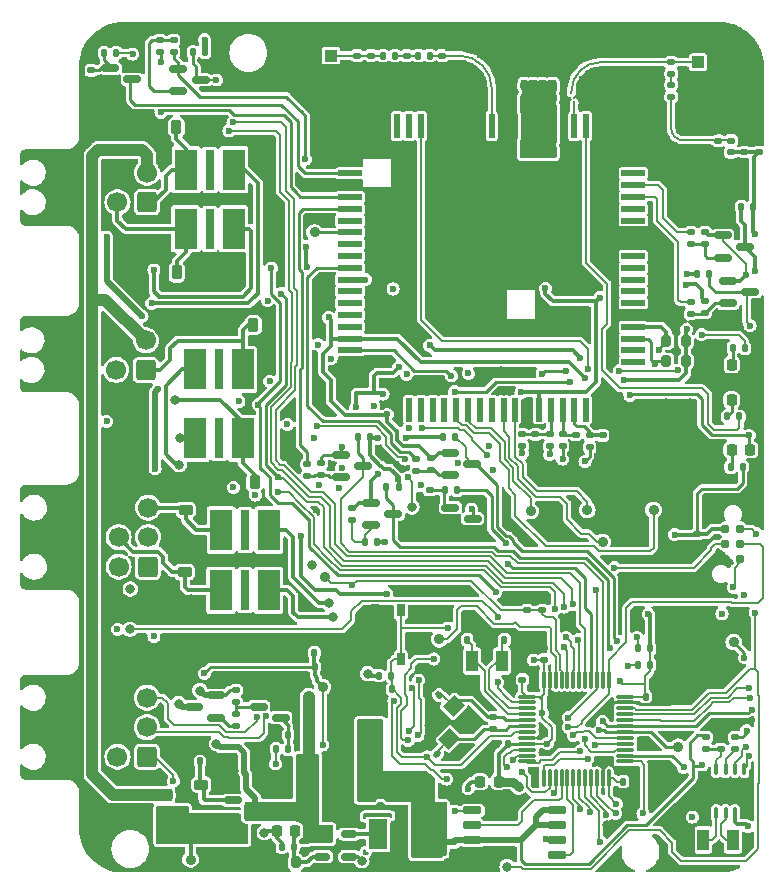
<source format=gbr>
%TF.GenerationSoftware,KiCad,Pcbnew,7.0.2*%
%TF.CreationDate,2023-12-12T15:06:55+03:00*%
%TF.ProjectId,BIM_PCB,42494d5f-5043-4422-9e6b-696361645f70,rev?*%
%TF.SameCoordinates,Original*%
%TF.FileFunction,Copper,L1,Top*%
%TF.FilePolarity,Positive*%
%FSLAX46Y46*%
G04 Gerber Fmt 4.6, Leading zero omitted, Abs format (unit mm)*
G04 Created by KiCad (PCBNEW 7.0.2) date 2023-12-12 15:06:55*
%MOMM*%
%LPD*%
G01*
G04 APERTURE LIST*
G04 Aperture macros list*
%AMRoundRect*
0 Rectangle with rounded corners*
0 $1 Rounding radius*
0 $2 $3 $4 $5 $6 $7 $8 $9 X,Y pos of 4 corners*
0 Add a 4 corners polygon primitive as box body*
4,1,4,$2,$3,$4,$5,$6,$7,$8,$9,$2,$3,0*
0 Add four circle primitives for the rounded corners*
1,1,$1+$1,$2,$3*
1,1,$1+$1,$4,$5*
1,1,$1+$1,$6,$7*
1,1,$1+$1,$8,$9*
0 Add four rect primitives between the rounded corners*
20,1,$1+$1,$2,$3,$4,$5,0*
20,1,$1+$1,$4,$5,$6,$7,0*
20,1,$1+$1,$6,$7,$8,$9,0*
20,1,$1+$1,$8,$9,$2,$3,0*%
%AMRotRect*
0 Rectangle, with rotation*
0 The origin of the aperture is its center*
0 $1 length*
0 $2 width*
0 $3 Rotation angle, in degrees counterclockwise*
0 Add horizontal line*
21,1,$1,$2,0,0,$3*%
G04 Aperture macros list end*
%TA.AperFunction,SMDPad,CuDef*%
%ADD10RoundRect,0.150000X0.512500X0.150000X-0.512500X0.150000X-0.512500X-0.150000X0.512500X-0.150000X0*%
%TD*%
%TA.AperFunction,SMDPad,CuDef*%
%ADD11RoundRect,0.135000X0.185000X-0.135000X0.185000X0.135000X-0.185000X0.135000X-0.185000X-0.135000X0*%
%TD*%
%TA.AperFunction,SMDPad,CuDef*%
%ADD12RoundRect,0.135000X0.135000X0.185000X-0.135000X0.185000X-0.135000X-0.185000X0.135000X-0.185000X0*%
%TD*%
%TA.AperFunction,SMDPad,CuDef*%
%ADD13C,0.900000*%
%TD*%
%TA.AperFunction,SMDPad,CuDef*%
%ADD14RoundRect,0.225000X0.375000X-0.225000X0.375000X0.225000X-0.375000X0.225000X-0.375000X-0.225000X0*%
%TD*%
%TA.AperFunction,SMDPad,CuDef*%
%ADD15RoundRect,0.150000X-0.587500X-0.150000X0.587500X-0.150000X0.587500X0.150000X-0.587500X0.150000X0*%
%TD*%
%TA.AperFunction,SMDPad,CuDef*%
%ADD16RoundRect,0.075000X-0.662500X-0.075000X0.662500X-0.075000X0.662500X0.075000X-0.662500X0.075000X0*%
%TD*%
%TA.AperFunction,SMDPad,CuDef*%
%ADD17RoundRect,0.075000X-0.075000X-0.662500X0.075000X-0.662500X0.075000X0.662500X-0.075000X0.662500X0*%
%TD*%
%TA.AperFunction,SMDPad,CuDef*%
%ADD18R,1.950000X3.500000*%
%TD*%
%TA.AperFunction,SMDPad,CuDef*%
%ADD19R,0.800000X3.400000*%
%TD*%
%TA.AperFunction,SMDPad,CuDef*%
%ADD20R,1.050000X1.000000*%
%TD*%
%TA.AperFunction,SMDPad,CuDef*%
%ADD21R,2.200000X1.050000*%
%TD*%
%TA.AperFunction,SMDPad,CuDef*%
%ADD22RoundRect,0.135000X-0.185000X0.135000X-0.185000X-0.135000X0.185000X-0.135000X0.185000X0.135000X0*%
%TD*%
%TA.AperFunction,SMDPad,CuDef*%
%ADD23RoundRect,0.140000X0.170000X-0.140000X0.170000X0.140000X-0.170000X0.140000X-0.170000X-0.140000X0*%
%TD*%
%TA.AperFunction,SMDPad,CuDef*%
%ADD24RoundRect,0.135000X-0.135000X-0.185000X0.135000X-0.185000X0.135000X0.185000X-0.135000X0.185000X0*%
%TD*%
%TA.AperFunction,SMDPad,CuDef*%
%ADD25RoundRect,0.225000X0.225000X0.250000X-0.225000X0.250000X-0.225000X-0.250000X0.225000X-0.250000X0*%
%TD*%
%TA.AperFunction,ComponentPad*%
%ADD26RoundRect,0.250000X0.600000X0.600000X-0.600000X0.600000X-0.600000X-0.600000X0.600000X-0.600000X0*%
%TD*%
%TA.AperFunction,ComponentPad*%
%ADD27C,1.700000*%
%TD*%
%TA.AperFunction,SMDPad,CuDef*%
%ADD28RoundRect,0.225000X-0.225000X-0.375000X0.225000X-0.375000X0.225000X0.375000X-0.225000X0.375000X0*%
%TD*%
%TA.AperFunction,SMDPad,CuDef*%
%ADD29RoundRect,0.140000X-0.140000X-0.170000X0.140000X-0.170000X0.140000X0.170000X-0.140000X0.170000X0*%
%TD*%
%TA.AperFunction,SMDPad,CuDef*%
%ADD30RoundRect,0.147500X0.172500X-0.147500X0.172500X0.147500X-0.172500X0.147500X-0.172500X-0.147500X0*%
%TD*%
%TA.AperFunction,SMDPad,CuDef*%
%ADD31RoundRect,0.140000X0.140000X0.170000X-0.140000X0.170000X-0.140000X-0.170000X0.140000X-0.170000X0*%
%TD*%
%TA.AperFunction,SMDPad,CuDef*%
%ADD32R,1.600000X2.500000*%
%TD*%
%TA.AperFunction,SMDPad,CuDef*%
%ADD33RoundRect,0.218750X0.218750X0.256250X-0.218750X0.256250X-0.218750X-0.256250X0.218750X-0.256250X0*%
%TD*%
%TA.AperFunction,SMDPad,CuDef*%
%ADD34RoundRect,0.140000X-0.170000X0.140000X-0.170000X-0.140000X0.170000X-0.140000X0.170000X0.140000X0*%
%TD*%
%TA.AperFunction,SMDPad,CuDef*%
%ADD35RoundRect,0.200000X-0.200000X-0.275000X0.200000X-0.275000X0.200000X0.275000X-0.200000X0.275000X0*%
%TD*%
%TA.AperFunction,SMDPad,CuDef*%
%ADD36R,1.000000X1.800000*%
%TD*%
%TA.AperFunction,SMDPad,CuDef*%
%ADD37C,0.787000*%
%TD*%
%TA.AperFunction,SMDPad,CuDef*%
%ADD38RoundRect,0.147500X0.147500X0.172500X-0.147500X0.172500X-0.147500X-0.172500X0.147500X-0.172500X0*%
%TD*%
%TA.AperFunction,SMDPad,CuDef*%
%ADD39RoundRect,0.225000X0.225000X0.375000X-0.225000X0.375000X-0.225000X-0.375000X0.225000X-0.375000X0*%
%TD*%
%TA.AperFunction,SMDPad,CuDef*%
%ADD40RoundRect,0.225000X-0.225000X-0.250000X0.225000X-0.250000X0.225000X0.250000X-0.225000X0.250000X0*%
%TD*%
%TA.AperFunction,SMDPad,CuDef*%
%ADD41RoundRect,0.087500X0.087500X-0.412500X0.087500X0.412500X-0.087500X0.412500X-0.087500X-0.412500X0*%
%TD*%
%TA.AperFunction,SMDPad,CuDef*%
%ADD42R,3.100000X2.200000*%
%TD*%
%TA.AperFunction,SMDPad,CuDef*%
%ADD43R,0.250000X0.180000*%
%TD*%
%TA.AperFunction,SMDPad,CuDef*%
%ADD44RoundRect,0.218750X-0.218750X-0.256250X0.218750X-0.256250X0.218750X0.256250X-0.218750X0.256250X0*%
%TD*%
%TA.AperFunction,SMDPad,CuDef*%
%ADD45RoundRect,0.200000X0.200000X0.275000X-0.200000X0.275000X-0.200000X-0.275000X0.200000X-0.275000X0*%
%TD*%
%TA.AperFunction,SMDPad,CuDef*%
%ADD46RoundRect,0.140000X-0.219203X-0.021213X-0.021213X-0.219203X0.219203X0.021213X0.021213X0.219203X0*%
%TD*%
%TA.AperFunction,SMDPad,CuDef*%
%ADD47RoundRect,0.140000X0.021213X-0.219203X0.219203X-0.021213X-0.021213X0.219203X-0.219203X0.021213X0*%
%TD*%
%TA.AperFunction,SMDPad,CuDef*%
%ADD48R,0.650000X1.050000*%
%TD*%
%TA.AperFunction,SMDPad,CuDef*%
%ADD49R,2.000000X0.500000*%
%TD*%
%TA.AperFunction,SMDPad,CuDef*%
%ADD50R,0.500000X2.000000*%
%TD*%
%TA.AperFunction,SMDPad,CuDef*%
%ADD51RoundRect,0.150000X0.587500X0.150000X-0.587500X0.150000X-0.587500X-0.150000X0.587500X-0.150000X0*%
%TD*%
%TA.AperFunction,SMDPad,CuDef*%
%ADD52RoundRect,0.237500X-0.237500X0.287500X-0.237500X-0.287500X0.237500X-0.287500X0.237500X0.287500X0*%
%TD*%
%TA.AperFunction,SMDPad,CuDef*%
%ADD53RotRect,1.400000X1.200000X45.000000*%
%TD*%
%TA.AperFunction,SMDPad,CuDef*%
%ADD54RoundRect,0.150000X-0.650000X-0.150000X0.650000X-0.150000X0.650000X0.150000X-0.650000X0.150000X0*%
%TD*%
%TA.AperFunction,ViaPad*%
%ADD55C,0.600000*%
%TD*%
%TA.AperFunction,ViaPad*%
%ADD56C,0.800000*%
%TD*%
%TA.AperFunction,Conductor*%
%ADD57C,0.350000*%
%TD*%
%TA.AperFunction,Conductor*%
%ADD58C,1.000000*%
%TD*%
%TA.AperFunction,Conductor*%
%ADD59C,0.500000*%
%TD*%
%TA.AperFunction,Conductor*%
%ADD60C,0.254000*%
%TD*%
%TA.AperFunction,Conductor*%
%ADD61C,0.200000*%
%TD*%
%TA.AperFunction,Conductor*%
%ADD62C,0.750000*%
%TD*%
G04 APERTURE END LIST*
D10*
%TO.P,U16,1,EN*%
%TO.N,+5V*%
X59137500Y-128650000D03*
%TO.P,U16,2,GND*%
%TO.N,GND*%
X59137500Y-127700000D03*
%TO.P,U16,3,LX*%
%TO.N,Net-(U16-LX)*%
X59137500Y-126750000D03*
%TO.P,U16,4,IN*%
%TO.N,+5V*%
X56862500Y-126750000D03*
%TO.P,U16,5,FB*%
%TO.N,Net-(U16-FB)*%
X56862500Y-128650000D03*
%TD*%
D11*
%TO.P,R15,1*%
%TO.N,Net-(U2-VDD)*%
X89375000Y-119560000D03*
%TO.P,R15,2*%
%TO.N,+3V3*%
X89375000Y-118540000D03*
%TD*%
D12*
%TO.P,R56,1*%
%TO.N,+3V3*%
X63310000Y-97400000D03*
%TO.P,R56,2*%
%TO.N,/STM32FC8T6_MCU/RX1*%
X62290000Y-97400000D03*
%TD*%
D13*
%TO.P,TP5,1,1*%
%TO.N,/Button_2*%
X57100000Y-105000000D03*
%TD*%
D14*
%TO.P,D16,1,A1*%
%TO.N,GND*%
X45287500Y-102600000D03*
%TO.P,D16,2,A2*%
%TO.N,/RS485_MAX487/A*%
X45287500Y-99300000D03*
%TD*%
D13*
%TO.P,TP4,1,1*%
%TO.N,/STM32FC8T6_MCU/RX1*%
X91700000Y-110500000D03*
%TD*%
D15*
%TO.P,Q6,1,G*%
%TO.N,VDD_EXT*%
X91200000Y-79900000D03*
%TO.P,Q6,2,S*%
%TO.N,Net-(Q6-S)*%
X91200000Y-81800000D03*
%TO.P,Q6,3,D*%
%TO.N,/SIM7000_GPRS_MODULE/GPS_RXD*%
X93075000Y-80850000D03*
%TD*%
D16*
%TO.P,U1,1,VBAT*%
%TO.N,/STM32FC8T6_MCU/3v3_stm*%
X74200000Y-115100000D03*
%TO.P,U1,2,PC13*%
%TO.N,/RS485_~{RE}*%
X74200000Y-115600000D03*
%TO.P,U1,3,PC14*%
%TO.N,/STM32FC8T6_MCU/xtal_1*%
X74200000Y-116100000D03*
%TO.P,U1,4,PC15*%
%TO.N,/STM32FC8T6_MCU/xtal_2*%
X74200000Y-116600000D03*
%TO.P,U1,5,PD0*%
%TO.N,/STM32FC8T6_MCU/xtal_in*%
X74200000Y-117100000D03*
%TO.P,U1,6,PD1*%
%TO.N,/STM32FC8T6_MCU/xtal_out*%
X74200000Y-117600000D03*
%TO.P,U1,7,NRST*%
%TO.N,/STM32FC8T6_MCU/RESET*%
X74200000Y-118100000D03*
%TO.P,U1,8,VSSA*%
%TO.N,GND*%
X74200000Y-118600000D03*
%TO.P,U1,9,VDDA*%
%TO.N,/STM32FC8T6_MCU/3v3_stm*%
X74200000Y-119100000D03*
%TO.P,U1,10,PA0*%
%TO.N,/BUTTON*%
X74200000Y-119600000D03*
%TO.P,U1,11,PA1*%
%TO.N,/FLASH_MEMORY/CS*%
X74200000Y-120100000D03*
%TO.P,U1,12,PA2*%
%TO.N,/SIM7000_GPRS_MODULE/GPS_RXD*%
X74200000Y-120600000D03*
D17*
%TO.P,U1,13,PA3*%
%TO.N,/SIM7000_GPRS_MODULE/GPS_TXD*%
X75612500Y-122012500D03*
%TO.P,U1,14,PA4*%
%TO.N,Net-(U1-PA4)*%
X76112500Y-122012500D03*
%TO.P,U1,15,PA5*%
%TO.N,/FLASH_MEMORY/SCK*%
X76612500Y-122012500D03*
%TO.P,U1,16,PA6*%
%TO.N,/FLASH_MEMORY/MISO*%
X77112500Y-122012500D03*
%TO.P,U1,17,PA7*%
%TO.N,/FLASH_MEMORY/MOSI*%
X77612500Y-122012500D03*
%TO.P,U1,18,PB0*%
%TO.N,/MUX_SEL_A*%
X78112500Y-122012500D03*
%TO.P,U1,19,PB1*%
%TO.N,/MUX_SEL_B*%
X78612500Y-122012500D03*
%TO.P,U1,20,PB2*%
%TO.N,/STM32FC8T6_MCU/BOOT1*%
X79112500Y-122012500D03*
%TO.P,U1,21,PB10*%
%TO.N,/STM32FC8T6_MCU/RS485_RO*%
X79612500Y-122012500D03*
%TO.P,U1,22,PB11*%
%TO.N,/STM32FC8T6_MCU/RS485_DI*%
X80112500Y-122012500D03*
%TO.P,U1,23,VSS*%
%TO.N,GND*%
X80612500Y-122012500D03*
%TO.P,U1,24,VDD*%
%TO.N,/STM32FC8T6_MCU/3v3_stm*%
X81112500Y-122012500D03*
D16*
%TO.P,U1,25,PB12*%
%TO.N,/DISPLAY_PWR_EN*%
X82525000Y-120600000D03*
%TO.P,U1,26,PB13*%
%TO.N,/MULTIPLEXER_SWITCH_WAS3157B-6/SEL*%
X82525000Y-120100000D03*
%TO.P,U1,27,PB14*%
%TO.N,/RS485_DE*%
X82525000Y-119600000D03*
%TO.P,U1,28,PB15*%
%TO.N,/SIM7000_GPRS_MODULE/PWRKEY*%
X82525000Y-119100000D03*
%TO.P,U1,29,PA8*%
%TO.N,/CAN_STBY*%
X82525000Y-118600000D03*
%TO.P,U1,30,PA9*%
%TO.N,/STM32FC8T6_MCU/TX1*%
X82525000Y-118100000D03*
%TO.P,U1,31,PA10*%
%TO.N,/STM32FC8T6_MCU/RX1*%
X82525000Y-117600000D03*
%TO.P,U1,32,PA11*%
%TO.N,/MULTIPLEXER_SWITCH_WAS3157B-6/SIG2_IN*%
X82525000Y-117100000D03*
%TO.P,U1,33,PA12*%
%TO.N,/MULTIPLEXER_SWITCH_WAS3157B-6/SIG1_IN*%
X82525000Y-116600000D03*
%TO.P,U1,34,PA13*%
%TO.N,/STM32FC8T6_MCU/swdio*%
X82525000Y-116100000D03*
%TO.P,U1,35,VSS*%
%TO.N,GND*%
X82525000Y-115600000D03*
%TO.P,U1,36,VDD*%
%TO.N,/STM32FC8T6_MCU/3v3_stm*%
X82525000Y-115100000D03*
D17*
%TO.P,U1,37,PA14*%
%TO.N,/STM32FC8T6_MCU/swdclk*%
X81112500Y-113687500D03*
%TO.P,U1,38,PA15*%
%TO.N,/SIM7000_GPRS_MODULE/SIM_RI_(WAKE_HOST)*%
X80612500Y-113687500D03*
%TO.P,U1,39,PB3*%
%TO.N,/STM32FC8T6_MCU/SW0*%
X80112500Y-113687500D03*
%TO.P,U1,40,PB4*%
%TO.N,/SIM7000_GPRS_MODULE/Sim_Restart*%
X79612500Y-113687500D03*
%TO.P,U1,41,PB5*%
%TO.N,/SIM7000_GPRS_MODULE/Sim_DTR*%
X79112500Y-113687500D03*
%TO.P,U1,42,PB6*%
%TO.N,/SCL*%
X78612500Y-113687500D03*
%TO.P,U1,43,PB7*%
%TO.N,/SDA*%
X78112500Y-113687500D03*
%TO.P,U1,44,BOOT0*%
%TO.N,/STM32FC8T6_MCU/BOOT0*%
X77612500Y-113687500D03*
%TO.P,U1,45,PB8*%
%TO.N,/Button_2*%
X77112500Y-113687500D03*
%TO.P,U1,46,PB9*%
%TO.N,Net-(U1-PB9)*%
X76612500Y-113687500D03*
%TO.P,U1,47,VSS*%
%TO.N,GND*%
X76112500Y-113687500D03*
%TO.P,U1,48,VDD*%
%TO.N,/STM32FC8T6_MCU/3v3_stm*%
X75612500Y-113687500D03*
%TD*%
D18*
%TO.P,U20,1,line_in*%
%TO.N,Net-(U20-line_in)*%
X52325000Y-106100000D03*
%TO.P,U20,2,line_out*%
%TO.N,/RS485_MAX487/B*%
X48275000Y-106100000D03*
D19*
%TO.P,U20,~*%
%TO.N,N/C*%
X50300000Y-106100000D03*
%TD*%
D11*
%TO.P,R67,1*%
%TO.N,/Button_2*%
X74200000Y-107810000D03*
%TO.P,R67,2*%
%TO.N,GND*%
X74200000Y-106790000D03*
%TD*%
D20*
%TO.P,AE1,1,A*%
%TO.N,Net-(AE1-A)*%
X57600000Y-60830000D03*
D21*
%TO.P,AE1,2,Shield*%
%TO.N,GND*%
X56075000Y-62305000D03*
X56075000Y-59355000D03*
%TD*%
D22*
%TO.P,R21,1*%
%TO.N,Net-(L4-Pad1)*%
X86400000Y-63290000D03*
%TO.P,R21,2*%
%TO.N,/SIM7000_GPRS_MODULE/gps_VDD*%
X86400000Y-64310000D03*
%TD*%
D23*
%TO.P,C13,1*%
%TO.N,Net-(U2-VDD)*%
X90575000Y-119530000D03*
%TO.P,C13,2*%
%TO.N,GND*%
X90575000Y-118570000D03*
%TD*%
D12*
%TO.P,R40,1*%
%TO.N,+3V3*%
X93357500Y-73620000D03*
%TO.P,R40,2*%
%TO.N,/SIM7000_GPRS_MODULE/GPS_TXD*%
X92337500Y-73620000D03*
%TD*%
D24*
%TO.P,R2,1*%
%TO.N,/STM32FC8T6_MCU/3v3_stm*%
X61665000Y-113325000D03*
%TO.P,R2,2*%
%TO.N,/STM32FC8T6_MCU/RESET*%
X62685000Y-113325000D03*
%TD*%
D22*
%TO.P,R28,1*%
%TO.N,/SIM7000_GPRS_MODULE/Sim_CLK*%
X77200000Y-92890000D03*
%TO.P,R28,2*%
%TO.N,Net-(J5-CLK)*%
X77200000Y-93910000D03*
%TD*%
D13*
%TO.P,TP2,1,1*%
%TO.N,/BUTTON*%
X56900000Y-114300000D03*
%TD*%
D25*
%TO.P,C54,1*%
%TO.N,+3V3*%
X60555000Y-118270000D03*
%TO.P,C54,2*%
%TO.N,GND*%
X59005000Y-118270000D03*
%TD*%
D23*
%TO.P,C15,1*%
%TO.N,GND*%
X64000000Y-61790000D03*
%TO.P,C15,2*%
%TO.N,Net-(C15-Pad2)*%
X64000000Y-60830000D03*
%TD*%
D15*
%TO.P,Q8,1,G*%
%TO.N,VDD_EXT*%
X44672500Y-61950000D03*
%TO.P,Q8,2,S*%
%TO.N,Net-(Q8-S)*%
X44672500Y-63850000D03*
%TO.P,Q8,3,D*%
%TO.N,/SIM7000_GPRS_MODULE/Sim_DTR*%
X46547500Y-62900000D03*
%TD*%
D13*
%TO.P,TP3,1,1*%
%TO.N,/STM32FC8T6_MCU/TX1*%
X87000000Y-119350000D03*
%TD*%
D22*
%TO.P,R5,1*%
%TO.N,+5V*%
X49562500Y-114550000D03*
%TO.P,R5,2*%
%TO.N,Net-(Q3-D)*%
X49562500Y-115570000D03*
%TD*%
D26*
%TO.P,J4,1,Pin_1*%
%TO.N,Net-(J4-Pin_1)*%
X42115000Y-104100000D03*
D27*
%TO.P,J4,2,Pin_2*%
%TO.N,/Button_2*%
X42115000Y-101600000D03*
%TO.P,J4,3,Pin_3*%
%TO.N,/RS485_MAX487/A*%
X42115000Y-99100000D03*
%TO.P,J4,4,Pin_4*%
%TO.N,/BUTTON*%
X39615000Y-104100000D03*
%TO.P,J4,5,Pin_5*%
%TO.N,/RS485_MAX487/B*%
X39615000Y-101600000D03*
%TO.P,J4,6,Pin_6*%
%TO.N,GND*%
X39615000Y-99100000D03*
%TD*%
D11*
%TO.P,R22,1*%
%TO.N,GND*%
X37300000Y-63110000D03*
%TO.P,R22,2*%
%TO.N,Net-(Q5-G)*%
X37300000Y-62090000D03*
%TD*%
D28*
%TO.P,D13,1,A1*%
%TO.N,GND*%
X47725000Y-83650000D03*
%TO.P,D13,2,A2*%
%TO.N,/RS485_MAX486/A*%
X51025000Y-83650000D03*
%TD*%
D15*
%TO.P,Q10,1,G*%
%TO.N,VDD_EXT*%
X67675000Y-94460000D03*
%TO.P,Q10,2,S*%
%TO.N,Net-(Q10-S)*%
X67675000Y-96360000D03*
%TO.P,Q10,3,D*%
%TO.N,/STM32FC8T6_MCU/TX1*%
X69550000Y-95410000D03*
%TD*%
D13*
%TO.P,D+1,1,1*%
%TO.N,Net-(U3-USB_DP)*%
X80600000Y-102000000D03*
%TD*%
D29*
%TO.P,C11,1*%
%TO.N,GND*%
X71320000Y-110300000D03*
%TO.P,C11,2*%
%TO.N,/STM32FC8T6_MCU/xtal_1*%
X72280000Y-110300000D03*
%TD*%
D30*
%TO.P,L3,1,1*%
%TO.N,+3V3*%
X91460000Y-69005000D03*
%TO.P,L3,2,2*%
%TO.N,/SIM7000_GPRS_MODULE/gps_VDD*%
X91460000Y-68035000D03*
%TD*%
D15*
%TO.P,Q1,1,G*%
%TO.N,Net-(D1-A)*%
X49300000Y-123900000D03*
%TO.P,Q1,2,S*%
%TO.N,Net-(D1-K)*%
X49300000Y-125800000D03*
%TO.P,Q1,3,D*%
%TO.N,+5V*%
X51175000Y-124850000D03*
%TD*%
D24*
%TO.P,R70,1*%
%TO.N,+3V3*%
X53425000Y-127825000D03*
%TO.P,R70,2*%
%TO.N,Net-(U16-FB)*%
X54445000Y-127825000D03*
%TD*%
D31*
%TO.P,C12,1*%
%TO.N,GND*%
X70080000Y-110300000D03*
%TO.P,C12,2*%
%TO.N,/STM32FC8T6_MCU/xtal_2*%
X69120000Y-110300000D03*
%TD*%
D32*
%TO.P,L5,1*%
%TO.N,Net-(U16-LX)*%
X61580000Y-126770000D03*
%TO.P,L5,2*%
%TO.N,+3V3*%
X65980000Y-126770000D03*
%TD*%
D18*
%TO.P,U6,1,line_in*%
%TO.N,Net-(U6-line_in)*%
X49350000Y-75500000D03*
%TO.P,U6,2,line_out*%
%TO.N,/RS485_MAX485/B*%
X45300000Y-75500000D03*
D19*
%TO.P,U6,~*%
%TO.N,N/C*%
X47325000Y-75500000D03*
%TD*%
D15*
%TO.P,Q9,1,G*%
%TO.N,VDD_EXT*%
X58427500Y-94640000D03*
%TO.P,Q9,2,S*%
%TO.N,Net-(Q9-S)*%
X58427500Y-96540000D03*
%TO.P,Q9,3,D*%
%TO.N,/SIM7000_GPRS_MODULE/SIM_RI_(WAKE_HOST)*%
X60302500Y-95590000D03*
%TD*%
D12*
%TO.P,R18,1*%
%TO.N,Net-(C15-Pad2)*%
X63000000Y-60830000D03*
%TO.P,R18,2*%
%TO.N,Net-(AE1-A)*%
X61980000Y-60830000D03*
%TD*%
D22*
%TO.P,R55,1*%
%TO.N,VDD_EXT*%
X59347500Y-99120000D03*
%TO.P,R55,2*%
%TO.N,Net-(Q11-S)*%
X59347500Y-100140000D03*
%TD*%
%TO.P,R66,1*%
%TO.N,Net-(Q3-D)*%
X49562500Y-116550000D03*
%TO.P,R66,2*%
%TO.N,Net-(Q2-G)*%
X49562500Y-117570000D03*
%TD*%
D11*
%TO.P,R48,1*%
%TO.N,/SIM7000_GPRS_MODULE/MOSFET_LOGIC_LEVEL_TRANSLATOR/LOW_SIDE_LOGIC_SIGNAL*%
X43100000Y-60560000D03*
%TO.P,R48,2*%
%TO.N,Net-(Q8-S)*%
X43100000Y-59540000D03*
%TD*%
D23*
%TO.P,C16,1*%
%TO.N,GND*%
X61000000Y-61790000D03*
%TO.P,C16,2*%
%TO.N,Net-(AE1-A)*%
X61000000Y-60830000D03*
%TD*%
D33*
%TO.P,D5,1,K*%
%TO.N,GND*%
X93100000Y-87000000D03*
%TO.P,D5,2,A*%
%TO.N,Net-(D5-A)*%
X91525000Y-87000000D03*
%TD*%
D15*
%TO.P,Q5,1,G*%
%TO.N,Net-(Q5-G)*%
X38900000Y-61900000D03*
%TO.P,Q5,2,S*%
%TO.N,GND*%
X38900000Y-63800000D03*
%TO.P,Q5,3,D*%
%TO.N,Net-(Q5-D)*%
X40775000Y-62850000D03*
%TD*%
D23*
%TO.P,C21,1*%
%TO.N,+3V3*%
X92600000Y-69000000D03*
%TO.P,C21,2*%
%TO.N,GND*%
X92600000Y-68040000D03*
%TD*%
D34*
%TO.P,C6,1*%
%TO.N,/STM32FC8T6_MCU/3v3_stm*%
X88600000Y-101340000D03*
%TO.P,C6,2*%
%TO.N,GND*%
X88600000Y-102300000D03*
%TD*%
D15*
%TO.P,Q4,1,G*%
%TO.N,Net-(Q4-G)*%
X67700000Y-99100000D03*
%TO.P,Q4,2,S*%
%TO.N,GND*%
X67700000Y-101000000D03*
%TO.P,Q4,3,D*%
%TO.N,/SIM7000_GPRS_MODULE/Reset*%
X69575000Y-100050000D03*
%TD*%
D30*
%TO.P,L4,1,1*%
%TO.N,Net-(L4-Pad1)*%
X86400000Y-62370000D03*
%TO.P,L4,2,2*%
%TO.N,Net-(AE2-A)*%
X86400000Y-61400000D03*
%TD*%
D22*
%TO.P,R36,1*%
%TO.N,VDD_EXT*%
X89247500Y-75780000D03*
%TO.P,R36,2*%
%TO.N,Net-(Q7-S)*%
X89247500Y-76800000D03*
%TD*%
D31*
%TO.P,C7,1*%
%TO.N,/STM32FC8T6_MCU/RESET*%
X62760000Y-114475000D03*
%TO.P,C7,2*%
%TO.N,GND*%
X61800000Y-114475000D03*
%TD*%
D35*
%TO.P,R23,1*%
%TO.N,Net-(U3-I2C_SCL)*%
X86000000Y-85000000D03*
%TO.P,R23,2*%
%TO.N,VDD_EXT*%
X87650000Y-85000000D03*
%TD*%
D11*
%TO.P,R16,1*%
%TO.N,/RTC_MODULE_IC_PCF8523/RTC_~{INT}*%
X91775000Y-119560000D03*
%TO.P,R16,2*%
%TO.N,+3V3*%
X91775000Y-118540000D03*
%TD*%
D33*
%TO.P,D2,1,K*%
%TO.N,/MULTIPLEXER_SWITCH_WAS3157B-6/SEL*%
X93087500Y-94200000D03*
%TO.P,D2,2,A*%
%TO.N,Net-(D2-A)*%
X91512500Y-94200000D03*
%TD*%
D12*
%TO.P,R17,1*%
%TO.N,/SIM7000_GPRS_MODULE/Sim_Restart*%
X68275000Y-97650000D03*
%TO.P,R17,2*%
%TO.N,Net-(Q4-G)*%
X67255000Y-97650000D03*
%TD*%
D23*
%TO.P,C52,1*%
%TO.N,/Button_2*%
X75500000Y-107780000D03*
%TO.P,C52,2*%
%TO.N,GND*%
X75500000Y-106820000D03*
%TD*%
D22*
%TO.P,R33,1*%
%TO.N,VDD_EXT*%
X89247500Y-81610000D03*
%TO.P,R33,2*%
%TO.N,Net-(Q6-S)*%
X89247500Y-82630000D03*
%TD*%
D36*
%TO.P,Y3,1,1*%
%TO.N,Net-(U2-OSCO)*%
X91625000Y-127250000D03*
%TO.P,Y3,2,2*%
%TO.N,Net-(U2-OSCI)*%
X89125000Y-127250000D03*
%TD*%
D37*
%TO.P,J3,1,Pin_1*%
%TO.N,/STM32FC8T6_MCU/3v3_stm*%
X90994000Y-100920000D03*
%TO.P,J3,2,Pin_2*%
%TO.N,/STM32FC8T6_MCU/swdio*%
X92264000Y-100920000D03*
%TO.P,J3,3,Pin_3*%
%TO.N,/STM32FC8T6_MCU/RESET*%
X90994000Y-102190000D03*
%TO.P,J3,4,Pin_4*%
%TO.N,/STM32FC8T6_MCU/swdclk*%
X92264000Y-102190000D03*
%TO.P,J3,5,Pin_5*%
%TO.N,GND*%
X90994000Y-103460000D03*
%TO.P,J3,6,Pin_6*%
%TO.N,/STM32FC8T6_MCU/SW0*%
X92264000Y-103460000D03*
%TD*%
D34*
%TO.P,C28,1*%
%TO.N,/SIM7000_GPRS_MODULE/Sim_CLK*%
X78300000Y-92920000D03*
%TO.P,C28,2*%
%TO.N,GND*%
X78300000Y-93880000D03*
%TD*%
D24*
%TO.P,R53,1*%
%TO.N,+3V3*%
X67090000Y-93100000D03*
%TO.P,R53,2*%
%TO.N,/STM32FC8T6_MCU/TX1*%
X68110000Y-93100000D03*
%TD*%
D25*
%TO.P,C48,1*%
%TO.N,+3V3*%
X60555000Y-121470000D03*
%TO.P,C48,2*%
%TO.N,GND*%
X59005000Y-121470000D03*
%TD*%
D15*
%TO.P,Q7,1,G*%
%TO.N,VDD_EXT*%
X90762500Y-76050000D03*
%TO.P,Q7,2,S*%
%TO.N,Net-(Q7-S)*%
X90762500Y-77950000D03*
%TO.P,Q7,3,D*%
%TO.N,/SIM7000_GPRS_MODULE/GPS_TXD*%
X92637500Y-77000000D03*
%TD*%
D29*
%TO.P,C8,1*%
%TO.N,/BUTTON*%
X56220000Y-112600000D03*
%TO.P,C8,2*%
%TO.N,GND*%
X57180000Y-112600000D03*
%TD*%
D12*
%TO.P,R8,1*%
%TO.N,/STM32FC8T6_MCU/3v3_stm*%
X92450000Y-95660000D03*
%TO.P,R8,2*%
%TO.N,Net-(D2-A)*%
X91430000Y-95660000D03*
%TD*%
D38*
%TO.P,L2,1,1*%
%TO.N,Net-(U3-RF_ANT)*%
X65970000Y-60830000D03*
%TO.P,L2,2,2*%
%TO.N,Net-(C15-Pad2)*%
X65000000Y-60830000D03*
%TD*%
D18*
%TO.P,U10,1,line_in*%
%TO.N,Net-(U10-line_in)*%
X46075000Y-87400000D03*
%TO.P,U10,2,line_out*%
%TO.N,/RS485_MAX486/A*%
X50125000Y-87400000D03*
D19*
%TO.P,U10,~*%
%TO.N,N/C*%
X48100000Y-87400000D03*
%TD*%
D14*
%TO.P,D17,1,A1*%
%TO.N,GND*%
X45200000Y-107850000D03*
%TO.P,D17,2,A2*%
%TO.N,/RS485_MAX487/B*%
X45200000Y-104550000D03*
%TD*%
D24*
%TO.P,R13,1*%
%TO.N,/SCL*%
X83600000Y-112400000D03*
%TO.P,R13,2*%
%TO.N,/STM32FC8T6_MCU/3v3_stm*%
X84620000Y-112400000D03*
%TD*%
D39*
%TO.P,D7,1,A1*%
%TO.N,GND*%
X47800000Y-66900000D03*
%TO.P,D7,2,A2*%
%TO.N,/RS485_MAX485/A*%
X44500000Y-66900000D03*
%TD*%
%TO.P,D8,1,A1*%
%TO.N,GND*%
X47837502Y-79200000D03*
%TO.P,D8,2,A2*%
%TO.N,/RS485_MAX485/B*%
X44537502Y-79200000D03*
%TD*%
D12*
%TO.P,R47,1*%
%TO.N,+3V3*%
X46920000Y-60550000D03*
%TO.P,R47,2*%
%TO.N,/SIM7000_GPRS_MODULE/Sim_DTR*%
X45900000Y-60550000D03*
%TD*%
D23*
%TO.P,C3,1*%
%TO.N,/STM32FC8T6_MCU/3v3_stm*%
X73800000Y-113660000D03*
%TO.P,C3,2*%
%TO.N,GND*%
X73800000Y-112700000D03*
%TD*%
%TO.P,C14,1*%
%TO.N,GND*%
X67000000Y-61790000D03*
%TO.P,C14,2*%
%TO.N,Net-(U3-RF_ANT)*%
X67000000Y-60830000D03*
%TD*%
D25*
%TO.P,C53,1*%
%TO.N,+3V3*%
X60555000Y-119870000D03*
%TO.P,C53,2*%
%TO.N,GND*%
X59005000Y-119870000D03*
%TD*%
D11*
%TO.P,R19,1*%
%TO.N,GND*%
X65975000Y-98660000D03*
%TO.P,R19,2*%
%TO.N,Net-(Q4-G)*%
X65975000Y-97640000D03*
%TD*%
D22*
%TO.P,R49,1*%
%TO.N,VDD_EXT*%
X56775000Y-95350000D03*
%TO.P,R49,2*%
%TO.N,Net-(Q9-S)*%
X56775000Y-96370000D03*
%TD*%
D14*
%TO.P,D1,1,K*%
%TO.N,Net-(D1-K)*%
X46600000Y-125850000D03*
%TO.P,D1,2,A*%
%TO.N,Net-(D1-A)*%
X46600000Y-122550000D03*
%TD*%
D22*
%TO.P,R51,1*%
%TO.N,/SIM7000_GPRS_MODULE/MOSFET_LOGIC_LEVEL_TRANSLATOR5/LOW_SIDE_LOGIC_SIGNAL*%
X55575000Y-95440000D03*
%TO.P,R51,2*%
%TO.N,Net-(Q9-S)*%
X55575000Y-96460000D03*
%TD*%
%TO.P,R35,1*%
%TO.N,/SIM7000_GPRS_MODULE/MOSFET_LOGIC_LEVEL_TRANSLATOR2/LOW_SIDE_LOGIC_SIGNAL*%
X88047500Y-81700000D03*
%TO.P,R35,2*%
%TO.N,Net-(Q6-S)*%
X88047500Y-82720000D03*
%TD*%
D40*
%TO.P,C58,1*%
%TO.N,+5V*%
X55705000Y-124270000D03*
%TO.P,C58,2*%
%TO.N,GND*%
X57255000Y-124270000D03*
%TD*%
D13*
%TO.P,BOOT_CFG1,1,1*%
%TO.N,Net-(U3-BOOT_CFG)*%
X56200000Y-75800000D03*
%TD*%
D34*
%TO.P,C23,1*%
%TO.N,/SIM7000_GPRS_MODULE/gps_VDD*%
X90400000Y-68040000D03*
%TO.P,C23,2*%
%TO.N,GND*%
X90400000Y-69000000D03*
%TD*%
D22*
%TO.P,R45,1*%
%TO.N,/SIM7000_GPRS_MODULE/MOSFET_LOGIC_LEVEL_TRANSLATOR3/LOW_SIDE_LOGIC_SIGNAL*%
X88047500Y-75790000D03*
%TO.P,R45,2*%
%TO.N,Net-(Q7-S)*%
X88047500Y-76810000D03*
%TD*%
D41*
%TO.P,U2,1,OSCI*%
%TO.N,Net-(U2-OSCI)*%
X90200000Y-124975000D03*
%TO.P,U2,2,OSCO*%
%TO.N,Net-(U2-OSCO)*%
X91000000Y-124975000D03*
%TO.P,U2,3,VBAT*%
%TO.N,Net-(BT1-+)*%
X91800000Y-124975000D03*
%TO.P,U2,4,VSS*%
%TO.N,GND*%
X92600000Y-124975000D03*
%TO.P,U2,5,SDA*%
%TO.N,/SDA*%
X92600000Y-121225000D03*
%TO.P,U2,6,SCL*%
%TO.N,/SCL*%
X91800000Y-121225000D03*
%TO.P,U2,7,~{INT1}/CLKOUT*%
%TO.N,/RTC_MODULE_IC_PCF8523/RTC_~{INT}*%
X91000000Y-121225000D03*
%TO.P,U2,8,VDD*%
%TO.N,Net-(U2-VDD)*%
X90200000Y-121225000D03*
D42*
%TO.P,U2,9,VSS*%
%TO.N,GND*%
X91400000Y-123100000D03*
%TD*%
D30*
%TO.P,D3,1,A1*%
%TO.N,GND*%
X59800000Y-61800000D03*
%TO.P,D3,2,A2*%
%TO.N,Net-(AE1-A)*%
X59800000Y-60830000D03*
%TD*%
D28*
%TO.P,D14,1,A1*%
%TO.N,GND*%
X47825000Y-96950000D03*
%TO.P,D14,2,A2*%
%TO.N,/RS485_MAX486/B*%
X51125000Y-96950000D03*
%TD*%
D40*
%TO.P,C56,1*%
%TO.N,+5V*%
X55705000Y-121070000D03*
%TO.P,C56,2*%
%TO.N,GND*%
X57255000Y-121070000D03*
%TD*%
D43*
%TO.P,FL1,1*%
%TO.N,Net-(AE2-A)*%
X77950000Y-64015000D03*
%TO.P,FL1,2*%
%TO.N,GND*%
X77700000Y-64400000D03*
%TO.P,FL1,3*%
X77700000Y-64785000D03*
%TO.P,FL1,4*%
%TO.N,Net-(U3-GNSS_ANT)*%
X78200000Y-64785000D03*
%TO.P,FL1,5*%
%TO.N,GND*%
X78200000Y-64400000D03*
%TD*%
D12*
%TO.P,R68,1*%
%TO.N,Net-(Q3-G)*%
X53972500Y-119550000D03*
%TO.P,R68,2*%
%TO.N,/DISPLAY_PWR_EN*%
X52952500Y-119550000D03*
%TD*%
D20*
%TO.P,AE2,1,A*%
%TO.N,Net-(AE2-A)*%
X88675000Y-61400000D03*
D21*
%TO.P,AE2,2,Shield*%
%TO.N,GND*%
X90200000Y-59925000D03*
X90200000Y-62875000D03*
%TD*%
D29*
%TO.P,C2,1*%
%TO.N,/STM32FC8T6_MCU/3v3_stm*%
X84232500Y-115112500D03*
%TO.P,C2,2*%
%TO.N,GND*%
X85192500Y-115112500D03*
%TD*%
D22*
%TO.P,R29,1*%
%TO.N,/SIM7000_GPRS_MODULE/Sim_DIO*%
X73800000Y-92890000D03*
%TO.P,R29,2*%
%TO.N,/SIM7000_GPRS_MODULE/V_Sim*%
X73800000Y-93910000D03*
%TD*%
D29*
%TO.P,C5,1*%
%TO.N,/STM32FC8T6_MCU/3v3_stm*%
X82332500Y-122312500D03*
%TO.P,C5,2*%
%TO.N,GND*%
X83292500Y-122312500D03*
%TD*%
D44*
%TO.P,L1,1,1*%
%TO.N,+3V3*%
X70212500Y-122300000D03*
%TO.P,L1,2,2*%
%TO.N,/STM32FC8T6_MCU/3v3_stm*%
X71787500Y-122300000D03*
%TD*%
D22*
%TO.P,R54,1*%
%TO.N,/SIM7000_GPRS_MODULE/MOSFET_LOGIC_LEVEL_TRANSLATOR1/LOW_SIDE_LOGIC_SIGNAL*%
X64822500Y-94960000D03*
%TO.P,R54,2*%
%TO.N,Net-(Q10-S)*%
X64822500Y-95980000D03*
%TD*%
%TO.P,R52,1*%
%TO.N,VDD_EXT*%
X66022500Y-94870000D03*
%TO.P,R52,2*%
%TO.N,Net-(Q10-S)*%
X66022500Y-95890000D03*
%TD*%
D45*
%TO.P,R71,1*%
%TO.N,Net-(U16-FB)*%
X54625000Y-129150000D03*
%TO.P,R71,2*%
%TO.N,GND*%
X52975000Y-129150000D03*
%TD*%
D13*
%TO.P,TP1,1,1*%
%TO.N,Net-(D1-K)*%
X45700000Y-128900000D03*
%TD*%
D46*
%TO.P,C10,1*%
%TO.N,GND*%
X65860589Y-119330589D03*
%TO.P,C10,2*%
%TO.N,/STM32FC8T6_MCU/xtal_out*%
X66539411Y-120009411D03*
%TD*%
D11*
%TO.P,R46,1*%
%TO.N,VDD_EXT*%
X44272500Y-60550000D03*
%TO.P,R46,2*%
%TO.N,Net-(Q8-S)*%
X44272500Y-59530000D03*
%TD*%
D36*
%TO.P,Y2,1,1*%
%TO.N,/STM32FC8T6_MCU/xtal_2*%
X69550000Y-112100000D03*
%TO.P,Y2,2,2*%
%TO.N,/STM32FC8T6_MCU/xtal_1*%
X72050000Y-112100000D03*
%TD*%
D34*
%TO.P,C29,1*%
%TO.N,/SIM7000_GPRS_MODULE/Sim_RST*%
X80600000Y-93000000D03*
%TO.P,C29,2*%
%TO.N,GND*%
X80600000Y-93960000D03*
%TD*%
%TO.P,C27,1*%
%TO.N,/SIM7000_GPRS_MODULE/Sim_DIO*%
X74900000Y-92900000D03*
%TO.P,C27,2*%
%TO.N,GND*%
X74900000Y-93860000D03*
%TD*%
D47*
%TO.P,C9,1*%
%TO.N,GND*%
X66060589Y-115639411D03*
%TO.P,C9,2*%
%TO.N,/STM32FC8T6_MCU/xtal_in*%
X66739411Y-114960589D03*
%TD*%
D12*
%TO.P,R20,1*%
%TO.N,/SIM7000_GPRS_MODULE/PWRKEY*%
X39410000Y-60600000D03*
%TO.P,R20,2*%
%TO.N,Net-(Q5-G)*%
X38390000Y-60600000D03*
%TD*%
D48*
%TO.P,SW1,1,1*%
%TO.N,GND*%
X61350000Y-111960000D03*
X61350000Y-107810000D03*
%TO.P,SW1,2,2*%
%TO.N,/STM32FC8T6_MCU/RESET*%
X63500000Y-111960000D03*
X63500000Y-107810000D03*
%TD*%
D18*
%TO.P,U12,1,line_in*%
%TO.N,Net-(U12-line_in)*%
X46075000Y-93250000D03*
%TO.P,U12,2,line_out*%
%TO.N,/RS485_MAX486/B*%
X50125000Y-93250000D03*
D19*
%TO.P,U12,~*%
%TO.N,N/C*%
X48100000Y-93250000D03*
%TD*%
D33*
%TO.P,D4,1,K*%
%TO.N,GND*%
X93087500Y-90000000D03*
%TO.P,D4,2,A*%
%TO.N,Net-(D4-A)*%
X91512500Y-90000000D03*
%TD*%
D13*
%TO.P,MDM_LOG_TX1,1,1*%
%TO.N,Net-(U3-MDM_LOG_TX)*%
X84900000Y-99300000D03*
%TD*%
D40*
%TO.P,C57,1*%
%TO.N,+5V*%
X55705000Y-122670000D03*
%TO.P,C57,2*%
%TO.N,GND*%
X57255000Y-122670000D03*
%TD*%
D26*
%TO.P,J2,1,Pin_1*%
%TO.N,/STM32FC8T6_MCU/swdio*%
X42015000Y-120200000D03*
D27*
%TO.P,J2,2,Pin_2*%
%TO.N,/STM32FC8T6_MCU/SW0*%
X42015000Y-117700000D03*
%TO.P,J2,3,Pin_3*%
%TO.N,/STM32FC8T6_MCU/swdclk*%
X42015000Y-115200000D03*
%TO.P,J2,4,Pin_4*%
%TO.N,/STM32FC8T6_MCU/RESET*%
X39515000Y-120200000D03*
%TO.P,J2,5,Pin_5*%
%TO.N,GND*%
X39515000Y-117700000D03*
%TO.P,J2,6,Pin_6*%
X39515000Y-115200000D03*
%TD*%
D12*
%TO.P,R57,1*%
%TO.N,/SIM7000_GPRS_MODULE/MOSFET_LOGIC_LEVEL_TRANSLATOR4/LOW_SIDE_LOGIC_SIGNAL*%
X61510000Y-102000000D03*
%TO.P,R57,2*%
%TO.N,Net-(Q11-S)*%
X60490000Y-102000000D03*
%TD*%
D49*
%TO.P,U3,P$1,PWRKEY*%
%TO.N,Net-(Q5-D)*%
X59200000Y-70800000D03*
%TO.P,U3,P$2,GND@1*%
%TO.N,GND*%
X59200000Y-71800000D03*
%TO.P,U3,P$3,DTR*%
%TO.N,/SIM7000_GPRS_MODULE/MOSFET_LOGIC_LEVEL_TRANSLATOR/LOW_SIDE_LOGIC_SIGNAL*%
X59200000Y-72800000D03*
%TO.P,U3,P$4,RI*%
%TO.N,/SIM7000_GPRS_MODULE/MOSFET_LOGIC_LEVEL_TRANSLATOR5/LOW_SIDE_LOGIC_SIGNAL*%
X59200000Y-73800000D03*
%TO.P,U3,P$5,DCD*%
%TO.N,unconnected-(U3-DCD-PadP$5)*%
X59200000Y-74800000D03*
%TO.P,U3,P$6,BOOT_CFG*%
%TO.N,Net-(U3-BOOT_CFG)*%
X59200000Y-75800000D03*
%TO.P,U3,P$7,CTS*%
%TO.N,unconnected-(U3-CTS-PadP$7)*%
X59200000Y-76800000D03*
%TO.P,U3,P$8,RTS*%
%TO.N,unconnected-(U3-RTS-PadP$8)*%
X59200000Y-77800000D03*
%TO.P,U3,P$9,TXD*%
%TO.N,/SIM7000_GPRS_MODULE/MOSFET_LOGIC_LEVEL_TRANSLATOR1/LOW_SIDE_LOGIC_SIGNAL*%
X59200000Y-78800000D03*
%TO.P,U3,P$10,RXD*%
%TO.N,/SIM7000_GPRS_MODULE/MOSFET_LOGIC_LEVEL_TRANSLATOR4/LOW_SIDE_LOGIC_SIGNAL*%
X59200000Y-79800000D03*
%TO.P,U3,P$11,PCM_CLK*%
%TO.N,unconnected-(U3-PCM_CLK-PadP$11)*%
X59200000Y-80800000D03*
%TO.P,U3,P$12,PCM_SYNC*%
%TO.N,unconnected-(U3-PCM_SYNC-PadP$12)*%
X59200000Y-81800000D03*
%TO.P,U3,P$13,PCM_DIN*%
%TO.N,unconnected-(U3-PCM_DIN-PadP$13)*%
X59200000Y-82800000D03*
%TO.P,U3,P$14,PCM_DOUT*%
%TO.N,unconnected-(U3-PCM_DOUT-PadP$14)*%
X59200000Y-83800000D03*
%TO.P,U3,P$15,VDD_EXT*%
%TO.N,VDD_EXT*%
X59200000Y-84800000D03*
%TO.P,U3,P$16,NRESET*%
%TO.N,/SIM7000_GPRS_MODULE/Reset*%
X59200000Y-85800000D03*
%TO.P,U3,P$17,GND@2*%
%TO.N,GND*%
X59200000Y-86800000D03*
D50*
%TO.P,U3,P$18,GND@3*%
X63200000Y-90800000D03*
%TO.P,U3,P$19,NC@1*%
%TO.N,unconnected-(U3-NC@1-PadP$19)*%
X64200000Y-90800000D03*
%TO.P,U3,P$20,NC@2*%
%TO.N,unconnected-(U3-NC@2-PadP$20)*%
X65200000Y-90800000D03*
%TO.P,U3,P$21,NC@3*%
%TO.N,unconnected-(U3-NC@3-PadP$21)*%
X66200000Y-90800000D03*
%TO.P,U3,P$22,NC@4*%
%TO.N,unconnected-(U3-NC@4-PadP$22)*%
X67200000Y-90800000D03*
%TO.P,U3,P$23,MDM_LOG_TX*%
%TO.N,Net-(U3-MDM_LOG_TX)*%
X68200000Y-90800000D03*
%TO.P,U3,P$24,USB_VBUS*%
%TO.N,Net-(U3-USB_VBUS)*%
X69200000Y-90800000D03*
%TO.P,U3,P$25,ADC*%
%TO.N,unconnected-(U3-ADC-PadP$25)*%
X70200000Y-90800000D03*
%TO.P,U3,P$26,NC@5*%
%TO.N,unconnected-(U3-NC@5-PadP$26)*%
X71200000Y-90800000D03*
%TO.P,U3,P$27,USB_DP*%
%TO.N,Net-(U3-USB_DP)*%
X72200000Y-90800000D03*
%TO.P,U3,P$28,USB_DM*%
%TO.N,Net-(U3-USB_DM)*%
X73200000Y-90800000D03*
%TO.P,U3,P$29,GND@4*%
%TO.N,GND*%
X74200000Y-90800000D03*
%TO.P,U3,P$30,SIM_VDD*%
%TO.N,/SIM7000_GPRS_MODULE/V_Sim*%
X75200000Y-90800000D03*
%TO.P,U3,P$31,SIM_DATA*%
%TO.N,/SIM7000_GPRS_MODULE/Sim_DIO*%
X76200000Y-90800000D03*
%TO.P,U3,P$32,SIM_CLK*%
%TO.N,/SIM7000_GPRS_MODULE/Sim_CLK*%
X77200000Y-90800000D03*
%TO.P,U3,P$33,SIM_RST*%
%TO.N,/SIM7000_GPRS_MODULE/Sim_RST*%
X78200000Y-90800000D03*
%TO.P,U3,P$34,SIM_DET*%
%TO.N,/SIM7000_GPRS_MODULE/Sim_DET*%
X79200000Y-90800000D03*
D49*
%TO.P,U3,P$35,NC@6*%
%TO.N,unconnected-(U3-NC@6-PadP$35)*%
X83200000Y-86800000D03*
%TO.P,U3,P$36,NC@7*%
%TO.N,unconnected-(U3-NC@7-PadP$36)*%
X83200000Y-85800000D03*
%TO.P,U3,P$37,I2C_SDA*%
%TO.N,Net-(U3-I2C_SDA)*%
X83200000Y-84800000D03*
%TO.P,U3,P$38,I2C_SCL*%
%TO.N,Net-(U3-I2C_SCL)*%
X83200000Y-83800000D03*
%TO.P,U3,P$39,GND@5*%
%TO.N,GND*%
X83200000Y-82800000D03*
%TO.P,U3,P$40,NC@8*%
%TO.N,unconnected-(U3-NC@8-PadP$40)*%
X83200000Y-81800000D03*
%TO.P,U3,P$41,NC@9*%
%TO.N,unconnected-(U3-NC@9-PadP$41)*%
X83200000Y-80800000D03*
%TO.P,U3,P$42,NC@10*%
%TO.N,unconnected-(U3-NC@10-PadP$42)*%
X83200000Y-79800000D03*
%TO.P,U3,P$43,NC@11*%
%TO.N,unconnected-(U3-NC@11-PadP$43)*%
X83200000Y-78800000D03*
%TO.P,U3,P$44,NC@12*%
%TO.N,unconnected-(U3-NC@12-PadP$44)*%
X83200000Y-77800000D03*
%TO.P,U3,P$45,GND@6*%
%TO.N,GND*%
X83200000Y-76800000D03*
%TO.P,U3,P$46,GND@7*%
X83200000Y-75800000D03*
%TO.P,U3,P$47,NC@13*%
%TO.N,unconnected-(U3-NC@13-PadP$47)*%
X83200000Y-74800000D03*
%TO.P,U3,P$48,GPIO4*%
%TO.N,unconnected-(U3-GPIO4-PadP$48)*%
X83200000Y-73800000D03*
%TO.P,U3,P$49,GPIO1/UART3_RXD*%
%TO.N,/SIM7000_GPRS_MODULE/MOSFET_LOGIC_LEVEL_TRANSLATOR2/LOW_SIDE_LOGIC_SIGNAL*%
X83200000Y-72800000D03*
%TO.P,U3,P$50,GPIO0/UART3_TXD*%
%TO.N,/SIM7000_GPRS_MODULE/MOSFET_LOGIC_LEVEL_TRANSLATOR3/LOW_SIDE_LOGIC_SIGNAL*%
X83200000Y-71800000D03*
%TO.P,U3,P$51,NC@14*%
%TO.N,unconnected-(U3-NC@14-PadP$51)*%
X83200000Y-70800000D03*
D50*
%TO.P,U3,P$52,NETLIGHT*%
%TO.N,/SIM7000_GPRS_MODULE/NETLIGHT*%
X79200000Y-66800000D03*
%TO.P,U3,P$53,GNSS_ANT*%
%TO.N,Net-(U3-GNSS_ANT)*%
X78200000Y-66800000D03*
%TO.P,U3,P$54,GND@8*%
%TO.N,GND*%
X77200000Y-66800000D03*
%TO.P,U3,P$55,VBAT@1*%
%TO.N,4.2V_SIMPWR*%
X76200000Y-66800000D03*
%TO.P,U3,P$56,VBAT@2*%
X75200000Y-66800000D03*
%TO.P,U3,P$57,VBAT@3*%
X74200000Y-66800000D03*
%TO.P,U3,P$58,GND@9*%
%TO.N,GND*%
X73200000Y-66800000D03*
%TO.P,U3,P$59,GND@10*%
X72200000Y-66800000D03*
%TO.P,U3,P$60,RF_ANT*%
%TO.N,Net-(U3-RF_ANT)*%
X71200000Y-66800000D03*
%TO.P,U3,P$61,GND@11*%
%TO.N,GND*%
X70200000Y-66800000D03*
%TO.P,U3,P$62,GND@12*%
X69200000Y-66800000D03*
%TO.P,U3,P$63,GND@13*%
X68200000Y-66800000D03*
%TO.P,U3,P$64,GND@14*%
X67200000Y-66800000D03*
%TO.P,U3,P$65,GND@15*%
X66200000Y-66800000D03*
%TO.P,U3,P$66,STATUS*%
%TO.N,/SIM7000_GPRS_MODULE/STATUS*%
X65200000Y-66800000D03*
%TO.P,U3,P$67,GPIO2*%
%TO.N,unconnected-(U3-GPIO2-PadP$67)*%
X64200000Y-66800000D03*
%TO.P,U3,P$68,GPIO3*%
%TO.N,unconnected-(U3-GPIO3-PadP$68)*%
X63200000Y-66800000D03*
%TD*%
D22*
%TO.P,R30,1*%
%TO.N,/SIM7000_GPRS_MODULE/Sim_DIO*%
X76100000Y-92880000D03*
%TO.P,R30,2*%
%TO.N,Net-(J5-I{slash}O)*%
X76100000Y-93900000D03*
%TD*%
D31*
%TO.P,C1,1*%
%TO.N,/STM32FC8T6_MCU/3v3_stm*%
X72592500Y-119112500D03*
%TO.P,C1,2*%
%TO.N,GND*%
X71632500Y-119112500D03*
%TD*%
D34*
%TO.P,C39,1*%
%TO.N,+3V3*%
X67962500Y-127450000D03*
%TO.P,C39,2*%
%TO.N,GND*%
X67962500Y-128410000D03*
%TD*%
D18*
%TO.P,U18,1,line_in*%
%TO.N,Net-(U18-line_in)*%
X52337500Y-101000000D03*
%TO.P,U18,2,line_out*%
%TO.N,/RS485_MAX487/A*%
X48287500Y-101000000D03*
D19*
%TO.P,U18,~*%
%TO.N,N/C*%
X50312500Y-101000000D03*
%TD*%
D23*
%TO.P,C4,1*%
%TO.N,/STM32FC8T6_MCU/3v3_stm*%
X75600000Y-111980000D03*
%TO.P,C4,2*%
%TO.N,GND*%
X75600000Y-111020000D03*
%TD*%
D12*
%TO.P,R26,1*%
%TO.N,/SIM7000_GPRS_MODULE/STATUS*%
X92622500Y-85600000D03*
%TO.P,R26,2*%
%TO.N,Net-(D5-A)*%
X91602500Y-85600000D03*
%TD*%
D18*
%TO.P,U4,1,line_in*%
%TO.N,Net-(U4-line_in)*%
X49375000Y-70500000D03*
%TO.P,U4,2,line_out*%
%TO.N,/RS485_MAX485/A*%
X45325000Y-70500000D03*
D19*
%TO.P,U4,~*%
%TO.N,N/C*%
X47350000Y-70500000D03*
%TD*%
D12*
%TO.P,R69,1*%
%TO.N,Net-(Q3-G)*%
X53972500Y-118350000D03*
%TO.P,R69,2*%
%TO.N,GND*%
X52952500Y-118350000D03*
%TD*%
D51*
%TO.P,Q3,1,G*%
%TO.N,Net-(Q3-G)*%
X53337500Y-116900000D03*
%TO.P,Q3,2,S*%
%TO.N,GND*%
X53337500Y-115000000D03*
%TO.P,Q3,3,D*%
%TO.N,Net-(Q3-D)*%
X51462500Y-115950000D03*
%TD*%
D13*
%TO.P,D-1,1,1*%
%TO.N,Net-(U3-USB_DM)*%
X79300000Y-99300000D03*
%TD*%
D52*
%TO.P,TH1,1*%
%TO.N,VIN*%
X43700000Y-123425000D03*
%TO.P,TH1,2*%
%TO.N,Net-(D1-K)*%
X43700000Y-125175000D03*
%TD*%
D24*
%TO.P,R34,1*%
%TO.N,+3V3*%
X88590000Y-79300000D03*
%TO.P,R34,2*%
%TO.N,/SIM7000_GPRS_MODULE/GPS_RXD*%
X89610000Y-79300000D03*
%TD*%
D26*
%TO.P,J1,1,Pin_1*%
%TO.N,/RS485_MAX486/A*%
X41915000Y-87450000D03*
D27*
%TO.P,J1,2,Pin_2*%
%TO.N,VIN*%
X41915000Y-84950000D03*
%TO.P,J1,3,Pin_3*%
%TO.N,/RS485_MAX486/B*%
X39415000Y-87450000D03*
%TO.P,J1,4,Pin_4*%
%TO.N,GND*%
X39415000Y-84950000D03*
%TD*%
D12*
%TO.P,R25,1*%
%TO.N,/SIM7000_GPRS_MODULE/NETLIGHT*%
X92170000Y-91390000D03*
%TO.P,R25,2*%
%TO.N,Net-(D4-A)*%
X91150000Y-91390000D03*
%TD*%
D26*
%TO.P,J6,1,Pin_1*%
%TO.N,/RS485_MAX485/A*%
X42015000Y-73250000D03*
D27*
%TO.P,J6,2,Pin_2*%
%TO.N,VIN*%
X42015000Y-70750000D03*
%TO.P,J6,3,Pin_3*%
%TO.N,/RS485_MAX485/B*%
X39515000Y-73250000D03*
%TO.P,J6,4,Pin_4*%
%TO.N,GND*%
X39515000Y-70750000D03*
%TD*%
D23*
%TO.P,C22,1*%
%TO.N,+3V3*%
X93800000Y-69000000D03*
%TO.P,C22,2*%
%TO.N,GND*%
X93800000Y-68040000D03*
%TD*%
D22*
%TO.P,R7,1*%
%TO.N,/STM32FC8T6_MCU/xtal_in*%
X71337500Y-116852500D03*
%TO.P,R7,2*%
%TO.N,/STM32FC8T6_MCU/xtal_out*%
X71337500Y-117872500D03*
%TD*%
D53*
%TO.P,Y1,1,1*%
%TO.N,/STM32FC8T6_MCU/xtal_out*%
X67623223Y-118678858D03*
%TO.P,Y1,2,2*%
%TO.N,GND*%
X69178858Y-117123223D03*
%TO.P,Y1,3,3*%
%TO.N,/STM32FC8T6_MCU/xtal_in*%
X67976777Y-115921142D03*
%TO.P,Y1,4,4*%
%TO.N,GND*%
X66421142Y-117476777D03*
%TD*%
D40*
%TO.P,C47,1*%
%TO.N,+3V3*%
X53000000Y-126475000D03*
%TO.P,C47,2*%
%TO.N,Net-(U16-FB)*%
X54550000Y-126475000D03*
%TD*%
D25*
%TO.P,C55,1*%
%TO.N,+3V3*%
X60555000Y-123070000D03*
%TO.P,C55,2*%
%TO.N,GND*%
X59005000Y-123070000D03*
%TD*%
D13*
%TO.P,USB_VBUS1,1,1*%
%TO.N,Net-(U3-USB_VBUS)*%
X74500000Y-99400000D03*
%TD*%
D51*
%TO.P,Q2,1,G*%
%TO.N,Net-(Q2-G)*%
X47900000Y-116900000D03*
%TO.P,Q2,2,S*%
%TO.N,+5V*%
X47900000Y-115000000D03*
%TO.P,Q2,3,D*%
%TO.N,Net-(J4-Pin_1)*%
X46025000Y-115950000D03*
%TD*%
D12*
%TO.P,R1,1*%
%TO.N,Net-(D1-A)*%
X46510000Y-120600000D03*
%TO.P,R1,2*%
%TO.N,GND*%
X45490000Y-120600000D03*
%TD*%
D15*
%TO.P,Q11,1,G*%
%TO.N,VDD_EXT*%
X61000000Y-98710000D03*
%TO.P,Q11,2,S*%
%TO.N,Net-(Q11-S)*%
X61000000Y-100610000D03*
%TO.P,Q11,3,D*%
%TO.N,/STM32FC8T6_MCU/RX1*%
X62875000Y-99660000D03*
%TD*%
D24*
%TO.P,R14,1*%
%TO.N,/SDA*%
X83600000Y-111000000D03*
%TO.P,R14,2*%
%TO.N,/STM32FC8T6_MCU/3v3_stm*%
X84620000Y-111000000D03*
%TD*%
D12*
%TO.P,R50,1*%
%TO.N,+3V3*%
X60885000Y-93160000D03*
%TO.P,R50,2*%
%TO.N,/SIM7000_GPRS_MODULE/SIM_RI_(WAKE_HOST)*%
X59865000Y-93160000D03*
%TD*%
D22*
%TO.P,R27,1*%
%TO.N,/SIM7000_GPRS_MODULE/Sim_RST*%
X79500000Y-92990000D03*
%TO.P,R27,2*%
%TO.N,Net-(J5-RST)*%
X79500000Y-94010000D03*
%TD*%
D54*
%TO.P,U8,1,~{CS}*%
%TO.N,/FLASH_MEMORY/CS*%
X69562500Y-124745000D03*
%TO.P,U8,2,DO(IO1)*%
%TO.N,/FLASH_MEMORY/MISO*%
X69562500Y-126015000D03*
%TO.P,U8,3,IO2*%
%TO.N,+3V3*%
X69562500Y-127285000D03*
%TO.P,U8,4,GND*%
%TO.N,GND*%
X69562500Y-128555000D03*
%TO.P,U8,5,DI(IO0)*%
%TO.N,/FLASH_MEMORY/MOSI*%
X76762500Y-128555000D03*
%TO.P,U8,6,CLK*%
%TO.N,/FLASH_MEMORY/SCK*%
X76762500Y-127285000D03*
%TO.P,U8,7,IO3*%
%TO.N,+3V3*%
X76762500Y-126015000D03*
%TO.P,U8,8,VCC*%
X76762500Y-124745000D03*
%TD*%
D35*
%TO.P,R24,1*%
%TO.N,Net-(U3-I2C_SDA)*%
X86000000Y-86700000D03*
%TO.P,R24,2*%
%TO.N,VDD_EXT*%
X87650000Y-86700000D03*
%TD*%
D13*
%TO.P,TP8,1,1*%
%TO.N,Net-(U1-PB9)*%
X66775000Y-110250000D03*
%TD*%
D24*
%TO.P,R6,1*%
%TO.N,/BUTTON*%
X56190000Y-111400000D03*
%TO.P,R6,2*%
%TO.N,GND*%
X57210000Y-111400000D03*
%TD*%
D55*
%TO.N,GND*%
X68000000Y-121500000D03*
X71500000Y-123600000D03*
X67400000Y-129100000D03*
X62600000Y-129000000D03*
X61600000Y-129000000D03*
X49500000Y-128400000D03*
X50700000Y-128400000D03*
X51600000Y-128400000D03*
X51600000Y-127600000D03*
X52200000Y-123300000D03*
X53000000Y-123400000D03*
X53900000Y-123400000D03*
X53900000Y-122500000D03*
X53900000Y-121400000D03*
X58000000Y-118200000D03*
X58100000Y-120000000D03*
X58100000Y-122000000D03*
X58100000Y-123500000D03*
X58800000Y-124300000D03*
X61800000Y-124300000D03*
X63700000Y-126100000D03*
X63700000Y-127400000D03*
X81700000Y-86600000D03*
%TO.N,/MULTIPLEXER_SWITCH_WAS3157B-6/SEL*%
X82900000Y-89600000D03*
X77800000Y-88500000D03*
X68073500Y-89300000D03*
%TO.N,GND*%
X61500000Y-87000000D03*
X64200000Y-84700000D03*
%TO.N,/ecu_CAN_TX_2*%
X57600000Y-86500000D03*
%TO.N,+3V3*%
X62000000Y-89500000D03*
D56*
%TO.N,GND*%
X64699000Y-88700000D03*
X71726500Y-77000000D03*
X52200000Y-68600000D03*
X86250000Y-126000000D03*
D55*
X88400000Y-69300000D03*
D56*
X83750000Y-96750000D03*
X39400000Y-58800000D03*
D55*
X84400000Y-59200000D03*
X67500000Y-106100000D03*
D56*
X67250000Y-108250000D03*
D55*
X58800000Y-59200000D03*
D56*
X61800000Y-68800000D03*
X61400000Y-73800000D03*
X63600000Y-70400000D03*
D55*
X58750000Y-62750000D03*
X74374500Y-92000000D03*
X73800000Y-59600000D03*
X84200000Y-65700000D03*
X93300000Y-67300000D03*
X84400000Y-60000000D03*
X60250000Y-65000000D03*
X77400000Y-69800000D03*
X76600000Y-116000000D03*
X82600000Y-63500000D03*
X87600000Y-59000000D03*
X84200000Y-69300000D03*
D56*
X93000000Y-127250000D03*
D55*
X72600000Y-60200000D03*
X86600000Y-72300000D03*
X89200000Y-72300000D03*
X71358821Y-61935087D03*
D56*
X86800000Y-74200000D03*
D55*
X90100000Y-71600000D03*
X71600000Y-61000000D03*
D56*
X82300000Y-99300000D03*
D55*
X76400000Y-60000000D03*
X61750000Y-64250000D03*
X58750000Y-65750000D03*
X58750000Y-63500000D03*
X85800500Y-66300000D03*
X93600000Y-95800000D03*
X82600000Y-68600000D03*
X47800000Y-82600000D03*
X89700000Y-64100000D03*
D56*
X60200000Y-67200000D03*
D55*
X78800000Y-65200000D03*
X81800000Y-67100000D03*
D56*
X55364845Y-128239845D03*
D55*
X81800000Y-63500000D03*
X67750000Y-64250000D03*
X77000000Y-61600000D03*
D56*
X58084956Y-127980285D03*
D55*
X88300000Y-59700000D03*
X83600000Y-58400000D03*
D56*
X45718347Y-106874500D03*
D55*
X77800000Y-60800000D03*
X69200000Y-113800000D03*
X63300000Y-59200000D03*
X80100000Y-63500000D03*
X83400000Y-68600000D03*
D56*
X35000000Y-84500000D03*
D55*
X82900000Y-103500000D03*
X92000000Y-64900000D03*
X69250000Y-63750000D03*
X89800000Y-58700000D03*
D56*
X47250000Y-111250000D03*
D55*
X80400000Y-60800000D03*
D56*
X82750000Y-124250000D03*
X56600000Y-72000000D03*
D55*
X69250000Y-65250000D03*
X85200000Y-62800000D03*
D56*
X77200000Y-101600000D03*
D55*
X92900000Y-60100000D03*
D56*
X70200000Y-75600000D03*
D55*
X70700000Y-109800000D03*
X42000000Y-67000000D03*
X65500000Y-59900000D03*
X61750000Y-62750000D03*
X87500000Y-70800000D03*
X91600000Y-67240500D03*
X62500000Y-59900000D03*
X85200000Y-67900000D03*
X68000000Y-58900000D03*
X85200000Y-63500000D03*
X72200000Y-58800000D03*
X80100000Y-68600000D03*
X83400000Y-62800000D03*
X81800000Y-64200000D03*
X66250000Y-65000000D03*
X80400000Y-60000000D03*
X60200000Y-59900000D03*
X69600000Y-59600000D03*
X71000000Y-61250000D03*
X77200000Y-64800000D03*
X80100000Y-64200000D03*
D56*
X80500000Y-90250000D03*
D55*
X62500000Y-62750000D03*
X53500000Y-63250000D03*
X82000000Y-59200000D03*
X91800000Y-71600000D03*
X43200000Y-105600000D03*
D56*
X51200000Y-120899500D03*
D55*
X62500000Y-64250000D03*
X82600000Y-65700000D03*
X72800000Y-106700000D03*
X92700000Y-70000000D03*
X82600000Y-67900000D03*
X88400000Y-71600000D03*
D56*
X73500000Y-101200000D03*
D55*
X74700000Y-58800000D03*
X90500000Y-64100000D03*
X77200000Y-64000000D03*
X92500000Y-67300000D03*
X92900000Y-59300000D03*
X85000000Y-66700000D03*
D56*
X48400000Y-59000000D03*
D55*
X63250000Y-62000000D03*
X70000000Y-62250000D03*
X60200000Y-58400000D03*
X81000000Y-65700000D03*
X92000000Y-63300000D03*
X81000000Y-67100000D03*
X91000000Y-61100000D03*
X59500000Y-59900000D03*
X92000000Y-60900000D03*
X46000000Y-67000000D03*
X88200000Y-63200000D03*
X74300000Y-62400000D03*
X88200000Y-64900000D03*
X86800000Y-60400000D03*
X72400000Y-62700000D03*
X87400000Y-62800000D03*
D56*
X52200000Y-58800000D03*
D55*
X57725000Y-95450000D03*
D56*
X43000000Y-68200000D03*
D55*
X69437808Y-60382014D03*
X92000000Y-62500000D03*
X81000000Y-69300000D03*
X92900000Y-64100000D03*
X71800000Y-65000000D03*
D56*
X75400000Y-74000000D03*
X86250000Y-129000000D03*
D55*
X81675000Y-128950000D03*
D56*
X87750000Y-95000000D03*
X52750000Y-113500000D03*
X52400000Y-72600000D03*
D55*
X67000000Y-65000000D03*
D56*
X42400000Y-97000000D03*
D55*
X92900000Y-61700000D03*
X58100000Y-59700000D03*
X66300000Y-59200000D03*
D56*
X80436811Y-76266039D03*
D55*
X84200000Y-62800000D03*
X78800000Y-59200000D03*
X54500000Y-61000000D03*
X67000000Y-62750000D03*
X58000000Y-65750000D03*
X85200000Y-69300000D03*
X66700000Y-59900000D03*
X82600000Y-67100000D03*
X63700000Y-106100000D03*
X53500000Y-58750000D03*
X67750000Y-62750000D03*
X78000000Y-69200000D03*
D56*
X34750000Y-73250000D03*
D55*
X78000000Y-58400000D03*
D56*
X50800000Y-63000000D03*
D55*
X77800000Y-115200000D03*
X65500000Y-62750000D03*
D56*
X76200000Y-99300000D03*
D55*
X68500000Y-64500000D03*
D56*
X35250000Y-115250000D03*
D55*
X56000000Y-60500000D03*
X80100000Y-69300000D03*
X41000000Y-80200000D03*
X83400000Y-64200000D03*
X58000000Y-62000000D03*
X68388276Y-60230500D03*
D56*
X40000000Y-66750000D03*
D55*
X90837472Y-67319122D03*
X69600000Y-58900000D03*
D56*
X86500000Y-103000000D03*
D55*
X56700000Y-88400000D03*
X87500000Y-126050000D03*
D56*
X37000000Y-66750000D03*
X76800000Y-78600000D03*
X38000000Y-59400000D03*
D55*
X61000000Y-59200000D03*
X57250000Y-63250000D03*
X77400000Y-109000000D03*
X78600000Y-61200000D03*
X90100000Y-65800000D03*
X51100000Y-89649502D03*
D56*
X68600000Y-80800000D03*
D55*
X89200000Y-73100000D03*
X77600000Y-62400000D03*
D56*
X68200000Y-100500000D03*
X60200000Y-68800000D03*
X35000000Y-87750000D03*
D55*
X78000000Y-59200000D03*
X59500000Y-58400000D03*
X93700000Y-62500000D03*
X67750000Y-65000000D03*
X80100000Y-67100000D03*
D56*
X86000000Y-90250000D03*
D55*
X82800000Y-60800000D03*
X59500000Y-62750000D03*
X65500000Y-62000000D03*
X64000000Y-65000000D03*
X87500000Y-73100000D03*
X61000000Y-58400000D03*
X72400000Y-61000000D03*
X91200000Y-64900000D03*
D56*
X80999500Y-126000000D03*
D55*
X92000000Y-60100000D03*
X83400000Y-67100000D03*
X93300000Y-65800000D03*
X91800000Y-70800000D03*
D56*
X52100000Y-122200000D03*
D55*
X70400000Y-58900000D03*
X87800000Y-67400000D03*
X60250000Y-63500000D03*
X85800000Y-67100000D03*
D56*
X45000000Y-111250000D03*
D55*
X55250000Y-61250000D03*
D56*
X46400000Y-97600000D03*
D55*
X64800000Y-58400000D03*
X66250000Y-63500000D03*
X61750000Y-65000000D03*
X45000000Y-101674500D03*
X81200000Y-120600000D03*
X66250000Y-62000000D03*
X87600000Y-60400000D03*
X59500000Y-65750000D03*
X67000000Y-63500000D03*
D56*
X75400000Y-72200000D03*
X82250000Y-96750000D03*
D55*
X86687698Y-68433784D03*
D56*
X52400000Y-76000000D03*
X41400000Y-58800000D03*
D55*
X86800000Y-59700000D03*
X78570025Y-63586822D03*
X83400000Y-69300000D03*
X89300000Y-67400000D03*
X86032382Y-67828340D03*
X92000000Y-64100000D03*
X83400000Y-65700000D03*
X66300000Y-58400000D03*
X81800000Y-66400000D03*
X54500000Y-58750000D03*
X75100000Y-62400000D03*
X87400000Y-64200000D03*
X83000000Y-123200000D03*
X88400000Y-70000000D03*
X87500000Y-70000000D03*
X84200000Y-64900000D03*
X88300000Y-60400000D03*
X81800000Y-62800000D03*
X59500000Y-59200000D03*
X91600000Y-65800000D03*
X57250000Y-59500000D03*
D56*
X82250000Y-95000000D03*
D55*
X91000000Y-72300000D03*
X59500000Y-64250000D03*
X58750000Y-62000000D03*
X72500000Y-65000000D03*
X86800000Y-115000000D03*
X65500000Y-64250000D03*
X74900000Y-122325000D03*
X92500000Y-65800000D03*
X63250000Y-65000000D03*
X84200000Y-61999500D03*
X54325000Y-90575000D03*
D56*
X48000000Y-121400000D03*
D55*
X62500000Y-62000000D03*
D56*
X65250000Y-108250000D03*
D55*
X55500000Y-64000000D03*
X65625000Y-114850000D03*
D56*
X82500000Y-106500000D03*
D55*
X92900000Y-60900000D03*
D56*
X37000000Y-125250000D03*
D55*
X64000000Y-63500000D03*
X58200000Y-58800000D03*
X88400000Y-70800000D03*
X73100000Y-60800000D03*
D56*
X86200000Y-79375000D03*
X58750000Y-68250000D03*
X51500000Y-113500000D03*
D55*
X77200000Y-60000000D03*
X62500000Y-58400000D03*
X63250000Y-62750000D03*
X89300000Y-66600000D03*
D56*
X87500000Y-127250000D03*
D55*
X84200000Y-68600000D03*
X85200000Y-68600000D03*
X85200000Y-58400000D03*
D56*
X35000000Y-99500000D03*
D55*
X87500000Y-68600000D03*
X61750000Y-62000000D03*
X86100000Y-69100000D03*
X81800000Y-68600000D03*
D56*
X63600000Y-68800000D03*
D55*
X84200000Y-67100000D03*
X75500000Y-58800000D03*
X70800000Y-60200000D03*
X91300000Y-66500000D03*
X78800000Y-64400000D03*
X70250000Y-60750000D03*
X81800000Y-61999500D03*
X91000000Y-70000000D03*
X87400000Y-64900000D03*
X86600000Y-70800000D03*
D56*
X35250000Y-119250000D03*
D55*
X61750000Y-63500000D03*
X61800000Y-59900000D03*
X66250000Y-64250000D03*
X70500000Y-64500000D03*
D56*
X81200000Y-79400000D03*
D55*
X75900000Y-62400000D03*
X78000000Y-61600000D03*
X58750000Y-65000000D03*
X87600000Y-59700000D03*
X81000000Y-67900000D03*
X64800000Y-59900000D03*
D56*
X76200000Y-96800000D03*
D55*
X74000000Y-61100000D03*
X64800000Y-59200000D03*
X57500000Y-58500000D03*
X60250000Y-64250000D03*
X70500000Y-65250000D03*
X82600000Y-64200000D03*
X56350000Y-99275000D03*
X67000000Y-64250000D03*
X68500000Y-65250000D03*
X70400000Y-59600000D03*
X81000000Y-64200000D03*
X61000000Y-62750000D03*
X82800000Y-58400000D03*
X77200000Y-68400000D03*
X77250000Y-119000000D03*
X68500000Y-63750000D03*
D56*
X81200000Y-71800000D03*
D55*
X82600000Y-64900000D03*
X77200000Y-59200000D03*
X83400000Y-62000000D03*
X90100000Y-72300000D03*
X63250000Y-64250000D03*
X88400000Y-68600000D03*
X86000000Y-60400000D03*
X68500000Y-62250000D03*
X59500000Y-65000000D03*
X73800000Y-60300000D03*
X62175000Y-94850000D03*
X86100000Y-70100000D03*
X71200000Y-58800000D03*
X93700000Y-63300000D03*
X77200000Y-58400000D03*
X60200000Y-108500000D03*
X87500000Y-72300000D03*
D56*
X87750000Y-96500000D03*
D55*
X74800000Y-106790000D03*
X67100000Y-59200000D03*
X91300000Y-58700000D03*
X78800000Y-58400000D03*
X78000000Y-68400000D03*
X53500000Y-61750000D03*
X92000000Y-59300000D03*
X83400000Y-66400000D03*
X41600000Y-81600000D03*
X92700000Y-71600000D03*
X71724910Y-62898419D03*
X52500000Y-70000000D03*
X83250000Y-121500000D03*
X58800000Y-59900000D03*
D56*
X80800000Y-73800000D03*
D55*
X77400000Y-70600000D03*
X56500000Y-64000000D03*
X65500000Y-59200000D03*
D56*
X83750000Y-95000000D03*
X63700000Y-128600000D03*
D55*
X58000000Y-63500000D03*
D56*
X57750000Y-110250000D03*
D55*
X82600000Y-66400000D03*
X54500000Y-59500000D03*
X83400000Y-67900000D03*
D56*
X63600000Y-72000000D03*
D55*
X92700000Y-72300000D03*
X55500000Y-63250000D03*
X88400000Y-73100000D03*
X91000000Y-71600000D03*
X81000000Y-64900000D03*
X83400000Y-108100000D03*
X53500000Y-61000000D03*
X49400000Y-79800000D03*
X79600000Y-59200000D03*
X64750000Y-62000000D03*
X91000000Y-70800000D03*
X93200500Y-117049730D03*
X79564613Y-60917347D03*
D56*
X58000000Y-67200000D03*
D55*
X89200000Y-68600000D03*
X53500000Y-59500000D03*
X68500000Y-61500000D03*
D56*
X86250000Y-95000000D03*
D55*
X54500000Y-64000000D03*
X63300000Y-58400000D03*
X89200000Y-69300000D03*
X92000000Y-61700000D03*
D56*
X67250000Y-113250000D03*
D55*
X90000000Y-61800000D03*
D56*
X58400000Y-115800000D03*
D55*
X89200000Y-70000000D03*
X70250000Y-63000000D03*
D56*
X73800000Y-84000000D03*
X52750000Y-110250000D03*
X70200000Y-78000000D03*
D55*
X82000000Y-60000000D03*
D56*
X61800000Y-67200000D03*
D55*
X81200000Y-59200000D03*
X85700000Y-70800000D03*
X92100000Y-66500000D03*
X63300000Y-59900000D03*
X88900000Y-64900000D03*
X60250000Y-62750000D03*
X55250000Y-58500000D03*
D56*
X85600000Y-82000000D03*
D55*
X90100000Y-70800000D03*
X66200000Y-88800000D03*
X39700000Y-106100000D03*
X88200000Y-64100000D03*
X83600000Y-59200000D03*
X61800000Y-58400000D03*
D56*
X73800000Y-79275000D03*
D55*
X82800000Y-60000000D03*
D56*
X45750000Y-119000000D03*
D55*
X64750000Y-65000000D03*
X71799500Y-64200000D03*
X85200000Y-60000000D03*
D56*
X57000000Y-74800000D03*
D55*
X64750000Y-64250000D03*
X89000000Y-58700000D03*
X53500000Y-60250000D03*
X85000000Y-65900000D03*
X63250000Y-63500000D03*
X88300000Y-59000000D03*
X85200000Y-61999500D03*
X64000000Y-62750000D03*
X77000000Y-60800000D03*
X81000000Y-63500000D03*
X87800000Y-65800000D03*
D56*
X40500000Y-111250000D03*
D55*
X78400000Y-69800000D03*
X83600000Y-60800000D03*
X65500000Y-63500000D03*
D56*
X49250000Y-111500000D03*
D55*
X87400000Y-62000000D03*
X73800000Y-58800000D03*
X55800000Y-107400000D03*
X54500000Y-63250000D03*
X88200000Y-62500000D03*
X64000000Y-59200000D03*
X78800000Y-60000000D03*
X88500000Y-65800000D03*
X80100000Y-70100000D03*
X61000000Y-65000000D03*
X87500000Y-69300000D03*
X76725000Y-80625000D03*
X68800000Y-59600000D03*
D56*
X70200000Y-80600000D03*
D55*
X67527225Y-60159575D03*
X81000000Y-68600000D03*
X68400000Y-106100000D03*
X81687500Y-82287500D03*
X77400000Y-63200000D03*
X87500000Y-71600000D03*
X81200000Y-60800000D03*
X60200000Y-59200000D03*
X73800000Y-61800000D03*
X46000000Y-82800000D03*
X88500000Y-67400000D03*
X78000000Y-60000000D03*
D56*
X79400000Y-96800000D03*
D55*
X67100000Y-58400000D03*
X80104822Y-62023910D03*
X73700000Y-87800000D03*
X73000000Y-61600000D03*
X86600000Y-73100000D03*
X87000000Y-66200000D03*
X65300000Y-106100000D03*
X73000000Y-58800000D03*
X76200000Y-115100000D03*
X54500000Y-60250000D03*
X87400000Y-63500000D03*
X68000000Y-59600000D03*
X82600000Y-62800000D03*
X68200000Y-120200000D03*
X91000000Y-61800000D03*
X57250000Y-64000000D03*
X80400000Y-59200000D03*
D56*
X72000000Y-87574500D03*
D55*
X81800000Y-67900000D03*
D56*
X68800000Y-82200000D03*
D55*
X90500000Y-64900000D03*
X65500000Y-58400000D03*
X81800000Y-64900000D03*
D56*
X42600000Y-76800000D03*
D55*
X76400000Y-59200000D03*
X84400000Y-119125000D03*
X85800500Y-65600000D03*
X68500000Y-63000000D03*
X80100000Y-66400000D03*
X82800000Y-59200000D03*
X76800000Y-62400000D03*
X79600000Y-60000000D03*
X90100000Y-70000000D03*
X72200000Y-59600000D03*
X93700000Y-64900000D03*
X90500000Y-66500000D03*
X56226500Y-80400000D03*
X80100000Y-64900000D03*
X84200000Y-67900000D03*
D56*
X56600000Y-67200000D03*
D55*
X58000000Y-64250000D03*
X89300000Y-65800000D03*
X92900000Y-64900000D03*
D56*
X34750000Y-71500000D03*
D55*
X69250000Y-61750000D03*
X87100000Y-67100000D03*
X75500000Y-59600000D03*
X55250000Y-60500000D03*
X81800000Y-65700000D03*
D56*
X93500000Y-97250000D03*
D55*
X69900000Y-120800000D03*
X70063790Y-114868105D03*
X92900000Y-63300000D03*
D56*
X35000000Y-103250000D03*
X81200000Y-75200000D03*
D55*
X88400000Y-72300000D03*
D56*
X55000000Y-113500000D03*
D55*
X58750000Y-64250000D03*
X62500000Y-63500000D03*
X80400000Y-58400000D03*
X73000000Y-59600000D03*
X81000000Y-70100000D03*
X56000000Y-58500000D03*
X92900000Y-62500000D03*
X56750000Y-58500000D03*
D56*
X87750000Y-92750000D03*
D55*
X76400000Y-58400000D03*
X84800000Y-121000000D03*
D56*
X88000000Y-90250000D03*
D55*
X91800000Y-70000000D03*
D56*
X55000000Y-110250000D03*
D55*
X81800000Y-69300000D03*
D56*
X86125000Y-77025000D03*
D55*
X86600000Y-71600000D03*
D56*
X40400000Y-97000000D03*
D55*
X52500000Y-74500000D03*
X80100000Y-62800000D03*
X85200000Y-59200000D03*
X71200000Y-59600000D03*
X86150000Y-118250000D03*
X64000000Y-64250000D03*
D56*
X49400000Y-121400000D03*
D55*
X64000000Y-58400000D03*
X84200000Y-64200000D03*
X54425000Y-95200000D03*
X86000000Y-59000000D03*
X61000000Y-63500000D03*
X93700000Y-61700000D03*
X54500000Y-62500000D03*
X54500000Y-61750000D03*
X86800000Y-59000000D03*
D56*
X80800000Y-96800000D03*
D55*
X73100000Y-62300000D03*
X92725500Y-70800000D03*
X68800000Y-58600000D03*
X62500000Y-65000000D03*
X85200000Y-64900000D03*
X93600000Y-64100000D03*
X83400000Y-64900000D03*
X80100000Y-65700000D03*
X41700000Y-124600000D03*
X39050000Y-124675000D03*
X87000000Y-65500000D03*
X66250000Y-62750000D03*
X83400000Y-63500000D03*
X84400000Y-60800000D03*
X92900000Y-66500000D03*
D56*
X80000000Y-71800000D03*
X40200000Y-76800000D03*
X40200000Y-78200000D03*
X86000000Y-96500000D03*
D55*
X84400000Y-58400000D03*
D56*
X71500000Y-125000000D03*
D55*
X72500000Y-64300000D03*
X89200000Y-70800000D03*
X61000000Y-59900000D03*
D56*
X77800000Y-96800000D03*
D55*
X59500000Y-63500000D03*
X84200000Y-63500000D03*
D56*
X72200000Y-89200000D03*
D55*
X84200000Y-66400000D03*
X70500000Y-63750000D03*
X73200000Y-63900000D03*
X81000000Y-66400000D03*
X91200000Y-64100000D03*
D56*
X77800000Y-71800000D03*
D55*
X88900000Y-64100000D03*
X77000000Y-118250000D03*
X44200000Y-82800000D03*
X44200000Y-103400000D03*
X87800000Y-66600000D03*
X67750000Y-63500000D03*
D56*
X39000000Y-90600000D03*
D55*
X53500000Y-62500000D03*
X58000000Y-62750000D03*
X79600000Y-58400000D03*
X65500000Y-65000000D03*
X89200000Y-71600000D03*
D56*
X56600000Y-65600000D03*
D55*
X56000000Y-61250000D03*
X58000000Y-65000000D03*
D56*
X57000000Y-68250000D03*
D55*
X81200000Y-58400000D03*
X85200000Y-70100000D03*
X74700000Y-59600000D03*
X69250000Y-63000000D03*
X62500000Y-59200000D03*
X85200000Y-60800000D03*
X75600000Y-118100000D03*
X72200000Y-61800000D03*
X93700000Y-60800000D03*
X78847392Y-62845563D03*
X90500000Y-58700000D03*
X90000000Y-61100000D03*
X83600000Y-60000000D03*
X81200000Y-60000000D03*
X82600000Y-69300000D03*
X56500000Y-63250000D03*
D56*
X70200000Y-83000000D03*
D55*
X81000000Y-62000000D03*
X79414242Y-62284500D03*
X72300000Y-63600000D03*
X81800000Y-123200000D03*
D56*
X67250000Y-111750000D03*
X69000000Y-108250000D03*
D55*
X88500000Y-66600000D03*
X91800000Y-72300000D03*
X67750000Y-62000000D03*
X73100000Y-63100000D03*
X93800000Y-66500000D03*
X78400000Y-70600000D03*
X86800000Y-69700000D03*
X64750000Y-63500000D03*
X81800000Y-70100000D03*
X82000000Y-60800000D03*
X82000000Y-58400000D03*
D56*
X39600000Y-65400000D03*
D55*
X82600000Y-61999500D03*
X89700000Y-64900000D03*
X81000000Y-62800000D03*
D56*
X70200000Y-74600000D03*
D55*
X64000000Y-59900000D03*
X61000000Y-64250000D03*
D56*
X83000000Y-101500000D03*
D55*
X85200000Y-64200000D03*
X90069080Y-67281077D03*
X90800000Y-65800000D03*
X61800000Y-59200000D03*
X80100000Y-67900000D03*
D56*
X42750000Y-111250000D03*
D55*
X64750000Y-62750000D03*
X86000000Y-59700000D03*
D56*
X86250000Y-99250000D03*
D55*
X71600000Y-60200000D03*
X69250000Y-64500000D03*
%TO.N,Net-(BT1-+)*%
X88200000Y-125300000D03*
X92900000Y-126100000D03*
X90700000Y-108100000D03*
%TO.N,/STM32FC8T6_MCU/3v3_stm*%
X84450498Y-108120000D03*
X75500000Y-116500500D03*
X82053500Y-113781325D03*
X86700000Y-101400000D03*
D56*
X60718149Y-113168149D03*
D55*
X73500000Y-122800000D03*
X75900000Y-119100000D03*
X81752743Y-124189898D03*
X74750000Y-112000000D03*
%TO.N,/STM32FC8T6_MCU/RESET*%
X65710757Y-120224350D03*
X81578175Y-104200500D03*
X67475000Y-109300000D03*
%TO.N,4.2V_SIMPWR*%
X75600000Y-65300000D03*
X75500000Y-68200000D03*
X74100000Y-68200000D03*
X74800000Y-65300000D03*
X76200000Y-68200000D03*
X74800000Y-68200000D03*
X74000000Y-65300000D03*
%TO.N,+3V3*%
X63325000Y-87225500D03*
X63939194Y-93200500D03*
X78675000Y-86400000D03*
X65173911Y-97223911D03*
X65950000Y-85375000D03*
X63283440Y-96649500D03*
D56*
X56000000Y-104000000D03*
D55*
X41600000Y-82900000D03*
X42700000Y-95800000D03*
X59700000Y-90596000D03*
X87700000Y-79300000D03*
X89024870Y-120887875D03*
X62600000Y-121900000D03*
D56*
X51950000Y-126625000D03*
D55*
X49798500Y-90100000D03*
X52409159Y-88404835D03*
X46900000Y-59500000D03*
X92800000Y-118000000D03*
X61563589Y-93236411D03*
D56*
X61400000Y-123050000D03*
D55*
X63600000Y-121900000D03*
X38600000Y-76200000D03*
X64700000Y-121900000D03*
X42925500Y-89101646D03*
X69200000Y-122900500D03*
X93500000Y-75900000D03*
%TO.N,/SIM7000_GPRS_MODULE/V_Sim*%
X75750000Y-80550000D03*
X73686103Y-89359822D03*
X73800000Y-94500000D03*
X80350000Y-81325000D03*
%TO.N,+3.3VA*%
X39499500Y-109400000D03*
X51200000Y-98049500D03*
X55600000Y-78700000D03*
X56190219Y-93203363D03*
X38600000Y-91800000D03*
X42600000Y-110000000D03*
X55500000Y-77000000D03*
D56*
%TO.N,+5V*%
X46500000Y-114600000D03*
X47900000Y-119100500D03*
D55*
X62850000Y-80600000D03*
X62300000Y-106385500D03*
D56*
X55675000Y-126525000D03*
D55*
X55065323Y-101489113D03*
X56509500Y-85300000D03*
D56*
X55705000Y-115105000D03*
X60200000Y-129000000D03*
D55*
%TO.N,Net-(J5-RST)*%
X79100000Y-95200000D03*
%TO.N,Net-(J5-CLK)*%
X77525000Y-87575000D03*
X77200000Y-95000000D03*
X75473500Y-87757948D03*
%TO.N,Net-(J5-I{slash}O)*%
X76100000Y-94600000D03*
%TO.N,Net-(U4-line_in)*%
X42400000Y-81800000D03*
%TO.N,Net-(U6-line_in)*%
X42600000Y-79000000D03*
%TO.N,/STM32FC8T6_MCU/swdio*%
X44250000Y-122238000D03*
X93600000Y-101300000D03*
X93500000Y-108000000D03*
D56*
X72500000Y-129500000D03*
D55*
%TO.N,/STM32FC8T6_MCU/swdclk*%
X77700000Y-117699500D03*
X51304776Y-116876555D03*
%TO.N,/STM32FC8T6_MCU/SW0*%
X52100504Y-116747534D03*
X77700000Y-116900000D03*
X80013000Y-106060385D03*
X91662500Y-105862500D03*
%TO.N,/BUTTON*%
X46858681Y-113140819D03*
X72462000Y-121056969D03*
X56900000Y-119199500D03*
%TO.N,/Button_2*%
X59400000Y-105653500D03*
%TO.N,/SIM7000_GPRS_MODULE/Reset*%
X69500500Y-99225000D03*
X67775000Y-87950000D03*
%TO.N,/STM32FC8T6_MCU/BOOT0*%
X67382606Y-122087494D03*
X77307312Y-110920061D03*
X62929661Y-115443656D03*
%TO.N,/STM32FC8T6_MCU/BOOT1*%
X80400000Y-127400000D03*
D56*
%TO.N,/RS485_MAX486/B*%
X44374500Y-90000000D03*
D55*
%TO.N,/SCL*%
X82700000Y-112500000D03*
X78513000Y-110300000D03*
X92703212Y-119357424D03*
%TO.N,/SDA*%
X83500000Y-110100000D03*
X92999500Y-120100000D03*
X77500000Y-110100000D03*
%TO.N,/SIM7000_GPRS_MODULE/Sim_Restart*%
X72612589Y-103860411D03*
X72385002Y-102119500D03*
%TO.N,/SIM7000_GPRS_MODULE/PWRKEY*%
X79948176Y-119200500D03*
X48950927Y-67205875D03*
X78073500Y-107300000D03*
X40800000Y-60700000D03*
%TO.N,Net-(U3-I2C_SCL)*%
X85326500Y-85775000D03*
%TO.N,VDD_EXT*%
X57400000Y-83000000D03*
X92700000Y-79400000D03*
X82400000Y-88300000D03*
X58506405Y-93975500D03*
X79062572Y-88099500D03*
X55426500Y-69600000D03*
X87664194Y-80289694D03*
X87700000Y-84000000D03*
X62350000Y-91200000D03*
X61575000Y-96249500D03*
%TO.N,Net-(U3-I2C_SDA)*%
X85000000Y-86906951D03*
%TO.N,/SIM7000_GPRS_MODULE/STATUS*%
X88976089Y-84476089D03*
X86960806Y-87485306D03*
X81997133Y-87506451D03*
X79350500Y-87353645D03*
%TO.N,/STM32FC8T6_MCU/TX1*%
X80311878Y-117950733D03*
X81800000Y-110400000D03*
%TO.N,/STM32FC8T6_MCU/RX1*%
X81239000Y-111000000D03*
X80591183Y-117201604D03*
X92600000Y-111800000D03*
X93200000Y-116200000D03*
%TO.N,/FLASH_MEMORY/CS*%
X72969450Y-120439153D03*
X68100000Y-124800000D03*
%TO.N,/SIM7000_GPRS_MODULE/GPS_RXD*%
X93075000Y-83700000D03*
X78706763Y-119706057D03*
%TO.N,/SIM7000_GPRS_MODULE/GPS_TXD*%
X93491467Y-79075000D03*
X79332142Y-120399500D03*
D56*
%TO.N,Net-(U10-line_in)*%
X44740299Y-95479602D03*
D55*
%TO.N,/SIM7000_GPRS_MODULE/Sim_DTR*%
X49287134Y-66480500D03*
X47900000Y-62900000D03*
%TO.N,/SIM7000_GPRS_MODULE/MOSFET_LOGIC_LEVEL_TRANSLATOR/LOW_SIDE_LOGIC_SIGNAL*%
X43200000Y-65626500D03*
X43200000Y-61400000D03*
%TO.N,/SIM7000_GPRS_MODULE/MOSFET_LOGIC_LEVEL_TRANSLATOR4/LOW_SIDE_LOGIC_SIGNAL*%
X62200000Y-102000000D03*
X60500000Y-79800000D03*
D56*
%TO.N,Net-(U12-line_in)*%
X44800000Y-93200000D03*
%TO.N,Net-(U18-line_in)*%
X57400000Y-107200000D03*
%TO.N,Net-(U20-line_in)*%
X57800000Y-108400000D03*
%TO.N,Net-(J4-Pin_1)*%
X44700000Y-115700000D03*
D55*
%TO.N,/RS485_~{RE}*%
X71704584Y-108325870D03*
X71523509Y-106271332D03*
X71700000Y-113900000D03*
D56*
X40600000Y-109400000D03*
D55*
X52545444Y-78808444D03*
X51447247Y-90392530D03*
D56*
%TO.N,/RS485_DE*%
X40600000Y-106000000D03*
D55*
X53084856Y-96496540D03*
X77307077Y-107527594D03*
X53400000Y-81000000D03*
X79112378Y-118660311D03*
%TO.N,Net-(U1-PA4)*%
X73750000Y-121450000D03*
%TO.N,/DISPLAY_PWR_EN*%
X84000000Y-125000000D03*
X52900000Y-120799500D03*
%TO.N,/FLASH_MEMORY/SCK*%
X75800000Y-127200000D03*
X76500000Y-123300000D03*
%TO.N,/ecu_RS485_RO*%
X53894428Y-92057589D03*
X63863247Y-95003500D03*
X56445500Y-92199500D03*
%TO.N,/MUX_SEL_A*%
X71000000Y-93875000D03*
X64175000Y-92350000D03*
X66299500Y-111925000D03*
X78710026Y-124648897D03*
X64124319Y-118800500D03*
%TO.N,/MUX_SEL_B*%
X79488142Y-124900000D03*
X70766500Y-94661617D03*
X65300000Y-92325000D03*
X64950000Y-118400000D03*
X65024000Y-113698183D03*
%TO.N,/CAN_STBY*%
X78100000Y-118400000D03*
X76530331Y-107716987D03*
X53100000Y-97795500D03*
X49325500Y-97400000D03*
%TO.N,/STM32FC8T6_MCU/RS485_RO*%
X64424500Y-114375279D03*
X71305503Y-95919497D03*
X68313000Y-95325000D03*
X80899500Y-125100000D03*
X64195862Y-117999500D03*
%TO.N,/STM32FC8T6_MCU/RS485_DI*%
X64113960Y-96556437D03*
D56*
X64444622Y-99044622D03*
D55*
X81690979Y-124987012D03*
%TO.N,/ecu_CAN_TX_2*%
X56575500Y-97200500D03*
%TO.N,/ecu_CAN_RX_2*%
X61224500Y-90538756D03*
X58488000Y-95723179D03*
%TO.N,/RS485_D1*%
X58250000Y-97425000D03*
X52220475Y-81593193D03*
%TO.N,/MULTIPLEXER_SWITCH_WAS3157B-6/SEL*%
X93000000Y-93000000D03*
X92568741Y-106519640D03*
X87449607Y-121099276D03*
%TO.N,/MULTIPLEXER_SWITCH_WAS3157B-6/SIG2_IN*%
X63999500Y-87825000D03*
X93091191Y-115195026D03*
%TO.N,/MULTIPLEXER_SWITCH_WAS3157B-6/SIG1_IN*%
X92987491Y-114360331D03*
X69225000Y-87750000D03*
%TD*%
D57*
%TO.N,+3V3*%
X78075000Y-85800000D02*
X78675000Y-86400000D01*
X66375000Y-85800000D02*
X78075000Y-85800000D01*
X65950000Y-85375000D02*
X66375000Y-85800000D01*
%TO.N,/STM32FC8T6_MCU/3v3_stm*%
X72592500Y-119190820D02*
X72592500Y-119112500D01*
X71787500Y-119995820D02*
X72592500Y-119190820D01*
X71787500Y-122300000D02*
X71787500Y-119995820D01*
D58*
%TO.N,+5V*%
X55705000Y-115105000D02*
X55705000Y-121070000D01*
D59*
X51175000Y-123675000D02*
X51175000Y-124850000D01*
X50400000Y-122900000D02*
X51175000Y-123675000D01*
X50400000Y-121700000D02*
X50400000Y-122900000D01*
X50250000Y-121550000D02*
X50400000Y-121700000D01*
X50250000Y-119850000D02*
X50250000Y-121550000D01*
X49800000Y-119400000D02*
X50250000Y-119850000D01*
X48199500Y-119400000D02*
X49800000Y-119400000D01*
X47900000Y-119100500D02*
X48199500Y-119400000D01*
%TO.N,GND*%
X66200000Y-88800000D02*
X64799000Y-88800000D01*
X64799000Y-88800000D02*
X64699000Y-88700000D01*
X63200000Y-89300000D02*
X63800000Y-88700000D01*
X63200000Y-90800000D02*
X63200000Y-89300000D01*
X63800000Y-88700000D02*
X64699000Y-88700000D01*
D57*
%TO.N,VDD_EXT*%
X62350000Y-91840064D02*
X62350000Y-91200000D01*
X63200000Y-92600000D02*
X63109936Y-92600000D01*
X63659099Y-93875000D02*
X63200000Y-93415901D01*
X65027500Y-93875000D02*
X63659099Y-93875000D01*
X63109936Y-92600000D02*
X62350000Y-91840064D01*
X66022500Y-94870000D02*
X65027500Y-93875000D01*
X63200000Y-93415901D02*
X63200000Y-92600000D01*
X57600000Y-85400000D02*
X57600000Y-84200000D01*
X56900000Y-86100000D02*
X57600000Y-85400000D01*
X56900000Y-87600000D02*
X56900000Y-86100000D01*
X57600000Y-88300000D02*
X56900000Y-87600000D01*
X57600000Y-90114293D02*
X57600000Y-88300000D01*
X62279500Y-91270500D02*
X58756207Y-91270500D01*
X58756207Y-91270500D02*
X57600000Y-90114293D01*
X62350000Y-91200000D02*
X62279500Y-91270500D01*
%TO.N,+3V3*%
X62875500Y-87675000D02*
X63325000Y-87225500D01*
X61500000Y-87675000D02*
X62875500Y-87675000D01*
X61200000Y-87975000D02*
X61500000Y-87675000D01*
X61200000Y-89400000D02*
X61200000Y-87975000D01*
D60*
%TO.N,/MULTIPLEXER_SWITCH_WAS3157B-6/SEL*%
X92927000Y-92927000D02*
X93000000Y-93000000D01*
X89823130Y-92927000D02*
X92927000Y-92927000D01*
X89000000Y-89900000D02*
X89000000Y-92103870D01*
X88623000Y-89523000D02*
X89000000Y-89900000D01*
X82977000Y-89523000D02*
X88623000Y-89523000D01*
X82900000Y-89600000D02*
X82977000Y-89523000D01*
X77773000Y-88473000D02*
X77800000Y-88500000D01*
X73862989Y-88473000D02*
X77773000Y-88473000D01*
X89000000Y-92103870D02*
X89823130Y-92927000D01*
D57*
%TO.N,/SIM7000_GPRS_MODULE/V_Sim*%
X80025000Y-88475000D02*
X79200000Y-89300000D01*
X80025000Y-88100000D02*
X80025000Y-81650000D01*
X80025000Y-88100000D02*
X80025000Y-88475000D01*
X75200000Y-89300000D02*
X79200000Y-89300000D01*
X73745925Y-89300000D02*
X75200000Y-89300000D01*
X73686103Y-89359822D02*
X73745925Y-89300000D01*
X75200000Y-90800000D02*
X75200000Y-89300000D01*
D60*
%TO.N,/MULTIPLEXER_SWITCH_WAS3157B-6/SEL*%
X71527000Y-88473000D02*
X73862989Y-88473000D01*
X70700000Y-89300000D02*
X71527000Y-88473000D01*
X68073500Y-89300000D02*
X70700000Y-89300000D01*
%TO.N,/SIM7000_GPRS_MODULE/Reset*%
X67325000Y-87500000D02*
X67775000Y-87950000D01*
X62900000Y-85800000D02*
X64600000Y-87500000D01*
X64600000Y-87500000D02*
X67325000Y-87500000D01*
X59200000Y-85800000D02*
X62900000Y-85800000D01*
D57*
%TO.N,VDD_EXT*%
X77763072Y-86800000D02*
X79062572Y-88099500D01*
X65200000Y-86800000D02*
X77763072Y-86800000D01*
X63200000Y-84800000D02*
X65200000Y-86800000D01*
X59200000Y-84800000D02*
X63200000Y-84800000D01*
X57600000Y-84200000D02*
X57600000Y-83200000D01*
X57600000Y-85350000D02*
X57600000Y-84200000D01*
%TO.N,+3V3*%
X61200000Y-89400000D02*
X61900000Y-89400000D01*
X59700000Y-89400000D02*
X61200000Y-89400000D01*
X61900000Y-89400000D02*
X62000000Y-89500000D01*
X59700000Y-90596000D02*
X59700000Y-89400000D01*
D60*
%TO.N,/SIM7000_GPRS_MODULE/MOSFET_LOGIC_LEVEL_TRANSLATOR1/LOW_SIDE_LOGIC_SIGNAL*%
X56400000Y-78800000D02*
X59200000Y-78800000D01*
X55600000Y-79600000D02*
X56400000Y-78800000D01*
X62698000Y-92898000D02*
X61572500Y-91772500D01*
X55600000Y-90467288D02*
X55600000Y-79600000D01*
X62698000Y-93623836D02*
X62698000Y-92898000D01*
X63451163Y-94377000D02*
X62698000Y-93623836D01*
X64239500Y-94377000D02*
X63451163Y-94377000D01*
X61572500Y-91772500D02*
X56905212Y-91772500D01*
X64822500Y-94960000D02*
X64239500Y-94377000D01*
X56905212Y-91772500D02*
X55600000Y-90467288D01*
D61*
%TO.N,/ecu_RS485_RO*%
X62271000Y-93800705D02*
X62271000Y-93096000D01*
X61374500Y-92199500D02*
X56445500Y-92199500D01*
X63663747Y-94804000D02*
X63274293Y-94803999D01*
X63274293Y-94803999D02*
X62271000Y-93800705D01*
X63863247Y-95003500D02*
X63663747Y-94804000D01*
X62271000Y-93096000D02*
X61374500Y-92199500D01*
D57*
%TO.N,VDD_EXT*%
X57600000Y-85350000D02*
X57600000Y-84800000D01*
X57600000Y-84800000D02*
X59200000Y-84800000D01*
D61*
%TO.N,Net-(AE1-A)*%
X57600000Y-60830000D02*
X61980000Y-60830000D01*
D60*
%TO.N,GND*%
X80612500Y-122012500D02*
X80612500Y-121187500D01*
X83773000Y-115773000D02*
X85200000Y-115773000D01*
D59*
X48800000Y-79200000D02*
X49400000Y-79800000D01*
D61*
X66060589Y-115285589D02*
X65625000Y-114850000D01*
D57*
X58125000Y-127950000D02*
X58115241Y-127950000D01*
D59*
X45287500Y-102600000D02*
X45000000Y-102600000D01*
D60*
X85200000Y-115600000D02*
X85200000Y-115773000D01*
X85400000Y-115773000D02*
X86227000Y-115773000D01*
D61*
X82200000Y-82800000D02*
X83200000Y-82800000D01*
X66060589Y-115639411D02*
X66060589Y-115285589D01*
X75470000Y-106790000D02*
X75500000Y-106820000D01*
X51600000Y-119702500D02*
X51600000Y-120499500D01*
X74200000Y-90800000D02*
X74200000Y-91825500D01*
D59*
X45000000Y-101674500D02*
X45000000Y-102312500D01*
D60*
X86800000Y-115200000D02*
X86800000Y-115000000D01*
X90575000Y-117425000D02*
X90575000Y-118570000D01*
D61*
X81687500Y-82287500D02*
X82200000Y-82800000D01*
D59*
X47837502Y-79200000D02*
X48800000Y-79200000D01*
D60*
X80612500Y-121187500D02*
X81200000Y-120600000D01*
D59*
X45000000Y-102600000D02*
X44200000Y-103400000D01*
X45000000Y-102312500D02*
X45287500Y-102600000D01*
D60*
X85200000Y-115773000D02*
X85400000Y-115773000D01*
D57*
X92600000Y-124975000D02*
X92600000Y-124300000D01*
D61*
X70080000Y-110300000D02*
X70800000Y-110300000D01*
X70800000Y-109900000D02*
X70700000Y-109800000D01*
D60*
X93200500Y-117049730D02*
X92394930Y-117049730D01*
X92394930Y-117049730D02*
X92168418Y-117276242D01*
D59*
X47725000Y-82675000D02*
X47800000Y-82600000D01*
D60*
X82525000Y-115600000D02*
X83600000Y-115600000D01*
D61*
X76112500Y-113687500D02*
X76112500Y-115012500D01*
D57*
X92600000Y-124300000D02*
X91400000Y-123100000D01*
D61*
X52952500Y-118350000D02*
X51600000Y-119702500D01*
X74200000Y-91825500D02*
X74374500Y-92000000D01*
X74200000Y-106790000D02*
X75470000Y-106790000D01*
D57*
X58225000Y-127850000D02*
X58125000Y-127950000D01*
D60*
X85192500Y-115112500D02*
X85192500Y-115592500D01*
X90723758Y-117276242D02*
X90575000Y-117425000D01*
D59*
X47725000Y-83650000D02*
X47725000Y-82675000D01*
D60*
X92168418Y-117276242D02*
X90723758Y-117276242D01*
D57*
X55585155Y-128239845D02*
X55364845Y-128239845D01*
X55875000Y-127950000D02*
X55585155Y-128239845D01*
D60*
X85192500Y-115592500D02*
X85200000Y-115600000D01*
X83600000Y-115600000D02*
X83773000Y-115773000D01*
D61*
X70800000Y-110300000D02*
X71320000Y-110300000D01*
D57*
X58125000Y-127950000D02*
X55875000Y-127950000D01*
D61*
X74800000Y-106790000D02*
X75470000Y-106790000D01*
X70800000Y-110300000D02*
X70800000Y-109900000D01*
D60*
X86227000Y-115773000D02*
X86800000Y-115200000D01*
D61*
X74200000Y-118600000D02*
X75100000Y-118600000D01*
X76112500Y-115012500D02*
X76200000Y-115100000D01*
D57*
X58375000Y-127700000D02*
X58225000Y-127850000D01*
X59137500Y-127700000D02*
X58375000Y-127700000D01*
D61*
X51600000Y-120499500D02*
X51200000Y-120899500D01*
D60*
X67700000Y-101000000D02*
X68200000Y-100500000D01*
D57*
X58115241Y-127950000D02*
X58084956Y-127980285D01*
D61*
X75100000Y-118600000D02*
X75600000Y-118100000D01*
%TO.N,Net-(AE2-A)*%
X88675000Y-61400000D02*
X80400000Y-61400000D01*
X77950000Y-64015000D02*
X77950000Y-63850000D01*
X80400000Y-61400000D02*
G75*
G03*
X77950000Y-63850000I0J-2450000D01*
G01*
D60*
%TO.N,Net-(U3-BOOT_CFG)*%
X59200000Y-75800000D02*
X56200000Y-75800000D01*
D57*
%TO.N,Net-(BT1-+)*%
X91800000Y-124975000D02*
X91800000Y-125700000D01*
X92700000Y-125900000D02*
X92900000Y-126100000D01*
X92000000Y-125900000D02*
X92700000Y-125900000D01*
X91800000Y-125700000D02*
X92000000Y-125900000D01*
D61*
%TO.N,/STM32FC8T6_MCU/3v3_stm*%
X75500000Y-115000000D02*
X75612500Y-114887500D01*
X81512500Y-122012500D02*
X81112500Y-122012500D01*
D57*
X61665000Y-113325000D02*
X60875000Y-113325000D01*
D61*
X81812500Y-122312500D02*
X81512500Y-122012500D01*
X75600000Y-111980000D02*
X75600000Y-113675000D01*
X75400000Y-115100000D02*
X75200000Y-115100000D01*
D60*
X88600000Y-97900000D02*
X89000000Y-97500000D01*
D61*
X84620000Y-112400000D02*
X84620000Y-111000000D01*
X84232500Y-115112500D02*
X84200000Y-115080000D01*
D57*
X90994000Y-100920000D02*
X89880000Y-100920000D01*
D61*
X76300000Y-118700000D02*
X76300000Y-117700000D01*
X75580000Y-112000000D02*
X75600000Y-111980000D01*
D62*
X73000000Y-122300000D02*
X71787500Y-122300000D01*
D57*
X86700000Y-101400000D02*
X88540000Y-101400000D01*
D61*
X75200000Y-115100000D02*
X74200000Y-115100000D01*
X73800000Y-113660000D02*
X73800000Y-114700000D01*
X82272175Y-114000000D02*
X82053500Y-113781325D01*
X84200000Y-114000000D02*
X82272175Y-114000000D01*
D60*
X60718149Y-113168149D02*
X60850000Y-113300000D01*
X89000000Y-97500000D02*
X92000000Y-97500000D01*
D57*
X89460000Y-101340000D02*
X88600000Y-101340000D01*
X60875000Y-113325000D02*
X60718149Y-113168149D01*
D60*
X92450000Y-97050000D02*
X92450000Y-95660000D01*
D61*
X84200000Y-115080000D02*
X84200000Y-114000000D01*
X81112500Y-123549655D02*
X81112500Y-122012500D01*
X82525000Y-115100000D02*
X84220000Y-115100000D01*
X84200000Y-113400000D02*
X84620000Y-112980000D01*
D62*
X73500000Y-122800000D02*
X73000000Y-122300000D01*
D61*
X74750000Y-112000000D02*
X75580000Y-112000000D01*
X75612500Y-113687500D02*
X75612500Y-114887500D01*
X75500000Y-115400000D02*
X75200000Y-115100000D01*
X74200000Y-119100000D02*
X75900000Y-119100000D01*
X76300000Y-117700000D02*
X75500000Y-116900000D01*
X75500000Y-116900000D02*
X75500000Y-115800000D01*
D60*
X74200000Y-119100000D02*
X72605000Y-119100000D01*
D61*
X75500000Y-115800000D02*
X75500000Y-115000000D01*
X75900000Y-119100000D02*
X76300000Y-118700000D01*
X82332500Y-122312500D02*
X81812500Y-122312500D01*
X84220000Y-115100000D02*
X84232500Y-115112500D01*
X75600000Y-113675000D02*
X75612500Y-113687500D01*
D57*
X88540000Y-101400000D02*
X88600000Y-101340000D01*
D60*
X92000000Y-97500000D02*
X92450000Y-97050000D01*
D57*
X89880000Y-100920000D02*
X89460000Y-101340000D01*
D61*
X75612500Y-114887500D02*
X75400000Y-115100000D01*
D57*
X84620000Y-111000000D02*
X84620000Y-108120000D01*
D61*
X81752743Y-124189898D02*
X81112500Y-123549655D01*
X73800000Y-114700000D02*
X74200000Y-115100000D01*
X75500000Y-115800000D02*
X75500000Y-115400000D01*
D60*
X72605000Y-119100000D02*
X72592500Y-119112500D01*
D61*
X84200000Y-114000000D02*
X84200000Y-113400000D01*
D60*
X88600000Y-101340000D02*
X88600000Y-97900000D01*
D61*
X84620000Y-112980000D02*
X84620000Y-112400000D01*
%TO.N,/STM32FC8T6_MCU/RESET*%
X67475000Y-109300000D02*
X63550000Y-109300000D01*
X63529661Y-115692185D02*
X63529661Y-115195127D01*
X62760000Y-113727000D02*
X62685000Y-113727000D01*
X73200000Y-118100000D02*
X74200000Y-118100000D01*
X65710757Y-120224350D02*
X66386407Y-120900000D01*
X88299500Y-104200500D02*
X89800000Y-102700000D01*
X89800000Y-102700000D02*
X89800000Y-102500000D01*
X63500000Y-109350000D02*
X63500000Y-107810000D01*
X90110000Y-102190000D02*
X90994000Y-102190000D01*
X62685000Y-113325000D02*
X62685000Y-112165000D01*
X63550000Y-109300000D02*
X63500000Y-109350000D01*
X72857500Y-118442500D02*
X73200000Y-118100000D01*
X62760000Y-113727000D02*
X62760000Y-113400000D01*
X63529661Y-115195127D02*
X63379767Y-115045233D01*
X63500000Y-107810000D02*
X63500000Y-111960000D01*
X66386407Y-120900000D02*
X68600000Y-120900000D01*
X62760000Y-114475000D02*
X62760000Y-113727000D01*
X63379767Y-115045233D02*
X62809534Y-114475000D01*
X81578175Y-104200500D02*
X88299500Y-104200500D01*
X62890000Y-111960000D02*
X63500000Y-111960000D01*
X62809534Y-114475000D02*
X62760000Y-114475000D01*
X63599350Y-120224350D02*
X63150000Y-119775000D01*
X68600000Y-120900000D02*
X71057500Y-118442500D01*
X63150000Y-119775000D02*
X63150000Y-116071846D01*
X65710757Y-120224350D02*
X63599350Y-120224350D01*
X71057500Y-118442500D02*
X72857500Y-118442500D01*
X62685000Y-112165000D02*
X62890000Y-111960000D01*
X63150000Y-116071846D02*
X63529661Y-115692185D01*
X62760000Y-113400000D02*
X62685000Y-113325000D01*
X89800000Y-102500000D02*
X90110000Y-102190000D01*
%TO.N,/STM32FC8T6_MCU/xtal_in*%
X67016224Y-114960589D02*
X67976777Y-115921142D01*
X66739411Y-114960589D02*
X67016224Y-114960589D01*
D60*
X72152500Y-116852500D02*
X71337500Y-116852500D01*
X67976777Y-115921142D02*
X68471752Y-115426167D01*
X74200000Y-117100000D02*
X72400000Y-117100000D01*
X69426167Y-115426167D02*
X70852500Y-116852500D01*
X70852500Y-116852500D02*
X71337500Y-116852500D01*
X72400000Y-117100000D02*
X72152500Y-116852500D01*
X68471752Y-115426167D02*
X69426167Y-115426167D01*
%TO.N,/STM32FC8T6_MCU/xtal_out*%
X69721142Y-118678858D02*
X70527500Y-117872500D01*
X72700000Y-117600000D02*
X72400000Y-117900000D01*
X72400000Y-117900000D02*
X71365000Y-117900000D01*
X71365000Y-117900000D02*
X71337500Y-117872500D01*
X74200000Y-117600000D02*
X72700000Y-117600000D01*
X70527500Y-117872500D02*
X71337500Y-117872500D01*
D61*
X66539411Y-119762670D02*
X67623223Y-118678858D01*
X66539411Y-120009411D02*
X66539411Y-119762670D01*
D60*
X67623223Y-118678858D02*
X69721142Y-118678858D01*
D61*
%TO.N,/STM32FC8T6_MCU/xtal_1*%
X71000000Y-114434314D02*
X72665686Y-116100000D01*
X72665686Y-116100000D02*
X74200000Y-116100000D01*
X72050000Y-112100000D02*
X71700000Y-112100000D01*
X72050000Y-110530000D02*
X72050000Y-112100000D01*
X72280000Y-110300000D02*
X72050000Y-110530000D01*
X71000000Y-112800000D02*
X71000000Y-114434314D01*
X71700000Y-112100000D02*
X71000000Y-112800000D01*
%TO.N,/STM32FC8T6_MCU/xtal_2*%
X69120000Y-110300000D02*
X69550000Y-110730000D01*
X69550000Y-110730000D02*
X69550000Y-112100000D01*
X70600000Y-114600000D02*
X70600000Y-112900000D01*
X69800000Y-112100000D02*
X69550000Y-112100000D01*
X74200000Y-116600000D02*
X72600000Y-116600000D01*
X70600000Y-112900000D02*
X69800000Y-112100000D01*
X72600000Y-116600000D02*
X70600000Y-114600000D01*
%TO.N,Net-(U2-VDD)*%
X90200000Y-120500000D02*
X90575000Y-120125000D01*
D60*
X90545000Y-119560000D02*
X90575000Y-119530000D01*
D61*
X90200000Y-121225000D02*
X90200000Y-120500000D01*
D60*
X89375000Y-119560000D02*
X90545000Y-119560000D01*
D61*
X90575000Y-120125000D02*
X90575000Y-119530000D01*
%TO.N,Net-(U3-RF_ANT)*%
X71200000Y-63600000D02*
X71200000Y-66800000D01*
X65970000Y-60830000D02*
X67000000Y-60830000D01*
X67000000Y-60830000D02*
X68430000Y-60830000D01*
X71200000Y-63600000D02*
G75*
G03*
X68430000Y-60830000I-2770000J0D01*
G01*
%TO.N,Net-(C15-Pad2)*%
X63000000Y-60830000D02*
X65000000Y-60830000D01*
D60*
%TO.N,+3V3*%
X74000000Y-129250000D02*
X79436712Y-129250000D01*
X92600000Y-118400000D02*
X92800000Y-118200000D01*
X88600000Y-118400000D02*
X88000000Y-119000000D01*
D57*
X63939194Y-93200500D02*
X64039694Y-93100000D01*
X93357500Y-73620000D02*
X93357500Y-75757500D01*
D59*
X66660000Y-127450000D02*
X65980000Y-126770000D01*
D57*
X62080095Y-95800000D02*
X62600000Y-95800000D01*
X53425000Y-127825000D02*
X53425000Y-127475000D01*
X91460000Y-69005000D02*
X93795000Y-69005000D01*
D60*
X89235000Y-118400000D02*
X88600000Y-118400000D01*
D59*
X46900000Y-59500000D02*
X46900000Y-60530000D01*
D57*
X93400000Y-73577500D02*
X93357500Y-73620000D01*
X52100000Y-126475000D02*
X51950000Y-126625000D01*
X60885000Y-93160000D02*
X60885000Y-94685000D01*
D59*
X41600000Y-82900000D02*
X38600000Y-79900000D01*
D57*
X61854595Y-95574500D02*
X62080095Y-95800000D01*
X61563589Y-93236411D02*
X60961411Y-93236411D01*
X53425000Y-127475000D02*
X53000000Y-127050000D01*
X61400000Y-123050000D02*
X60575000Y-123050000D01*
D60*
X88000000Y-120350000D02*
X88250000Y-120600000D01*
D59*
X42700000Y-95800000D02*
X42700000Y-89327146D01*
D60*
X88250000Y-121000000D02*
X88250000Y-120600000D01*
D57*
X64039694Y-93100000D02*
X67090000Y-93100000D01*
D59*
X67962500Y-127450000D02*
X66660000Y-127450000D01*
D57*
X69500000Y-122300000D02*
X70212500Y-122300000D01*
D60*
X73715000Y-128965000D02*
X74000000Y-129250000D01*
D59*
X42700000Y-89327146D02*
X42925500Y-89101646D01*
D60*
X73715000Y-127285000D02*
X73715000Y-128965000D01*
D57*
X93400000Y-69400000D02*
X93400000Y-73577500D01*
D59*
X46900000Y-60530000D02*
X46920000Y-60550000D01*
D60*
X92460000Y-118540000D02*
X92600000Y-118400000D01*
X92800000Y-118200000D02*
X92800000Y-118000000D01*
D57*
X62600000Y-95800000D02*
X63310000Y-96510000D01*
X63310000Y-96510000D02*
X63310000Y-97400000D01*
D60*
X91775000Y-118540000D02*
X92460000Y-118540000D01*
D57*
X87700000Y-79300000D02*
X88590000Y-79300000D01*
D60*
X88250000Y-121000000D02*
X88912745Y-121000000D01*
D57*
X69200000Y-122900500D02*
X69200000Y-122600000D01*
D60*
X89375000Y-118540000D02*
X89235000Y-118400000D01*
D57*
X93800000Y-69000000D02*
X93400000Y-69400000D01*
X53000000Y-127050000D02*
X53000000Y-126475000D01*
D59*
X74985000Y-125265000D02*
X74985000Y-126015000D01*
X73715000Y-127285000D02*
X74985000Y-126015000D01*
D57*
X93357500Y-75757500D02*
X93500000Y-75900000D01*
X93795000Y-69005000D02*
X93800000Y-69000000D01*
D60*
X82686712Y-126000000D02*
X84250000Y-126000000D01*
X88250000Y-122000000D02*
X88250000Y-121000000D01*
D59*
X76762500Y-124745000D02*
X75505000Y-124745000D01*
D57*
X60961411Y-93236411D02*
X60885000Y-93160000D01*
D59*
X69562500Y-127285000D02*
X73715000Y-127285000D01*
X38600000Y-79900000D02*
X38600000Y-76200000D01*
X68127500Y-127285000D02*
X67962500Y-127450000D01*
X69562500Y-127285000D02*
X68127500Y-127285000D01*
D57*
X69200000Y-122600000D02*
X69500000Y-122300000D01*
D60*
X84250000Y-126000000D02*
X88250000Y-122000000D01*
D57*
X53000000Y-126475000D02*
X52100000Y-126475000D01*
D60*
X79436712Y-129250000D02*
X82686712Y-126000000D01*
D59*
X74985000Y-126015000D02*
X76762500Y-126015000D01*
X75505000Y-124745000D02*
X74985000Y-125265000D01*
D60*
X88000000Y-119000000D02*
X88000000Y-120350000D01*
X88912745Y-121000000D02*
X89024870Y-120887875D01*
D57*
X60575000Y-123050000D02*
X60555000Y-123070000D01*
X60885000Y-94685000D02*
X61774500Y-95574500D01*
X61774500Y-95574500D02*
X61854595Y-95574500D01*
D61*
%TO.N,/SIM7000_GPRS_MODULE/gps_VDD*%
X91425000Y-68000000D02*
X87400000Y-68000000D01*
X86400000Y-67000000D02*
X86400000Y-64310000D01*
X91460000Y-68035000D02*
G75*
G03*
X91425000Y-68000000I-35000J0D01*
G01*
X86400000Y-67000000D02*
G75*
G03*
X87400000Y-68000000I1000000J0D01*
G01*
D57*
%TO.N,/SIM7000_GPRS_MODULE/V_Sim*%
X80025000Y-81650000D02*
X80350000Y-81325000D01*
X76400000Y-81650000D02*
X75750000Y-81000000D01*
X73800000Y-93910000D02*
X73800000Y-94500000D01*
X80025000Y-81650000D02*
X76400000Y-81650000D01*
X75750000Y-81000000D02*
X75750000Y-80550000D01*
D60*
%TO.N,/SIM7000_GPRS_MODULE/Sim_DIO*%
X73800000Y-92890000D02*
X76090000Y-92890000D01*
X76200000Y-90800000D02*
X76200000Y-92780000D01*
X76200000Y-92780000D02*
X76100000Y-92880000D01*
X76090000Y-92890000D02*
X76100000Y-92880000D01*
%TO.N,/SIM7000_GPRS_MODULE/Sim_CLK*%
X77200000Y-92890000D02*
X77200000Y-90800000D01*
X77230000Y-92920000D02*
X77200000Y-92890000D01*
X78300000Y-92920000D02*
X77230000Y-92920000D01*
%TO.N,/SIM7000_GPRS_MODULE/Sim_RST*%
X79500000Y-92700000D02*
X79500000Y-92990000D01*
X78200000Y-90800000D02*
X78200000Y-92000000D01*
D57*
X80600000Y-93000000D02*
X79510000Y-93000000D01*
D60*
X78400000Y-92200000D02*
X79000000Y-92200000D01*
X79000000Y-92200000D02*
X79500000Y-92700000D01*
X78200000Y-92000000D02*
X78400000Y-92200000D01*
D57*
X79510000Y-93000000D02*
X79500000Y-92990000D01*
%TO.N,+3.3VA*%
X55500000Y-78600000D02*
X55600000Y-78700000D01*
X55500000Y-77000000D02*
X55500000Y-78600000D01*
%TO.N,+5V*%
X55065323Y-104887505D02*
X56227818Y-106050000D01*
D60*
X49050000Y-114550000D02*
X49562500Y-114550000D01*
D57*
X55065323Y-101489113D02*
X55065323Y-104887505D01*
X60200000Y-129000000D02*
X59850000Y-128650000D01*
X56227818Y-106050000D02*
X58050000Y-106050000D01*
D59*
X47900000Y-115000000D02*
X46900000Y-115000000D01*
D57*
X58050000Y-106050000D02*
X58385500Y-106385500D01*
D60*
X47900000Y-115000000D02*
X48600000Y-115000000D01*
D59*
X46900000Y-115000000D02*
X46500000Y-114600000D01*
D60*
X48600000Y-115000000D02*
X49050000Y-114550000D01*
D57*
X59850000Y-128650000D02*
X59137500Y-128650000D01*
X58385500Y-106385500D02*
X62300000Y-106385500D01*
D61*
%TO.N,Net-(U3-USB_DP)*%
X72700000Y-93100000D02*
X72700000Y-94865686D01*
X72700000Y-94865686D02*
X73427000Y-95592686D01*
X77600000Y-98800000D02*
X77600000Y-100100000D01*
X73427000Y-95592686D02*
X73427000Y-96665686D01*
X80100000Y-102000000D02*
X80600000Y-102000000D01*
X73427000Y-96665686D02*
X74961314Y-98200000D01*
X77600000Y-100100000D02*
X78800000Y-101300000D01*
X74961314Y-98200000D02*
X77000000Y-98200000D01*
X72200000Y-92600000D02*
X72700000Y-93100000D01*
X78800000Y-101300000D02*
X79400000Y-101300000D01*
X72200000Y-90800000D02*
X72200000Y-92600000D01*
X77000000Y-98200000D02*
X77600000Y-98800000D01*
X79400000Y-101300000D02*
X80100000Y-102000000D01*
%TO.N,Net-(U3-USB_DM)*%
X73827000Y-96500000D02*
X75027000Y-97700000D01*
X75027000Y-97700000D02*
X78400000Y-97700000D01*
X73180000Y-94780000D02*
X73827000Y-95427000D01*
X78400000Y-97700000D02*
X79300000Y-98600000D01*
X73827000Y-95427000D02*
X73827000Y-96500000D01*
X79300000Y-98600000D02*
X79300000Y-99300000D01*
X73200000Y-90800000D02*
X73180000Y-90820000D01*
X73180000Y-90820000D02*
X73180000Y-94780000D01*
D57*
%TO.N,Net-(D1-K)*%
X45700000Y-128900000D02*
X45700000Y-126750000D01*
X45700000Y-126750000D02*
X46600000Y-125850000D01*
%TO.N,Net-(D1-A)*%
X46800000Y-122750000D02*
X46600000Y-122550000D01*
X46800000Y-123800000D02*
X46800000Y-122750000D01*
X46510000Y-120600000D02*
X46510000Y-122460000D01*
X46510000Y-122460000D02*
X46600000Y-122550000D01*
X49300000Y-123900000D02*
X46900000Y-123900000D01*
X46900000Y-123900000D02*
X46800000Y-123800000D01*
%TO.N,Net-(U16-FB)*%
X54445000Y-127080000D02*
X54445000Y-127825000D01*
X54550000Y-126975000D02*
X54445000Y-127080000D01*
X56050000Y-128650000D02*
X55550000Y-129150000D01*
X55550000Y-129150000D02*
X54625000Y-129150000D01*
X54445000Y-128970000D02*
X54625000Y-129150000D01*
X54550000Y-126475000D02*
X54550000Y-126975000D01*
X54445000Y-127825000D02*
X54445000Y-128970000D01*
X56862500Y-128650000D02*
X56050000Y-128650000D01*
D60*
%TO.N,Net-(D2-A)*%
X91512500Y-94200000D02*
X91512500Y-95577500D01*
X91512500Y-95577500D02*
X91430000Y-95660000D01*
%TO.N,Net-(D4-A)*%
X91512500Y-91027500D02*
X91150000Y-91390000D01*
X91512500Y-90000000D02*
X91512500Y-91027500D01*
%TO.N,Net-(D5-A)*%
X91602500Y-86922500D02*
X91525000Y-87000000D01*
X91602500Y-85600000D02*
X91602500Y-86922500D01*
%TO.N,Net-(J5-RST)*%
X79500000Y-94800000D02*
X79100000Y-95200000D01*
X79500000Y-94010000D02*
X79500000Y-94800000D01*
%TO.N,Net-(J5-CLK)*%
X75500000Y-87757948D02*
X75682948Y-87575000D01*
X77200000Y-95000000D02*
X77200000Y-93910000D01*
X75473500Y-87757948D02*
X75500000Y-87757948D01*
X75682948Y-87575000D02*
X77525000Y-87575000D01*
%TO.N,Net-(J5-I{slash}O)*%
X76100000Y-93900000D02*
X76100000Y-94600000D01*
D57*
%TO.N,/RS485_MAX485/B*%
X39515000Y-74815000D02*
X40200000Y-75500000D01*
X45300000Y-75500000D02*
X40200000Y-75500000D01*
X39515000Y-73250000D02*
X39515000Y-74815000D01*
X44537502Y-79200000D02*
X44537502Y-78262498D01*
X45300000Y-77500000D02*
X45300000Y-75500000D01*
X44537502Y-78262498D02*
X45300000Y-77500000D01*
%TO.N,/RS485_MAX485/A*%
X45325000Y-68725000D02*
X45325000Y-70500000D01*
X43600000Y-72200000D02*
X43600000Y-71000000D01*
X43600000Y-71000000D02*
X44100000Y-70500000D01*
X42015000Y-73250000D02*
X42550000Y-73250000D01*
X44500000Y-66900000D02*
X44500000Y-67900000D01*
X44500000Y-67900000D02*
X45325000Y-68725000D01*
X44100000Y-70500000D02*
X45325000Y-70500000D01*
X42550000Y-73250000D02*
X43600000Y-72200000D01*
%TO.N,Net-(U4-line_in)*%
X50300000Y-70500000D02*
X51400000Y-71600000D01*
X49375000Y-70500000D02*
X50300000Y-70500000D01*
X51400000Y-81000000D02*
X51000000Y-81400000D01*
X50600000Y-81800000D02*
X42400000Y-81800000D01*
X51400000Y-71600000D02*
X51400000Y-81000000D01*
X51000000Y-81400000D02*
X50600000Y-81800000D01*
%TO.N,Net-(U6-line_in)*%
X42600000Y-80800000D02*
X42600000Y-79000000D01*
X50150000Y-81250000D02*
X43400000Y-81250000D01*
X49350000Y-75500000D02*
X50675000Y-75500000D01*
X50200000Y-81200000D02*
X50150000Y-81250000D01*
X50850000Y-80550000D02*
X50200000Y-81200000D01*
X50675000Y-75500000D02*
X50850000Y-75675000D01*
X43400000Y-81250000D02*
X43050000Y-81250000D01*
X50850000Y-76800000D02*
X50850000Y-80550000D01*
X43050000Y-81250000D02*
X42600000Y-80800000D01*
X50850000Y-75675000D02*
X50850000Y-76800000D01*
D61*
%TO.N,Net-(U3-GNSS_ANT)*%
X78200000Y-66800000D02*
X78200000Y-64790000D01*
%TO.N,/STM32FC8T6_MCU/swdio*%
X82863582Y-126427000D02*
X85427000Y-126427000D01*
X89600000Y-114800000D02*
X91000000Y-114800000D01*
X93750000Y-115000000D02*
X93750000Y-113000000D01*
X88200000Y-116200000D02*
X89600000Y-114800000D01*
X87239950Y-129000000D02*
X92750000Y-129000000D01*
X93050000Y-112750000D02*
X93500000Y-112750000D01*
X93500000Y-112750000D02*
X93500000Y-108000000D01*
X93220000Y-100920000D02*
X93600000Y-101300000D01*
X86489950Y-128250000D02*
X87239950Y-129000000D01*
X83292830Y-116100000D02*
X83392830Y-116200000D01*
X73823131Y-129677000D02*
X79613581Y-129677000D01*
X91000000Y-114800000D02*
X93050000Y-112750000D01*
X93750000Y-113000000D02*
X93500000Y-112750000D01*
X82525000Y-116100000D02*
X83292830Y-116100000D01*
X92750000Y-129000000D02*
X93631620Y-128118380D01*
X86489950Y-127489950D02*
X86489950Y-128250000D01*
X72500000Y-129500000D02*
X73646130Y-129500000D01*
X85427000Y-126427000D02*
X86489950Y-127489950D01*
X83392830Y-116200000D02*
X88200000Y-116200000D01*
X44250000Y-122238000D02*
X44250000Y-121760050D01*
X42689950Y-120200000D02*
X42015000Y-120200000D01*
X93800000Y-122450000D02*
X93800000Y-115050000D01*
X73646130Y-129500000D02*
X73823131Y-129677000D01*
X44250000Y-121760050D02*
X42689950Y-120200000D01*
X93631620Y-128118380D02*
X93750000Y-127896908D01*
X93800000Y-115050000D02*
X93750000Y-115000000D01*
X93750000Y-127896908D02*
X93750000Y-122500000D01*
X93750000Y-122500000D02*
X93800000Y-122450000D01*
X92264000Y-100920000D02*
X93220000Y-100920000D01*
X79613581Y-129677000D02*
X82863582Y-126427000D01*
%TO.N,/STM32FC8T6_MCU/swdclk*%
X83100000Y-107100000D02*
X82600000Y-107600000D01*
X78812949Y-117327641D02*
X78812949Y-117187051D01*
X81100000Y-113675000D02*
X81112500Y-113687500D01*
X91500000Y-107100000D02*
X83100000Y-107100000D01*
X81100000Y-112000000D02*
X81100000Y-113675000D01*
X82600000Y-110500000D02*
X81100000Y-112000000D01*
X92264000Y-102190000D02*
X93890000Y-102190000D01*
X48100706Y-117500000D02*
X44300000Y-117500000D01*
X91575000Y-107175000D02*
X91500000Y-107100000D01*
X78812949Y-117187051D02*
X81112500Y-114887500D01*
X48740706Y-118140000D02*
X48100706Y-117500000D01*
X51304776Y-117135224D02*
X50300000Y-118140000D01*
X43325000Y-115200000D02*
X42015000Y-115200000D01*
X93725000Y-107175000D02*
X91575000Y-107175000D01*
X93890000Y-102190000D02*
X94150000Y-102450000D01*
X77700000Y-117699500D02*
X78441090Y-117699500D01*
X81112500Y-114887500D02*
X81112500Y-113687500D01*
X94150000Y-106750000D02*
X93725000Y-107175000D01*
X44300000Y-117500000D02*
X43800000Y-117000000D01*
X43800000Y-115675000D02*
X43325000Y-115200000D01*
X82600000Y-107600000D02*
X82600000Y-110500000D01*
X51304776Y-116876555D02*
X51304776Y-117135224D01*
X94150000Y-102450000D02*
X94150000Y-106750000D01*
X78441090Y-117699500D02*
X78812949Y-117327641D01*
X43800000Y-117000000D02*
X43800000Y-115675000D01*
X50300000Y-118140000D02*
X48740706Y-118140000D01*
%TO.N,/STM32FC8T6_MCU/SW0*%
X48900000Y-118540000D02*
X48960500Y-118600500D01*
X52100504Y-116747534D02*
X51900000Y-116948038D01*
X48135020Y-118100000D02*
X48575020Y-118540000D01*
X48575020Y-118540000D02*
X48900000Y-118540000D01*
X46100000Y-118100000D02*
X48135020Y-118100000D01*
X80013000Y-106060385D02*
X80100000Y-106147385D01*
X51800000Y-118300000D02*
X51900000Y-118200000D01*
X48960500Y-118600500D02*
X51499500Y-118600500D01*
X51900000Y-118200000D02*
X51900000Y-117300000D01*
X80112500Y-114487500D02*
X80112500Y-113687500D01*
X80112500Y-113687500D02*
X80100000Y-113675000D01*
X51499500Y-118600500D02*
X51800000Y-118300000D01*
X91761500Y-104238500D02*
X92264000Y-103736000D01*
X91761500Y-105763500D02*
X91761500Y-104238500D01*
X51900000Y-116948038D02*
X51900000Y-117300000D01*
X91662500Y-105862500D02*
X91761500Y-105763500D01*
X92264000Y-103736000D02*
X92264000Y-103460000D01*
X80100000Y-113675000D02*
X80100000Y-109000000D01*
X42415000Y-118100000D02*
X46100000Y-118100000D01*
X77700000Y-116900000D02*
X80112500Y-114487500D01*
X80100000Y-106147385D02*
X80100000Y-109000000D01*
X42015000Y-117700000D02*
X42415000Y-118100000D01*
%TO.N,Net-(L4-Pad1)*%
X86400000Y-63290000D02*
X86400000Y-62370000D01*
%TO.N,Net-(U3-MDM_LOG_TX)*%
X75773000Y-102373000D02*
X79841629Y-102373000D01*
X71900000Y-93731372D02*
X71900000Y-95197057D01*
X80268629Y-102800000D02*
X84600000Y-102800000D01*
X73200000Y-99800000D02*
X75773000Y-102373000D01*
X84600000Y-102800000D02*
X84900000Y-102500000D01*
X68650000Y-92100000D02*
X68989497Y-92100000D01*
X71900000Y-95197057D02*
X72627000Y-95924058D01*
X68200000Y-90800000D02*
X68200000Y-91650000D01*
X69689497Y-92800000D02*
X70968628Y-92800000D01*
X84900000Y-102500000D02*
X84900000Y-99300000D01*
X72627000Y-97427000D02*
X73200000Y-98000000D01*
X72627000Y-95924058D02*
X72627000Y-97427000D01*
X73200000Y-98000000D02*
X73200000Y-99800000D01*
X70968628Y-92800000D02*
X71900000Y-93731372D01*
X79841629Y-102373000D02*
X80268629Y-102800000D01*
X68989497Y-92100000D02*
X69689497Y-92800000D01*
X68200000Y-91650000D02*
X68650000Y-92100000D01*
D60*
%TO.N,Net-(Q2-G)*%
X47900000Y-116900000D02*
X48300000Y-116900000D01*
X48300000Y-116900000D02*
X48970000Y-117570000D01*
X48970000Y-117570000D02*
X49562500Y-117570000D01*
%TO.N,/BUTTON*%
X46858681Y-113140819D02*
X47399500Y-112600000D01*
D61*
X72462000Y-121056969D02*
X72262500Y-120857469D01*
X56900000Y-119199500D02*
X56900000Y-114300000D01*
D57*
X56400000Y-113500000D02*
X56400000Y-113800000D01*
X56220000Y-112600000D02*
X56220000Y-113320000D01*
D61*
X72759718Y-119877536D02*
X73037254Y-119600000D01*
D57*
X56190000Y-112570000D02*
X56220000Y-112600000D01*
D61*
X72262500Y-120857469D02*
X72262500Y-120192572D01*
D57*
X56400000Y-113800000D02*
X56900000Y-114300000D01*
D60*
X47399500Y-112600000D02*
X56220000Y-112600000D01*
D57*
X56220000Y-113320000D02*
X56400000Y-113500000D01*
D61*
X72577536Y-119877536D02*
X72759718Y-119877536D01*
D57*
X56190000Y-111400000D02*
X56190000Y-112570000D01*
D61*
X73037254Y-119600000D02*
X74200000Y-119600000D01*
X72262500Y-120192572D02*
X72577536Y-119877536D01*
%TO.N,/Button_2*%
X59200500Y-105454000D02*
X57554000Y-105454000D01*
X76610000Y-108644315D02*
X76610000Y-111176568D01*
X59400000Y-105653500D02*
X59200500Y-105454000D01*
X76365686Y-108400000D02*
X76610000Y-108644315D01*
X75500000Y-108100000D02*
X75800000Y-108400000D01*
X75800000Y-108400000D02*
X76365686Y-108400000D01*
X77012500Y-111579069D02*
X77012500Y-112819670D01*
X74230000Y-107780000D02*
X74200000Y-107810000D01*
X75500000Y-107780000D02*
X74230000Y-107780000D01*
X69481000Y-105281000D02*
X72010000Y-107810000D01*
X57554000Y-105454000D02*
X57200000Y-105100000D01*
X77112500Y-112919670D02*
X77112500Y-113687500D01*
X59400000Y-105653500D02*
X59772500Y-105281000D01*
X76610000Y-111176568D02*
X77012500Y-111579069D01*
X75500000Y-107780000D02*
X75500000Y-108100000D01*
X72010000Y-107810000D02*
X74200000Y-107810000D01*
X77012500Y-112819670D02*
X77112500Y-112919670D01*
X59772500Y-105281000D02*
X69481000Y-105281000D01*
D60*
%TO.N,Net-(Q4-G)*%
X67700000Y-99100000D02*
X67500000Y-99100000D01*
X67245000Y-97640000D02*
X67255000Y-97650000D01*
X67500000Y-99100000D02*
X67200000Y-98800000D01*
X65975000Y-97640000D02*
X67245000Y-97640000D01*
X67200000Y-98800000D02*
X67200000Y-97705000D01*
X67200000Y-97705000D02*
X67255000Y-97650000D01*
%TO.N,/SIM7000_GPRS_MODULE/Reset*%
X69575000Y-99299500D02*
X69575000Y-100050000D01*
X69500500Y-99225000D02*
X69575000Y-99299500D01*
%TO.N,Net-(Q5-G)*%
X38390000Y-60600000D02*
X38390000Y-61190000D01*
X38900000Y-61900000D02*
X38100000Y-61900000D01*
X38100000Y-61900000D02*
X37910000Y-62090000D01*
X38390000Y-61190000D02*
X38900000Y-61700000D01*
X38900000Y-61700000D02*
X38900000Y-61900000D01*
X37910000Y-62090000D02*
X37300000Y-62090000D01*
%TO.N,Net-(Q5-D)*%
X41000000Y-65000000D02*
X53400000Y-65000000D01*
X53400000Y-65000000D02*
X54800000Y-66400000D01*
X54800000Y-70200000D02*
X55400000Y-70800000D01*
X54800000Y-66400000D02*
X54800000Y-70200000D01*
X40600000Y-64600000D02*
X41000000Y-65000000D01*
X40600000Y-63025000D02*
X40600000Y-64600000D01*
X40775000Y-62850000D02*
X40600000Y-63025000D01*
X55400000Y-70800000D02*
X59200000Y-70800000D01*
D61*
%TO.N,/STM32FC8T6_MCU/BOOT0*%
X66077411Y-121300000D02*
X66200000Y-121300000D01*
X66987494Y-122087494D02*
X67382606Y-122087494D01*
X66200000Y-121300000D02*
X66987494Y-122087494D01*
X62750000Y-115623317D02*
X62750000Y-120100000D01*
X62750000Y-120100000D02*
X63461295Y-120811295D01*
X65588705Y-120811295D02*
X66077411Y-121300000D01*
X77612500Y-111225249D02*
X77307312Y-110920061D01*
X77612500Y-111912500D02*
X77612500Y-111225249D01*
X77612500Y-113687500D02*
X77612500Y-111912500D01*
X63461295Y-120811295D02*
X65588705Y-120811295D01*
X62929661Y-115443656D02*
X62750000Y-115623317D01*
%TO.N,/STM32FC8T6_MCU/BOOT1*%
X80300000Y-127300000D02*
X80300000Y-124802942D01*
X80400000Y-127400000D02*
X80300000Y-127300000D01*
X79112500Y-123615442D02*
X79112500Y-122012500D01*
X80300000Y-124802942D02*
X79112500Y-123615442D01*
D57*
%TO.N,/RS485_MAX486/A*%
X50125000Y-84075000D02*
X50550000Y-83650000D01*
X44000000Y-86600000D02*
X43150000Y-87450000D01*
X50550000Y-83650000D02*
X51025000Y-83650000D01*
X43150000Y-87450000D02*
X41915000Y-87450000D01*
X44600000Y-85000000D02*
X44000000Y-85600000D01*
X50125000Y-85000000D02*
X44600000Y-85000000D01*
X44000000Y-85600000D02*
X44000000Y-86600000D01*
X50125000Y-85000000D02*
X50125000Y-84075000D01*
X50125000Y-87400000D02*
X50125000Y-85000000D01*
%TO.N,/RS485_MAX486/B*%
X51125000Y-96325000D02*
X50125000Y-95325000D01*
X50125000Y-91900000D02*
X50125000Y-93250000D01*
X51125000Y-96950000D02*
X51125000Y-96325000D01*
X44374500Y-90000000D02*
X48225000Y-90000000D01*
X48225000Y-90000000D02*
X50125000Y-91900000D01*
X50125000Y-95325000D02*
X50125000Y-93250000D01*
D61*
%TO.N,/SCL*%
X78513000Y-110300000D02*
X78612500Y-110399500D01*
X78612500Y-110399500D02*
X78612500Y-113687500D01*
X92400000Y-119660636D02*
X92400000Y-120100000D01*
X91800000Y-120700000D02*
X91800000Y-121225000D01*
X92400000Y-120100000D02*
X91800000Y-120700000D01*
X92703212Y-119357424D02*
X92400000Y-119660636D01*
X83600000Y-112400000D02*
X82800000Y-112400000D01*
X82800000Y-112400000D02*
X82700000Y-112500000D01*
%TO.N,/SDA*%
X78200000Y-111100000D02*
X78200000Y-112832170D01*
X77500000Y-110100000D02*
X77907312Y-110507312D01*
X92800000Y-121025000D02*
X92600000Y-121225000D01*
X78112500Y-112919670D02*
X78112500Y-113687500D01*
X77907312Y-110507312D02*
X77907312Y-110807312D01*
X77907312Y-110807312D02*
X78200000Y-111100000D01*
X83600000Y-110200000D02*
X83500000Y-110100000D01*
X78200000Y-112832170D02*
X78112500Y-112919670D01*
X83600000Y-111000000D02*
X83600000Y-110200000D01*
X92999500Y-120100000D02*
X92800000Y-120299500D01*
X92800000Y-120299500D02*
X92800000Y-121025000D01*
%TO.N,/RTC_MODULE_IC_PCF8523/RTC_~{INT}*%
X91775000Y-119560000D02*
X91775000Y-119625000D01*
X91000000Y-120400000D02*
X91000000Y-121225000D01*
X91775000Y-119625000D02*
X91000000Y-120400000D01*
D60*
%TO.N,/SIM7000_GPRS_MODULE/Sim_Restart*%
X72377447Y-102119500D02*
X72385002Y-102119500D01*
X68275000Y-97650000D02*
X70700000Y-97650000D01*
X71200000Y-100942053D02*
X72377447Y-102119500D01*
X72612589Y-103860411D02*
X72979178Y-104227000D01*
X71200000Y-98150000D02*
X71200000Y-100942053D01*
X78227000Y-104227000D02*
X79100000Y-105100000D01*
X79612500Y-108112500D02*
X79612500Y-113687500D01*
X70700000Y-97650000D02*
X71200000Y-98150000D01*
X79100000Y-107600000D02*
X79612500Y-108112500D01*
X79100000Y-105100000D02*
X79100000Y-107600000D01*
X72979178Y-104227000D02*
X78227000Y-104227000D01*
D61*
%TO.N,/SIM7000_GPRS_MODULE/PWRKEY*%
X54319000Y-80965686D02*
X54046000Y-80692686D01*
X53300000Y-72365686D02*
X53300000Y-67600000D01*
X80048676Y-119100000D02*
X82525000Y-119100000D01*
X54319000Y-86700000D02*
X54319000Y-80965686D01*
X56725000Y-98200000D02*
X55734314Y-98200000D01*
X57500000Y-98975000D02*
X56725000Y-98200000D01*
X52500000Y-95255635D02*
X52500000Y-90600000D01*
X52905875Y-67205875D02*
X48950927Y-67205875D01*
X72288314Y-105054000D02*
X70861314Y-103627000D01*
X55734314Y-98200000D02*
X53434314Y-95900000D01*
X78000000Y-107226500D02*
X78000000Y-106000000D01*
X53300000Y-67600000D02*
X52905875Y-67205875D01*
X70861314Y-103627000D02*
X58727000Y-103627000D01*
X58727000Y-103627000D02*
X57500000Y-102400000D01*
X79948176Y-119200500D02*
X80048676Y-119100000D01*
X78000000Y-106000000D02*
X77054000Y-105054000D01*
X52500000Y-90600000D02*
X54173000Y-88927000D01*
X54046000Y-80692686D02*
X54046000Y-73111686D01*
X54046000Y-73111686D02*
X53300000Y-72365686D01*
X53144364Y-95900000D02*
X52500000Y-95255635D01*
X39410000Y-60600000D02*
X40700000Y-60600000D01*
X54173000Y-86846000D02*
X54319000Y-86700000D01*
X54173000Y-88927000D02*
X54173000Y-86846000D01*
X78073500Y-107300000D02*
X78000000Y-107226500D01*
X57500000Y-102400000D02*
X57500000Y-98975000D01*
X40700000Y-60600000D02*
X40800000Y-60700000D01*
X77054000Y-105054000D02*
X72288314Y-105054000D01*
X53434314Y-95900000D02*
X53144364Y-95900000D01*
D57*
%TO.N,Net-(U3-I2C_SCL)*%
X86000000Y-84225000D02*
X86000000Y-85000000D01*
X83200000Y-83800000D02*
X85575000Y-83800000D01*
D60*
X85326500Y-85775000D02*
X85326500Y-85673500D01*
X85326500Y-85673500D02*
X86000000Y-85000000D01*
D57*
X85575000Y-83800000D02*
X86000000Y-84225000D01*
%TO.N,VDD_EXT*%
X66740000Y-94460000D02*
X67675000Y-94460000D01*
X90762500Y-76050000D02*
X89517500Y-76050000D01*
X88500000Y-80200000D02*
X89000000Y-80700000D01*
D61*
X92700000Y-79400000D02*
X92700000Y-78474580D01*
D57*
X57600000Y-83200000D02*
X57400000Y-83000000D01*
X59347500Y-99120000D02*
X59580000Y-99120000D01*
X66022500Y-94870000D02*
X66330000Y-94870000D01*
X87650000Y-85000000D02*
X87650000Y-84050000D01*
D60*
X44272500Y-61072500D02*
X44272500Y-60550000D01*
D57*
X61000000Y-98710000D02*
X61000000Y-96824500D01*
D60*
X55100000Y-65600000D02*
X55426500Y-65926500D01*
D57*
X92700000Y-79400000D02*
X92200000Y-79900000D01*
X61000000Y-96824500D02*
X61575000Y-96249500D01*
X82400000Y-88300000D02*
X87100000Y-88300000D01*
D60*
X53800000Y-64300000D02*
X55100000Y-65600000D01*
D57*
X66330000Y-94870000D02*
X66740000Y-94460000D01*
D60*
X58427500Y-94054405D02*
X58427500Y-94640000D01*
D57*
X92200000Y-79900000D02*
X91200000Y-79900000D01*
D60*
X58427500Y-94640000D02*
X56960000Y-94640000D01*
D57*
X87100000Y-88300000D02*
X87650000Y-87750000D01*
X59990000Y-98710000D02*
X61000000Y-98710000D01*
X89517500Y-76050000D02*
X89247500Y-75780000D01*
X89000000Y-81362500D02*
X89247500Y-81610000D01*
D61*
X90762500Y-76537080D02*
X90762500Y-76050000D01*
D57*
X59580000Y-99120000D02*
X59990000Y-98710000D01*
D60*
X44672500Y-62437920D02*
X46534580Y-64300000D01*
X56775000Y-94825000D02*
X56775000Y-95350000D01*
D57*
X87664194Y-80289694D02*
X87753888Y-80200000D01*
D60*
X47700000Y-64300000D02*
X53800000Y-64300000D01*
X44672500Y-61950000D02*
X44672500Y-62437920D01*
D57*
X89000000Y-80700000D02*
X89000000Y-81362500D01*
D60*
X46534580Y-64300000D02*
X47700000Y-64300000D01*
X55426500Y-65926500D02*
X55426500Y-69600000D01*
D57*
X87650000Y-85000000D02*
X87650000Y-86700000D01*
X87753888Y-80200000D02*
X88500000Y-80200000D01*
D60*
X56960000Y-94640000D02*
X56775000Y-94825000D01*
D57*
X87650000Y-87750000D02*
X87650000Y-86700000D01*
X87650000Y-84050000D02*
X87700000Y-84000000D01*
D60*
X44672500Y-61950000D02*
X44672500Y-61472500D01*
D61*
X92700000Y-78474580D02*
X90762500Y-76537080D01*
D60*
X58506405Y-93975500D02*
X58427500Y-94054405D01*
X44672500Y-61472500D02*
X44272500Y-61072500D01*
%TO.N,Net-(U3-I2C_SDA)*%
X86000000Y-86700000D02*
X85206951Y-86700000D01*
X84400000Y-84800000D02*
X84700000Y-85100000D01*
X85206951Y-86700000D02*
X85000000Y-86906951D01*
X84700000Y-86606951D02*
X84793049Y-86700000D01*
X84793049Y-86700000D02*
X86000000Y-86700000D01*
X83200000Y-84800000D02*
X84400000Y-84800000D01*
X84700000Y-85100000D02*
X84700000Y-86606951D01*
D61*
%TO.N,/SIM7000_GPRS_MODULE/NETLIGHT*%
X92170000Y-92330000D02*
X92170000Y-91390000D01*
X80975000Y-80164950D02*
X80975000Y-83525000D01*
X92000000Y-92500000D02*
X92170000Y-92330000D01*
X79200000Y-66800000D02*
X79200000Y-78389950D01*
X89500000Y-89500000D02*
X89500000Y-92000000D01*
X89500000Y-92000000D02*
X90000000Y-92500000D01*
X80975000Y-83525000D02*
X80500000Y-84000000D01*
X80500000Y-87425000D02*
X82075000Y-89000000D01*
X90000000Y-92500000D02*
X92000000Y-92500000D01*
X80500000Y-84000000D02*
X80500000Y-87425000D01*
X89000000Y-89000000D02*
X89500000Y-89500000D01*
X79200000Y-78389950D02*
X80975000Y-80164950D01*
X82075000Y-89000000D02*
X89000000Y-89000000D01*
%TO.N,/SIM7000_GPRS_MODULE/STATUS*%
X79350500Y-85700500D02*
X78650000Y-85000000D01*
X86939661Y-87506451D02*
X86960806Y-87485306D01*
X79350500Y-87353645D02*
X79350500Y-85700500D01*
X92098589Y-84476089D02*
X92622500Y-85000000D01*
X81997133Y-87506451D02*
X86939661Y-87506451D01*
X78650000Y-85000000D02*
X67000000Y-85000000D01*
X88976089Y-84476089D02*
X92098589Y-84476089D01*
X67000000Y-85000000D02*
X65200000Y-83200000D01*
X92622500Y-85000000D02*
X92622500Y-85600000D01*
X65200000Y-83200000D02*
X65200000Y-66800000D01*
D60*
%TO.N,/STM32FC8T6_MCU/TX1*%
X81520500Y-105036393D02*
X79284105Y-102800000D01*
X84700000Y-118100000D02*
X85950000Y-119350000D01*
X71654000Y-100754000D02*
X71654000Y-97154000D01*
X79284105Y-102800000D02*
X73800000Y-102800000D01*
X72644714Y-101492500D02*
X72392500Y-101492500D01*
X82525000Y-118100000D02*
X84700000Y-118100000D01*
X81800000Y-110400000D02*
X81520500Y-110120500D01*
X73800000Y-102800000D02*
X73012002Y-102012002D01*
X73012002Y-102012002D02*
X73012002Y-101859788D01*
X69910000Y-95410000D02*
X69550000Y-95410000D01*
D61*
X68110000Y-93110000D02*
X69000000Y-94000000D01*
D60*
X80698259Y-117950733D02*
X80847526Y-118100000D01*
X80311878Y-117950733D02*
X80698259Y-117950733D01*
X85950000Y-119350000D02*
X87000000Y-119350000D01*
X81520500Y-110120500D02*
X81520500Y-105036393D01*
X80847526Y-118100000D02*
X82525000Y-118100000D01*
X72392500Y-101492500D02*
X71654000Y-100754000D01*
D61*
X68110000Y-93100000D02*
X68110000Y-93110000D01*
D60*
X71654000Y-97154000D02*
X69910000Y-95410000D01*
X73012002Y-101859788D02*
X72644714Y-101492500D01*
D61*
X69000000Y-94000000D02*
X69000000Y-94860000D01*
X69000000Y-94860000D02*
X69550000Y-95410000D01*
D60*
%TO.N,/STM32FC8T6_MCU/RX1*%
X92900000Y-116500000D02*
X89635242Y-116500000D01*
X89635242Y-116500000D02*
X88535242Y-117600000D01*
X71716056Y-102746500D02*
X72988552Y-102746500D01*
X73588053Y-103346000D02*
X79188052Y-103346000D01*
X92600000Y-111800000D02*
X92600000Y-111400000D01*
X93200000Y-116200000D02*
X92900000Y-116500000D01*
X62875000Y-101875000D02*
X63400000Y-102400000D01*
X81066500Y-105224447D02*
X81066500Y-110827500D01*
X79188052Y-103346000D02*
X81066500Y-105224447D01*
X62875000Y-99660000D02*
X62875000Y-101875000D01*
X72988552Y-102746500D02*
X73588053Y-103346000D01*
X80989579Y-117600000D02*
X82525000Y-117600000D01*
X92600000Y-111400000D02*
X91700000Y-110500000D01*
X81066500Y-110827500D02*
X81239000Y-111000000D01*
X80591183Y-117201604D02*
X80989579Y-117600000D01*
X71369556Y-102400000D02*
X71716056Y-102746500D01*
X88535242Y-117600000D02*
X82525000Y-117600000D01*
X63400000Y-102400000D02*
X71369556Y-102400000D01*
X62875000Y-98875000D02*
X62875000Y-99660000D01*
X62290000Y-98290000D02*
X62875000Y-98875000D01*
X62290000Y-97400000D02*
X62290000Y-98290000D01*
D61*
%TO.N,/FLASH_MEMORY/CS*%
X68100000Y-124800000D02*
X69507500Y-124800000D01*
X73308603Y-120100000D02*
X74200000Y-120100000D01*
X69507500Y-124800000D02*
X69562500Y-124745000D01*
X72969450Y-120439153D02*
X73308603Y-120100000D01*
%TO.N,/SIM7000_GPRS_MODULE/GPS_RXD*%
X75200000Y-120700000D02*
X74300000Y-120700000D01*
D60*
X90150000Y-80850000D02*
X93075000Y-80850000D01*
D61*
X75400000Y-120500000D02*
X75200000Y-120700000D01*
X92775000Y-83400000D02*
X92775000Y-81150000D01*
D60*
X89610000Y-80310000D02*
X90150000Y-80850000D01*
D61*
X92775000Y-81150000D02*
X93075000Y-80850000D01*
X74300000Y-120700000D02*
X74200000Y-120600000D01*
X78612820Y-119800000D02*
X77000000Y-119800000D01*
D60*
X89610000Y-79300000D02*
X89610000Y-80310000D01*
D61*
X77000000Y-119800000D02*
X76300000Y-120500000D01*
X76300000Y-120500000D02*
X75400000Y-120500000D01*
X93075000Y-83700000D02*
X92775000Y-83400000D01*
X78706763Y-119706057D02*
X78612820Y-119800000D01*
D57*
%TO.N,/SIM7000_GPRS_MODULE/GPS_TXD*%
X92637500Y-75137500D02*
X92337500Y-74837500D01*
X92337500Y-74837500D02*
X92337500Y-73620000D01*
D61*
X79332142Y-120399500D02*
X79331642Y-120400000D01*
D57*
X92637500Y-77000000D02*
X92637500Y-76600000D01*
D61*
X79331642Y-120400000D02*
X76965686Y-120400000D01*
D57*
X93491467Y-79075000D02*
X93491467Y-77853967D01*
D61*
X75700000Y-120900000D02*
X75612500Y-120987500D01*
X76465685Y-120900000D02*
X75700000Y-120900000D01*
D57*
X92637500Y-76600000D02*
X92637500Y-75137500D01*
D61*
X75612500Y-120987500D02*
X75612500Y-122012500D01*
D57*
X93491467Y-77853967D02*
X92637500Y-77000000D01*
D61*
X76965686Y-120400000D02*
X76465685Y-120900000D01*
%TO.N,/FLASH_MEMORY/MISO*%
X73385000Y-126015000D02*
X69562500Y-126015000D01*
X74800000Y-123900000D02*
X73800000Y-124900000D01*
X73800000Y-124900000D02*
X73800000Y-125600000D01*
X77112500Y-122012500D02*
X77112500Y-123687500D01*
X77112500Y-123687500D02*
X76900000Y-123900000D01*
X76900000Y-123900000D02*
X74800000Y-123900000D01*
X73800000Y-125600000D02*
X73385000Y-126015000D01*
D57*
%TO.N,Net-(U10-line_in)*%
X43600000Y-88800000D02*
X45000000Y-87400000D01*
X44740299Y-95479602D02*
X44479602Y-95479602D01*
X44479602Y-95479602D02*
X43600000Y-94600000D01*
X43600000Y-94600000D02*
X43600000Y-88800000D01*
X45000000Y-87400000D02*
X46075000Y-87400000D01*
D61*
%TO.N,/SIM7000_GPRS_MODULE/SIM_RI_(WAKE_HOST)*%
X60302500Y-96497500D02*
X60302500Y-95590000D01*
D60*
X60302500Y-94902500D02*
X60302500Y-95590000D01*
X59865000Y-94465000D02*
X60302500Y-94902500D01*
D61*
X58400000Y-102134314D02*
X58400000Y-98400000D01*
X73400000Y-103800000D02*
X72773500Y-103173500D01*
X80612500Y-113687500D02*
X80612500Y-105412500D01*
X59092686Y-102827000D02*
X58400000Y-102134314D01*
X79000000Y-103800000D02*
X73400000Y-103800000D01*
D60*
X59865000Y-93160000D02*
X59865000Y-94465000D01*
D61*
X80612500Y-105412500D02*
X79000000Y-103800000D01*
X72773500Y-103173500D02*
X71539186Y-103173500D01*
X71192686Y-102827000D02*
X59092686Y-102827000D01*
X71539186Y-103173500D02*
X71192686Y-102827000D01*
X58400000Y-98400000D02*
X60302500Y-96497500D01*
%TO.N,/SIM7000_GPRS_MODULE/Sim_DTR*%
X52900000Y-95089950D02*
X52900000Y-90800000D01*
X57900000Y-102200000D02*
X57900000Y-98800000D01*
X53600000Y-95500000D02*
X53310050Y-95500000D01*
D60*
X46200000Y-62552500D02*
X46547500Y-62900000D01*
D61*
X77854000Y-104654000D02*
X72454000Y-104654000D01*
X57900000Y-98800000D02*
X56900000Y-97800000D01*
X71027000Y-103227000D02*
X58927000Y-103227000D01*
X55900000Y-97800000D02*
X53600000Y-95500000D01*
D60*
X45900000Y-61500000D02*
X46200000Y-61800000D01*
X45900000Y-60550000D02*
X45900000Y-61500000D01*
D61*
X52900000Y-90800000D02*
X54573000Y-89127000D01*
X53773000Y-72273000D02*
X53773000Y-66873000D01*
X54446000Y-72946000D02*
X53773000Y-72273000D01*
X78673000Y-108973000D02*
X78673000Y-105473000D01*
X78673000Y-105473000D02*
X77854000Y-104654000D01*
X58927000Y-103227000D02*
X57900000Y-102200000D01*
X53773000Y-66873000D02*
X53400000Y-66500000D01*
X54573000Y-89127000D02*
X54573000Y-87219866D01*
X72454000Y-104654000D02*
X71027000Y-103227000D01*
X54719000Y-87073866D02*
X54719000Y-80800000D01*
D60*
X46200000Y-61800000D02*
X46200000Y-62552500D01*
D61*
X53400000Y-66500000D02*
X49306634Y-66500000D01*
X54446000Y-80527000D02*
X54446000Y-72946000D01*
X79112500Y-113687500D02*
X79112500Y-109412500D01*
X79112500Y-109412500D02*
X78673000Y-108973000D01*
X56900000Y-97800000D02*
X55900000Y-97800000D01*
X54573000Y-87219866D02*
X54719000Y-87073866D01*
X54719000Y-80800000D02*
X54446000Y-80527000D01*
X49306634Y-66500000D02*
X49287134Y-66480500D01*
X53310050Y-95500000D02*
X52900000Y-95089950D01*
X47900000Y-62900000D02*
X46547500Y-62900000D01*
%TO.N,Net-(U2-OSCI)*%
X89850000Y-127250000D02*
X89125000Y-127250000D01*
X90200000Y-124975000D02*
X90200000Y-126900000D01*
X90200000Y-126900000D02*
X89850000Y-127250000D01*
%TO.N,Net-(U2-OSCO)*%
X91050000Y-127250000D02*
X91625000Y-127250000D01*
X91000000Y-124975000D02*
X91000000Y-125500000D01*
X90600000Y-125900000D02*
X90600000Y-126800000D01*
X90600000Y-126800000D02*
X91050000Y-127250000D01*
X91000000Y-125500000D02*
X90600000Y-125900000D01*
%TO.N,Net-(U3-USB_VBUS)*%
X69300000Y-91844817D02*
X69300000Y-91700000D01*
X72300000Y-95031371D02*
X72300000Y-93565686D01*
X74500000Y-98304372D02*
X73027000Y-96831371D01*
X72300000Y-93565686D02*
X71134314Y-92400000D01*
X71134314Y-92400000D02*
X69855183Y-92400000D01*
X69855183Y-92400000D02*
X69300000Y-91844817D01*
X69200000Y-91600000D02*
X69200000Y-90800000D01*
X74500000Y-99400000D02*
X74500000Y-98304372D01*
X69300000Y-91700000D02*
X69200000Y-91600000D01*
X73027000Y-95758372D02*
X72300000Y-95031371D01*
X73027000Y-96831371D02*
X73027000Y-95758372D01*
D60*
%TO.N,Net-(Q6-S)*%
X88047500Y-82720000D02*
X89157500Y-82720000D01*
X90077500Y-81800000D02*
X89247500Y-82630000D01*
X89157500Y-82720000D02*
X89247500Y-82630000D01*
X91200000Y-81800000D02*
X90077500Y-81800000D01*
%TO.N,Net-(Q7-S)*%
X90762500Y-77950000D02*
X89450000Y-77950000D01*
X88047500Y-76810000D02*
X89237500Y-76810000D01*
X89237500Y-76810000D02*
X89247500Y-76800000D01*
X89450000Y-77950000D02*
X89247500Y-77747500D01*
X89247500Y-77747500D02*
X89247500Y-76800000D01*
%TO.N,Net-(Q8-S)*%
X43110000Y-59530000D02*
X43100000Y-59540000D01*
X42460000Y-59540000D02*
X42200000Y-59800000D01*
X44672500Y-63850000D02*
X42650000Y-63850000D01*
X43100000Y-59540000D02*
X42460000Y-59540000D01*
X42650000Y-63850000D02*
X42200000Y-63400000D01*
X42200000Y-63400000D02*
X42200000Y-59800000D01*
X44272500Y-59530000D02*
X43110000Y-59530000D01*
%TO.N,Net-(Q9-S)*%
X55575000Y-96460000D02*
X56140000Y-96460000D01*
X57370000Y-96370000D02*
X56775000Y-96370000D01*
X56140000Y-96460000D02*
X56230000Y-96370000D01*
X57540000Y-96540000D02*
X57370000Y-96370000D01*
X58427500Y-96540000D02*
X57540000Y-96540000D01*
X56230000Y-96370000D02*
X56775000Y-96370000D01*
%TO.N,Net-(Q10-S)*%
X65932500Y-95980000D02*
X66022500Y-95890000D01*
X66290000Y-95890000D02*
X66022500Y-95890000D01*
X64822500Y-95980000D02*
X65932500Y-95980000D01*
X66760000Y-96360000D02*
X66290000Y-95890000D01*
X67675000Y-96360000D02*
X66760000Y-96360000D01*
D61*
%TO.N,Net-(Q11-S)*%
X59600000Y-102000000D02*
X60490000Y-102000000D01*
X60490000Y-101410000D02*
X61000000Y-100900000D01*
X59347500Y-101747500D02*
X59600000Y-102000000D01*
X59347500Y-100140000D02*
X59347500Y-101747500D01*
X60490000Y-102000000D02*
X60490000Y-101410000D01*
X61000000Y-100900000D02*
X61000000Y-100610000D01*
%TO.N,/SIM7000_GPRS_MODULE/MOSFET_LOGIC_LEVEL_TRANSLATOR2/LOW_SIDE_LOGIC_SIGNAL*%
X87200000Y-81700000D02*
X88047500Y-81700000D01*
X87000000Y-76600000D02*
X87000000Y-81500000D01*
X85200000Y-74800000D02*
X87000000Y-76600000D01*
X83200000Y-72800000D02*
X85000000Y-72800000D01*
X87000000Y-81500000D02*
X87200000Y-81700000D01*
X85000000Y-72800000D02*
X85200000Y-73000000D01*
X85200000Y-73000000D02*
X85200000Y-74800000D01*
%TO.N,/SIM7000_GPRS_MODULE/MOSFET_LOGIC_LEVEL_TRANSLATOR3/LOW_SIDE_LOGIC_SIGNAL*%
X86890000Y-75790000D02*
X88047500Y-75790000D01*
X85300000Y-71800000D02*
X85700000Y-72200000D01*
X85700000Y-72200000D02*
X85700000Y-74600000D01*
X85700000Y-74600000D02*
X86890000Y-75790000D01*
X83200000Y-71800000D02*
X85300000Y-71800000D01*
D60*
%TO.N,/SIM7000_GPRS_MODULE/MOSFET_LOGIC_LEVEL_TRANSLATOR/LOW_SIDE_LOGIC_SIGNAL*%
X49400000Y-65854000D02*
X49000000Y-65454000D01*
X49000000Y-65454000D02*
X48200000Y-65454000D01*
X43372500Y-65454000D02*
X43200000Y-65626500D01*
X55000000Y-72800000D02*
X54600000Y-72400000D01*
X53611948Y-65854000D02*
X49400000Y-65854000D01*
X43200000Y-61400000D02*
X43200000Y-60660000D01*
X53778974Y-66021026D02*
X53611948Y-65854000D01*
X54200000Y-69000000D02*
X54200000Y-66442052D01*
X48200000Y-65454000D02*
X43372500Y-65454000D01*
X59200000Y-72800000D02*
X55000000Y-72800000D01*
X54200000Y-66442052D02*
X53778974Y-66021026D01*
X54600000Y-72400000D02*
X54200000Y-72000000D01*
X43200000Y-60660000D02*
X43100000Y-60560000D01*
X54200000Y-72000000D02*
X54200000Y-69000000D01*
%TO.N,/SIM7000_GPRS_MODULE/MOSFET_LOGIC_LEVEL_TRANSLATOR5/LOW_SIDE_LOGIC_SIGNAL*%
X55146000Y-79146000D02*
X55146000Y-87250735D01*
X55000000Y-87396735D02*
X55000000Y-93800000D01*
X54873000Y-74127000D02*
X54873000Y-77259712D01*
X55146000Y-87250735D02*
X55000000Y-87396735D01*
X54873000Y-77259712D02*
X54900000Y-77286712D01*
X55000000Y-93800000D02*
X55575000Y-94375000D01*
X59200000Y-73800000D02*
X55200000Y-73800000D01*
X54900000Y-78900000D02*
X55146000Y-79146000D01*
X55575000Y-94375000D02*
X55575000Y-95440000D01*
X54900000Y-77286712D02*
X54900000Y-78900000D01*
X55200000Y-73800000D02*
X54873000Y-74127000D01*
D57*
%TO.N,/SIM7000_GPRS_MODULE/MOSFET_LOGIC_LEVEL_TRANSLATOR4/LOW_SIDE_LOGIC_SIGNAL*%
X61510000Y-102000000D02*
X62200000Y-102000000D01*
D60*
X60500000Y-79800000D02*
X59200000Y-79800000D01*
D57*
%TO.N,Net-(U12-line_in)*%
X44800000Y-93200000D02*
X46025000Y-93200000D01*
X46025000Y-93200000D02*
X46075000Y-93250000D01*
%TO.N,/RS485_MAX487/A*%
X45287500Y-99300000D02*
X45287500Y-100087500D01*
X46200000Y-101000000D02*
X48287500Y-101000000D01*
X42115000Y-99100000D02*
X45087500Y-99100000D01*
X45287500Y-100087500D02*
X46200000Y-101000000D01*
X45087500Y-99100000D02*
X45287500Y-99300000D01*
%TO.N,/RS485_MAX487/B*%
X45500000Y-106100000D02*
X48275000Y-106100000D01*
X40600000Y-102585000D02*
X40600000Y-102600000D01*
X43400000Y-103301117D02*
X43400000Y-103800000D01*
X43400000Y-103800000D02*
X44150000Y-104550000D01*
X40600000Y-102600000D02*
X40825000Y-102825000D01*
X39615000Y-101600000D02*
X40600000Y-102585000D01*
X42923883Y-102825000D02*
X43400000Y-103301117D01*
X45200000Y-105800000D02*
X45500000Y-106100000D01*
X44150000Y-104550000D02*
X45200000Y-104550000D01*
X45200000Y-104550000D02*
X45200000Y-105800000D01*
X40825000Y-102825000D02*
X42923883Y-102825000D01*
%TO.N,Net-(U18-line_in)*%
X54400000Y-105000000D02*
X54400000Y-101600000D01*
X56600000Y-107200000D02*
X54400000Y-105000000D01*
X54400000Y-101600000D02*
X53800000Y-101000000D01*
X57400000Y-107200000D02*
X56600000Y-107200000D01*
X53800000Y-101000000D02*
X52337500Y-101000000D01*
%TO.N,Net-(U20-line_in)*%
X54400000Y-106600000D02*
X54400000Y-108000000D01*
X52325000Y-106100000D02*
X53900000Y-106100000D01*
X54400000Y-108000000D02*
X54600000Y-108200000D01*
X54800000Y-108400000D02*
X57800000Y-108400000D01*
X54600000Y-108200000D02*
X54800000Y-108400000D01*
X53900000Y-106100000D02*
X54400000Y-106600000D01*
D58*
%TO.N,VIN*%
X39100000Y-123400000D02*
X43675000Y-123400000D01*
X37400000Y-81500000D02*
X38465000Y-81500000D01*
X37400000Y-121700000D02*
X39100000Y-123400000D01*
X37900000Y-68800000D02*
X37400000Y-69300000D01*
X42015000Y-69215000D02*
X41600000Y-68800000D01*
X37400000Y-80100000D02*
X37400000Y-81500000D01*
X37400000Y-80100000D02*
X37400000Y-121700000D01*
X41600000Y-68800000D02*
X37900000Y-68800000D01*
X42015000Y-70750000D02*
X42015000Y-69215000D01*
X43675000Y-123400000D02*
X43700000Y-123425000D01*
X38465000Y-81500000D02*
X41915000Y-84950000D01*
X37400000Y-69300000D02*
X37400000Y-80100000D01*
D59*
%TO.N,Net-(J4-Pin_1)*%
X44950000Y-115950000D02*
X44700000Y-115700000D01*
X46025000Y-115950000D02*
X44950000Y-115950000D01*
D61*
%TO.N,/RS485_~{RE}*%
X58500000Y-109400000D02*
X59300000Y-108600000D01*
D60*
X54300000Y-98727000D02*
X55673000Y-100100000D01*
D61*
X71700000Y-114300000D02*
X71700000Y-113900000D01*
D60*
X55673000Y-100100000D02*
X55700000Y-100100000D01*
X53127000Y-98727000D02*
X54300000Y-98727000D01*
D61*
X60215000Y-106985000D02*
X70385000Y-106985000D01*
D60*
X52545444Y-81032156D02*
X52956644Y-81443356D01*
X51700000Y-95800000D02*
X52400000Y-96500000D01*
X58154000Y-104854000D02*
X70106177Y-104854000D01*
X53292000Y-84900000D02*
X53292000Y-88408000D01*
X55700000Y-102400000D02*
X58154000Y-104854000D01*
D61*
X72900000Y-115600000D02*
X72500000Y-115200000D01*
D60*
X52400000Y-96500000D02*
X52400000Y-98000000D01*
D61*
X74200000Y-115600000D02*
X72900000Y-115600000D01*
D60*
X52545444Y-78808444D02*
X52545444Y-81032156D01*
X51619000Y-95800000D02*
X51700000Y-95800000D01*
X52956644Y-81443356D02*
X53292000Y-81778712D01*
X51619000Y-90564283D02*
X51619000Y-95800000D01*
X52600000Y-89100000D02*
X51447247Y-90252753D01*
D61*
X72500000Y-115200000D02*
X71700000Y-114400000D01*
D60*
X70106177Y-104854000D02*
X71523509Y-106271332D01*
X52400000Y-98000000D02*
X53127000Y-98727000D01*
X55700000Y-100100000D02*
X55700000Y-102400000D01*
X51447247Y-90392530D02*
X51619000Y-90564283D01*
D61*
X59300000Y-107900000D02*
X60215000Y-106985000D01*
D60*
X53292000Y-88408000D02*
X52600000Y-89100000D01*
X53292000Y-81778712D02*
X53292000Y-84900000D01*
X51447247Y-90252753D02*
X51447247Y-90392530D01*
D61*
X71704584Y-108304584D02*
X71704584Y-108325870D01*
X59300000Y-108600000D02*
X59300000Y-107900000D01*
X71212500Y-107812500D02*
X71704584Y-108304584D01*
X70385000Y-106985000D02*
X71212500Y-107812500D01*
X40600000Y-109400000D02*
X58500000Y-109400000D01*
X71700000Y-114400000D02*
X71700000Y-114300000D01*
%TO.N,/RS485_DE*%
X56523529Y-98600000D02*
X57000000Y-99076471D01*
D60*
X53171130Y-96575000D02*
X52073000Y-95476870D01*
D61*
X79074264Y-119225736D02*
X79648529Y-119800000D01*
X55568628Y-98600000D02*
X56523529Y-98600000D01*
X76354000Y-105454000D02*
X77307077Y-106407077D01*
X53400000Y-96575000D02*
X53543628Y-96575000D01*
D60*
X53400000Y-96575000D02*
X53171130Y-96575000D01*
X52073000Y-90423131D02*
X53746000Y-88750130D01*
D61*
X79074264Y-119225736D02*
X79112378Y-119187622D01*
X72122628Y-105454000D02*
X76354000Y-105454000D01*
X81757170Y-119600000D02*
X82525000Y-119600000D01*
D60*
X53746000Y-81346000D02*
X53400000Y-81000000D01*
D61*
X77307077Y-106407077D02*
X77307077Y-107527594D01*
D60*
X53746000Y-88750130D02*
X53746000Y-81346000D01*
D61*
X81557170Y-119800000D02*
X81757170Y-119600000D01*
X57000000Y-102465686D02*
X58561315Y-104027000D01*
X79648529Y-119800000D02*
X81557170Y-119800000D01*
X79112378Y-119187622D02*
X79112378Y-118660311D01*
X57000000Y-99076471D02*
X57000000Y-102465686D01*
X58561315Y-104027000D02*
X70695628Y-104027000D01*
X53543628Y-96575000D02*
X55568628Y-98600000D01*
D60*
X52073000Y-95476870D02*
X52073000Y-90423131D01*
D61*
X70695628Y-104027000D02*
X72122628Y-105454000D01*
%TO.N,Net-(U1-PA4)*%
X74175000Y-122788236D02*
X74600000Y-123213236D01*
X76112500Y-122838971D02*
X76112500Y-122012500D01*
X74175000Y-121875000D02*
X74175000Y-122788236D01*
X74600000Y-123213236D02*
X75738236Y-123213236D01*
X73750000Y-121450000D02*
X74175000Y-121875000D01*
X75738236Y-123213236D02*
X76112500Y-122838971D01*
%TO.N,Net-(U1-PB9)*%
X76210000Y-109335000D02*
X76075000Y-109200000D01*
X76612500Y-111744754D02*
X76210000Y-111342254D01*
X73175000Y-108750000D02*
X72999130Y-108925870D01*
X76210000Y-111342254D02*
X76210000Y-109335000D01*
X68275000Y-109400000D02*
X67425000Y-110250000D01*
X68600000Y-107450000D02*
X68275000Y-107775000D01*
X68275000Y-107775000D02*
X68275000Y-109400000D01*
X71425870Y-108925870D02*
X69950000Y-107450000D01*
X67425000Y-110250000D02*
X66775000Y-110250000D01*
X69950000Y-107450000D02*
X68600000Y-107450000D01*
X76075000Y-109200000D02*
X73625000Y-109200000D01*
X72999130Y-108925870D02*
X71425870Y-108925870D01*
X76612500Y-113687500D02*
X76612500Y-111744754D01*
X73625000Y-109200000D02*
X73175000Y-108750000D01*
%TO.N,/DISPLAY_PWR_EN*%
X84100000Y-124900000D02*
X84000000Y-125000000D01*
X83800000Y-120600000D02*
X84100000Y-120900000D01*
X84100000Y-120900000D02*
X84100000Y-124900000D01*
X52900000Y-120799500D02*
X52900000Y-119602500D01*
X82525000Y-120600000D02*
X83800000Y-120600000D01*
X52900000Y-119602500D02*
X52952500Y-119550000D01*
%TO.N,/FLASH_MEMORY/SCK*%
X76612500Y-123187500D02*
X76500000Y-123300000D01*
X75885000Y-127285000D02*
X76762500Y-127285000D01*
X76612500Y-122012500D02*
X76612500Y-123187500D01*
X75800000Y-127200000D02*
X75885000Y-127285000D01*
%TO.N,/FLASH_MEMORY/MOSI*%
X76762500Y-128555000D02*
X77845000Y-128555000D01*
X77845000Y-128555000D02*
X78100000Y-128300000D01*
X78100000Y-128300000D02*
X78100000Y-124300000D01*
X77612500Y-123812500D02*
X77612500Y-122012500D01*
X78100000Y-124300000D02*
X77612500Y-123812500D01*
%TO.N,/MUX_SEL_A*%
X63825000Y-114917254D02*
X63825000Y-113275000D01*
X63550000Y-116300000D02*
X64050000Y-115800000D01*
X78710026Y-124648897D02*
X78710026Y-124344340D01*
X64380000Y-112320000D02*
X64775000Y-111925000D01*
X63550000Y-118650000D02*
X63550000Y-116300000D01*
X78112500Y-123746814D02*
X78112500Y-122012500D01*
X64775000Y-111925000D02*
X66299500Y-111925000D01*
X64050000Y-115142254D02*
X63825000Y-114917254D01*
X64124319Y-118800500D02*
X63700500Y-118800500D01*
X64380000Y-112720000D02*
X64380000Y-112320000D01*
X63825000Y-113275000D02*
X64380000Y-112720000D01*
X63700500Y-118800500D02*
X63550000Y-118650000D01*
X64050000Y-115800000D02*
X64050000Y-115142254D01*
X78710026Y-124344340D02*
X78112500Y-123746814D01*
%TO.N,/MUX_SEL_B*%
X79488142Y-124556770D02*
X78612500Y-123681128D01*
X70766500Y-94661617D02*
X69523812Y-93418929D01*
X69523812Y-93418929D02*
X69523812Y-93200000D01*
X79488142Y-124900000D02*
X79488142Y-124556770D01*
X65201903Y-118148097D02*
X64950000Y-118400000D01*
X68309314Y-92325000D02*
X65300000Y-92325000D01*
X78612500Y-123681128D02*
X78612500Y-122012500D01*
X65024000Y-113698183D02*
X65024000Y-115240223D01*
X69523812Y-93200000D02*
X68823811Y-92500000D01*
X65201903Y-115418126D02*
X65201903Y-118148097D01*
X65024000Y-115240223D02*
X65201903Y-115418126D01*
X68484315Y-92500000D02*
X68309314Y-92325000D01*
X68823811Y-92500000D02*
X68484315Y-92500000D01*
%TO.N,/CAN_STBY*%
X76530331Y-107716987D02*
X76530331Y-106230331D01*
X55001935Y-98798065D02*
X53999370Y-97795500D01*
X82525000Y-118600000D02*
X80000000Y-118600000D01*
X78900500Y-118099500D02*
X78400500Y-118099500D01*
X70529942Y-104427000D02*
X60300000Y-104427000D01*
X56127000Y-99923131D02*
X55001935Y-98798065D01*
X71956942Y-105854000D02*
X70529942Y-104427000D01*
X56127000Y-100100000D02*
X56127000Y-99923131D01*
X56127000Y-102223130D02*
X56127000Y-100100000D01*
X79700000Y-118300000D02*
X79400000Y-118000000D01*
X80000000Y-118600000D02*
X79700000Y-118300000D01*
X57251935Y-103348065D02*
X56127000Y-102223130D01*
X79400000Y-118000000D02*
X79000000Y-118000000D01*
X58330870Y-104427000D02*
X57251935Y-103348065D01*
X76154000Y-105854000D02*
X71956942Y-105854000D01*
X79000000Y-118000000D02*
X78900500Y-118099500D01*
X78400500Y-118099500D02*
X78100000Y-118400000D01*
X60300000Y-104427000D02*
X58330870Y-104427000D01*
X76530331Y-106230331D02*
X76154000Y-105854000D01*
X53999370Y-97795500D02*
X53100000Y-97795500D01*
%TO.N,/STM32FC8T6_MCU/RS485_RO*%
X64600000Y-117595362D02*
X64600000Y-115925000D01*
X64600000Y-114550779D02*
X64600000Y-115925000D01*
X80899500Y-124836756D02*
X79612500Y-123549756D01*
X64424500Y-114375279D02*
X64600000Y-114550779D01*
X80899500Y-125100000D02*
X80899500Y-124836756D01*
X79612500Y-123549756D02*
X79612500Y-122012500D01*
X64195862Y-117999500D02*
X64600000Y-117595362D01*
%TO.N,/STM32FC8T6_MCU/RS485_DI*%
X80112500Y-122012500D02*
X80112500Y-123484070D01*
X81655938Y-124951971D02*
X81690979Y-124987012D01*
X64475000Y-99014244D02*
X64444622Y-99044622D01*
X80833814Y-124185785D02*
X81600000Y-124951971D01*
X64113960Y-96556437D02*
X64475000Y-96917477D01*
X80112500Y-123484070D02*
X80814215Y-124185785D01*
X80814215Y-124185785D02*
X80833814Y-124185785D01*
X64475000Y-96917477D02*
X64475000Y-99014244D01*
X81600000Y-124951971D02*
X81655938Y-124951971D01*
D60*
%TO.N,Net-(Q3-G)*%
X53972500Y-117627500D02*
X53972500Y-118350000D01*
X53337500Y-116900000D02*
X53337500Y-116937500D01*
X54000000Y-117600000D02*
X53972500Y-117627500D01*
X53337500Y-116937500D02*
X54000000Y-117600000D01*
X53972500Y-119550000D02*
X53972500Y-118350000D01*
%TO.N,Net-(Q3-D)*%
X49562500Y-116000000D02*
X49562500Y-115570000D01*
X49612500Y-115950000D02*
X49562500Y-116000000D01*
X51462500Y-115950000D02*
X49612500Y-115950000D01*
X49562500Y-116550000D02*
X49562500Y-116000000D01*
%TO.N,/MULTIPLEXER_SWITCH_WAS3157B-6/SEL*%
X93000000Y-93000000D02*
X93000000Y-94112500D01*
X93000000Y-94112500D02*
X93087500Y-94200000D01*
X86450331Y-120100000D02*
X87449607Y-121099276D01*
X82525000Y-120100000D02*
X86450331Y-120100000D01*
D57*
%TO.N,Net-(U16-LX)*%
X59137500Y-126750000D02*
X61560000Y-126750000D01*
X61560000Y-126750000D02*
X61580000Y-126770000D01*
D61*
%TO.N,/MULTIPLEXER_SWITCH_WAS3157B-6/SIG2_IN*%
X88358372Y-117173000D02*
X89665686Y-115865686D01*
X82525000Y-117100000D02*
X85500000Y-117100000D01*
X91736346Y-115195026D02*
X93091191Y-115195026D01*
X91331372Y-115600000D02*
X91736346Y-115195026D01*
X89931372Y-115600000D02*
X91331372Y-115600000D01*
X85573000Y-117173000D02*
X88358372Y-117173000D01*
X85500000Y-117100000D02*
X85573000Y-117173000D01*
X89665686Y-115865686D02*
X89931372Y-115600000D01*
%TO.N,/MULTIPLEXER_SWITCH_WAS3157B-6/SIG1_IN*%
X82525000Y-116600000D02*
X88365686Y-116600000D01*
X92005355Y-114360331D02*
X92987491Y-114360331D01*
X91165686Y-115200000D02*
X92005355Y-114360331D01*
X88365686Y-116600000D02*
X89765686Y-115200000D01*
X89765686Y-115200000D02*
X91165686Y-115200000D01*
%TD*%
%TA.AperFunction,Conductor*%
%TO.N,Net-(D1-K)*%
G36*
X45543039Y-124419685D02*
G01*
X45588794Y-124472489D01*
X45600000Y-124524000D01*
X45600000Y-125000000D01*
X49820500Y-125000000D01*
X49887539Y-125019685D01*
X49933294Y-125072489D01*
X49944500Y-125124000D01*
X49944500Y-125351368D01*
X49951559Y-125411013D01*
X49952408Y-125414552D01*
X49952409Y-125414554D01*
X49964222Y-125463761D01*
X49964225Y-125463771D01*
X49965074Y-125467307D01*
X49966331Y-125470714D01*
X49966334Y-125470724D01*
X49984599Y-125520233D01*
X49984602Y-125520241D01*
X49985862Y-125523655D01*
X50049364Y-125648287D01*
X50087552Y-125703709D01*
X50130998Y-125751730D01*
X50132766Y-125753399D01*
X50132773Y-125753407D01*
X50157590Y-125776846D01*
X50160143Y-125779257D01*
X50248478Y-125825465D01*
X50315517Y-125845149D01*
X50315517Y-125845150D01*
X50387502Y-125855500D01*
X50476000Y-125855500D01*
X50543039Y-125875185D01*
X50588794Y-125927989D01*
X50600000Y-125979500D01*
X50600000Y-127476000D01*
X50580315Y-127543039D01*
X50527511Y-127588794D01*
X50476000Y-127600000D01*
X42924000Y-127600000D01*
X42856961Y-127580315D01*
X42811206Y-127527511D01*
X42800000Y-127476000D01*
X42800000Y-124524000D01*
X42819685Y-124456961D01*
X42872489Y-124411206D01*
X42924000Y-124400000D01*
X45476000Y-124400000D01*
X45543039Y-124419685D01*
G37*
%TD.AperFunction*%
%TD*%
%TA.AperFunction,Conductor*%
%TO.N,4.2V_SIMPWR*%
G36*
X74091369Y-62909439D02*
G01*
X74156291Y-62936330D01*
X74281078Y-62952758D01*
X74299999Y-62955250D01*
X74299999Y-62955249D01*
X74300000Y-62955250D01*
X74443709Y-62936330D01*
X74508630Y-62909439D01*
X74556083Y-62900000D01*
X74843917Y-62900000D01*
X74891369Y-62909439D01*
X74956291Y-62936330D01*
X75081078Y-62952758D01*
X75099999Y-62955250D01*
X75099999Y-62955249D01*
X75100000Y-62955250D01*
X75243709Y-62936330D01*
X75308630Y-62909439D01*
X75356083Y-62900000D01*
X75643917Y-62900000D01*
X75691369Y-62909439D01*
X75756291Y-62936330D01*
X75881078Y-62952758D01*
X75899999Y-62955250D01*
X75899999Y-62955249D01*
X75900000Y-62955250D01*
X76043709Y-62936330D01*
X76108630Y-62909439D01*
X76156083Y-62900000D01*
X76543917Y-62900000D01*
X76591369Y-62909439D01*
X76623452Y-62922728D01*
X76677856Y-62966568D01*
X76699921Y-63032862D01*
X76700000Y-63037289D01*
X76700000Y-63743917D01*
X76690561Y-63791369D01*
X76663670Y-63856290D01*
X76644749Y-64000000D01*
X76663670Y-64143709D01*
X76690561Y-64208630D01*
X76700000Y-64256082D01*
X76700000Y-64543917D01*
X76690561Y-64591369D01*
X76663670Y-64656290D01*
X76644749Y-64800000D01*
X76663670Y-64943709D01*
X76690561Y-65008630D01*
X76700000Y-65056082D01*
X76700000Y-65760600D01*
X76699500Y-65765679D01*
X76699500Y-67834329D01*
X76700000Y-67839402D01*
X76700000Y-68143917D01*
X76690561Y-68191369D01*
X76663670Y-68256290D01*
X76644749Y-68399999D01*
X76663670Y-68543709D01*
X76690561Y-68608630D01*
X76700000Y-68656082D01*
X76700000Y-69376000D01*
X76680315Y-69443039D01*
X76627511Y-69488794D01*
X76576000Y-69500000D01*
X73724000Y-69500000D01*
X73656961Y-69480315D01*
X73611206Y-69427511D01*
X73600000Y-69376000D01*
X73600000Y-68064014D01*
X73619685Y-67996975D01*
X73620897Y-67995124D01*
X73630601Y-67980601D01*
X73685966Y-67897740D01*
X73700500Y-67824674D01*
X73700500Y-65775326D01*
X73685966Y-65702260D01*
X73630601Y-65619399D01*
X73630600Y-65619398D01*
X73620897Y-65604876D01*
X73600020Y-65538198D01*
X73600000Y-65535986D01*
X73600000Y-64325096D01*
X73619685Y-64258057D01*
X73625625Y-64249609D01*
X73680861Y-64177625D01*
X73736330Y-64043709D01*
X73755250Y-63900000D01*
X73736330Y-63756291D01*
X73680861Y-63622375D01*
X73669354Y-63607379D01*
X73625624Y-63550388D01*
X73600430Y-63485219D01*
X73600000Y-63474902D01*
X73600000Y-63356082D01*
X73609439Y-63308630D01*
X73636330Y-63243709D01*
X73655250Y-63100000D01*
X73647375Y-63040185D01*
X73658140Y-62971151D01*
X73704520Y-62918895D01*
X73770314Y-62900000D01*
X74043917Y-62900000D01*
X74091369Y-62909439D01*
G37*
%TD.AperFunction*%
%TD*%
%TA.AperFunction,Conductor*%
%TO.N,+5V*%
G36*
X56600000Y-126000000D02*
G01*
X57676000Y-126000000D01*
X57743039Y-126019685D01*
X57788794Y-126072489D01*
X57800000Y-126124000D01*
X57800000Y-127320231D01*
X57780315Y-127387270D01*
X57733628Y-127430026D01*
X57712719Y-127441000D01*
X57712717Y-127441001D01*
X57712716Y-127441002D01*
X57653664Y-127493317D01*
X57590430Y-127523037D01*
X57571438Y-127524500D01*
X55807606Y-127524500D01*
X55784633Y-127531963D01*
X55765722Y-127536503D01*
X55741873Y-127540280D01*
X55720362Y-127551241D01*
X55702386Y-127558687D01*
X55679419Y-127566149D01*
X55665422Y-127576319D01*
X55599616Y-127599798D01*
X55592538Y-127600000D01*
X55502117Y-127600000D01*
X55472443Y-127596397D01*
X55443831Y-127589345D01*
X55443830Y-127589345D01*
X55285860Y-127589345D01*
X55285859Y-127589345D01*
X55257247Y-127596397D01*
X55227573Y-127600000D01*
X55066950Y-127600000D01*
X54999911Y-127580315D01*
X54955550Y-127530461D01*
X54888989Y-127394310D01*
X54891282Y-127393188D01*
X54873332Y-127360307D01*
X54870500Y-127333959D01*
X54870500Y-127307610D01*
X54890185Y-127240571D01*
X54895757Y-127233656D01*
X54898525Y-127228222D01*
X54898528Y-127228220D01*
X54902902Y-127219634D01*
X54950872Y-127168839D01*
X54970047Y-127159748D01*
X55005226Y-127146628D01*
X55114687Y-127064687D01*
X55196628Y-126955226D01*
X55244412Y-126827114D01*
X55250500Y-126770485D01*
X55250499Y-126179516D01*
X55244412Y-126122886D01*
X55205919Y-126019685D01*
X55196628Y-125994774D01*
X55114687Y-125885312D01*
X55005226Y-125803372D01*
X54877116Y-125755588D01*
X54823770Y-125749853D01*
X54823767Y-125749852D01*
X54820485Y-125749500D01*
X54817175Y-125749500D01*
X54724000Y-125749500D01*
X54656961Y-125729815D01*
X54611206Y-125677011D01*
X54600000Y-125625500D01*
X54600000Y-125600000D01*
X56600000Y-125600000D01*
X56600000Y-126000000D01*
G37*
%TD.AperFunction*%
%TD*%
%TA.AperFunction,Conductor*%
%TO.N,+3V3*%
G36*
X61943039Y-117019685D02*
G01*
X61988794Y-117072489D01*
X62000000Y-117124000D01*
X62000000Y-121400000D01*
X65630367Y-121400000D01*
X65697406Y-121419685D01*
X65718048Y-121436319D01*
X65794772Y-121513043D01*
X65810900Y-121532903D01*
X65815974Y-121540669D01*
X65838884Y-121558500D01*
X65849907Y-121568235D01*
X65865766Y-121579558D01*
X65869875Y-121582622D01*
X65914182Y-121617107D01*
X65921343Y-121619239D01*
X65921345Y-121619240D01*
X65968025Y-121633137D01*
X65972872Y-121634690D01*
X66038494Y-121657219D01*
X66037380Y-121660461D01*
X66070495Y-121670185D01*
X66091137Y-121686819D01*
X66363681Y-121959363D01*
X66397166Y-122020686D01*
X66400000Y-122047044D01*
X66400000Y-124000000D01*
X67276000Y-124000000D01*
X67343039Y-124019685D01*
X67388794Y-124072489D01*
X67400000Y-124124000D01*
X67400000Y-128436005D01*
X67380315Y-128503044D01*
X67327511Y-128548799D01*
X67292187Y-128558944D01*
X67256290Y-128563670D01*
X67122377Y-128619137D01*
X67007379Y-128707379D01*
X66973534Y-128751487D01*
X66917106Y-128792689D01*
X66875158Y-128800000D01*
X64524000Y-128800000D01*
X64456961Y-128780315D01*
X64411206Y-128727511D01*
X64400000Y-128676000D01*
X64400000Y-124000000D01*
X62324842Y-124000000D01*
X62257803Y-123980315D01*
X62226466Y-123951487D01*
X62192621Y-123907379D01*
X62077625Y-123819139D01*
X62077624Y-123819138D01*
X62077622Y-123819137D01*
X61943709Y-123763670D01*
X61799999Y-123744749D01*
X61656290Y-123763670D01*
X61522377Y-123819137D01*
X61407379Y-123907379D01*
X61373534Y-123951487D01*
X61317106Y-123992689D01*
X61275158Y-124000000D01*
X59924000Y-124000000D01*
X59856961Y-123980315D01*
X59811206Y-123927511D01*
X59800000Y-123876000D01*
X59800000Y-117124000D01*
X59819685Y-117056961D01*
X59872489Y-117011206D01*
X59924000Y-117000000D01*
X61876000Y-117000000D01*
X61943039Y-117019685D01*
G37*
%TD.AperFunction*%
%TD*%
%TA.AperFunction,Conductor*%
%TO.N,+5V*%
G36*
X60505201Y-128056176D02*
G01*
X60542976Y-128114954D01*
X60543443Y-128116854D01*
X60544033Y-128117737D01*
X60544034Y-128117740D01*
X60599399Y-128200601D01*
X60682260Y-128255966D01*
X60682262Y-128255966D01*
X60700043Y-128267847D01*
X60736214Y-128286768D01*
X60770788Y-128347484D01*
X60767048Y-128417253D01*
X60726181Y-128473925D01*
X60661163Y-128499507D01*
X60650111Y-128500000D01*
X60424000Y-128500000D01*
X60356961Y-128480315D01*
X60311206Y-128427511D01*
X60300000Y-128376001D01*
X60300000Y-128267847D01*
X60300000Y-128149886D01*
X60319683Y-128082850D01*
X60372487Y-128037095D01*
X60441645Y-128027151D01*
X60505201Y-128056176D01*
G37*
%TD.AperFunction*%
%TA.AperFunction,Conductor*%
G36*
X62743039Y-125019685D02*
G01*
X62788794Y-125072489D01*
X62800000Y-125124000D01*
X62800000Y-125288912D01*
X62780315Y-125355951D01*
X62727511Y-125401706D01*
X62658353Y-125411650D01*
X62594797Y-125382625D01*
X62572898Y-125357802D01*
X62560602Y-125339400D01*
X62560601Y-125339399D01*
X62477740Y-125284034D01*
X62477739Y-125284033D01*
X62477738Y-125284033D01*
X62404675Y-125269500D01*
X62404674Y-125269500D01*
X60755326Y-125269500D01*
X60755325Y-125269500D01*
X60682261Y-125284033D01*
X60682259Y-125284034D01*
X60682260Y-125284034D01*
X60599399Y-125339399D01*
X60588340Y-125355951D01*
X60532148Y-125440049D01*
X60513225Y-125476219D01*
X60452507Y-125510789D01*
X60382737Y-125507044D01*
X60326068Y-125466173D01*
X60300492Y-125401153D01*
X60300000Y-125390132D01*
X60300000Y-125124000D01*
X60319685Y-125056960D01*
X60372489Y-125011205D01*
X60424000Y-125000000D01*
X62676000Y-125000000D01*
X62743039Y-125019685D01*
G37*
%TD.AperFunction*%
%TD*%
%TA.AperFunction,Conductor*%
%TO.N,+5V*%
G36*
X56543039Y-120019685D02*
G01*
X56588794Y-120072489D01*
X56600000Y-120124000D01*
X56600000Y-120589845D01*
X56592182Y-120633179D01*
X56560588Y-120717885D01*
X56555816Y-120762278D01*
X56554500Y-120774515D01*
X56554500Y-120777824D01*
X56554500Y-120777825D01*
X56554500Y-121362172D01*
X56554500Y-121362190D01*
X56554501Y-121365484D01*
X56554853Y-121368762D01*
X56554854Y-121368774D01*
X56558211Y-121400000D01*
X56560588Y-121422114D01*
X56592182Y-121506819D01*
X56600000Y-121550153D01*
X56600000Y-122189845D01*
X56592182Y-122233179D01*
X56560588Y-122317885D01*
X56556403Y-122356818D01*
X56554500Y-122374515D01*
X56554500Y-122377824D01*
X56554500Y-122377825D01*
X56554500Y-122962172D01*
X56554500Y-122962190D01*
X56554501Y-122965484D01*
X56554853Y-122968762D01*
X56554854Y-122968774D01*
X56559004Y-123007379D01*
X56560588Y-123022114D01*
X56582983Y-123082156D01*
X56592182Y-123106819D01*
X56600000Y-123150153D01*
X56600000Y-123789845D01*
X56592182Y-123833179D01*
X56560588Y-123917885D01*
X56560588Y-123917886D01*
X56554500Y-123974515D01*
X56554500Y-123977824D01*
X56554500Y-123977825D01*
X56554500Y-124562172D01*
X56554500Y-124562190D01*
X56554501Y-124565484D01*
X56554853Y-124568762D01*
X56554854Y-124568774D01*
X56560588Y-124622113D01*
X56592182Y-124706819D01*
X56600000Y-124750153D01*
X56600000Y-125600000D01*
X50387502Y-125600000D01*
X50320463Y-125580315D01*
X50277017Y-125532294D01*
X50213515Y-125407662D01*
X50200000Y-125351368D01*
X50200000Y-124348631D01*
X50213515Y-124292336D01*
X50216511Y-124286455D01*
X50273146Y-124175304D01*
X50284343Y-124104603D01*
X50314273Y-124041468D01*
X50373584Y-124004536D01*
X50406817Y-124000000D01*
X54600000Y-124000000D01*
X54600000Y-120124000D01*
X54619685Y-120056961D01*
X54672489Y-120011206D01*
X54724000Y-120000000D01*
X56476000Y-120000000D01*
X56543039Y-120019685D01*
G37*
%TD.AperFunction*%
%TD*%
%TA.AperFunction,Conductor*%
%TO.N,GND*%
G36*
X90503032Y-58000648D02*
G01*
X90861433Y-58018256D01*
X90873541Y-58019448D01*
X91225475Y-58071653D01*
X91237389Y-58074023D01*
X91582520Y-58160473D01*
X91594147Y-58164000D01*
X91929151Y-58283867D01*
X91940363Y-58288511D01*
X92262012Y-58440639D01*
X92272720Y-58446363D01*
X92577881Y-58629270D01*
X92587999Y-58636030D01*
X92873769Y-58847971D01*
X92883175Y-58855691D01*
X93146790Y-59094618D01*
X93155381Y-59103209D01*
X93315977Y-59280399D01*
X93394308Y-59366824D01*
X93402028Y-59376230D01*
X93613969Y-59662000D01*
X93620729Y-59672118D01*
X93664412Y-59744998D01*
X93791100Y-59956365D01*
X93803629Y-59977267D01*
X93809364Y-59987995D01*
X93860883Y-60096924D01*
X93961485Y-60309629D01*
X93966136Y-60320858D01*
X94085994Y-60655837D01*
X94089526Y-60667481D01*
X94175973Y-61012597D01*
X94178347Y-61024532D01*
X94230550Y-61376457D01*
X94231743Y-61388567D01*
X94249351Y-61746965D01*
X94249500Y-61753050D01*
X94249500Y-68363715D01*
X94229815Y-68430754D01*
X94177011Y-68476509D01*
X94107853Y-68486453D01*
X94106102Y-68486188D01*
X94000737Y-68469500D01*
X93599262Y-68469500D01*
X93507825Y-68483982D01*
X93397608Y-68540140D01*
X93394568Y-68543181D01*
X93333245Y-68576666D01*
X93306887Y-68579500D01*
X93093113Y-68579500D01*
X93026074Y-68559815D01*
X93005432Y-68543181D01*
X93002392Y-68540141D01*
X92892173Y-68483982D01*
X92800737Y-68469500D01*
X92399262Y-68469500D01*
X92307825Y-68483982D01*
X92197608Y-68540140D01*
X92194568Y-68543181D01*
X92133245Y-68576666D01*
X92106887Y-68579500D01*
X92079253Y-68579500D01*
X92012214Y-68559815D01*
X91966459Y-68507011D01*
X91956515Y-68437853D01*
X91968768Y-68399206D01*
X92015739Y-68307022D01*
X92030500Y-68213823D01*
X92030499Y-67856178D01*
X92015739Y-67762978D01*
X91958502Y-67650645D01*
X91869355Y-67561498D01*
X91869354Y-67561497D01*
X91757023Y-67504260D01*
X91663825Y-67489500D01*
X91256180Y-67489500D01*
X91162978Y-67504261D01*
X91050645Y-67561498D01*
X91004877Y-67607266D01*
X90943553Y-67640750D01*
X90873861Y-67635765D01*
X90829514Y-67607264D01*
X90802392Y-67580141D01*
X90692173Y-67523982D01*
X90600737Y-67509500D01*
X90199262Y-67509500D01*
X90107825Y-67523982D01*
X89997608Y-67580140D01*
X89964570Y-67613180D01*
X89903247Y-67646666D01*
X89876888Y-67649500D01*
X87406960Y-67649500D01*
X87393078Y-67648720D01*
X87345085Y-67643312D01*
X87269356Y-67634780D01*
X87242285Y-67628601D01*
X87131379Y-67589793D01*
X87106363Y-67577746D01*
X87006873Y-67515233D01*
X86985163Y-67497920D01*
X86902079Y-67414836D01*
X86884766Y-67393126D01*
X86874707Y-67377117D01*
X86822251Y-67293632D01*
X86810208Y-67268624D01*
X86771397Y-67157710D01*
X86765220Y-67130646D01*
X86751280Y-67006922D01*
X86750500Y-66993039D01*
X86750500Y-64870596D01*
X86770185Y-64803557D01*
X86798301Y-64778538D01*
X86797471Y-64777708D01*
X86903077Y-64672101D01*
X86959582Y-64556518D01*
X86970500Y-64481585D01*
X86970500Y-64138414D01*
X86959582Y-64063481D01*
X86903077Y-63947898D01*
X86842860Y-63887681D01*
X86809375Y-63826358D01*
X86814359Y-63756666D01*
X86842860Y-63712319D01*
X86903077Y-63652101D01*
X86959582Y-63536518D01*
X86970500Y-63461585D01*
X86970500Y-63118414D01*
X86959582Y-63043481D01*
X86903079Y-62927901D01*
X86903074Y-62927896D01*
X86901698Y-62926520D01*
X86868214Y-62865201D01*
X86873196Y-62795509D01*
X86894130Y-62762935D01*
X86901129Y-62749200D01*
X86921791Y-62708649D01*
X86955739Y-62642023D01*
X86960695Y-62610728D01*
X86970500Y-62548823D01*
X86970499Y-62191178D01*
X86955739Y-62097978D01*
X86898502Y-61985645D01*
X86885537Y-61972680D01*
X86852053Y-61911358D01*
X86857037Y-61841666D01*
X86885542Y-61797315D01*
X86896043Y-61786815D01*
X86957368Y-61753333D01*
X86983720Y-61750500D01*
X87775500Y-61750500D01*
X87842539Y-61770185D01*
X87888294Y-61822989D01*
X87899500Y-61874500D01*
X87899500Y-61924674D01*
X87914033Y-61997738D01*
X87914033Y-61997739D01*
X87914034Y-61997740D01*
X87969399Y-62080601D01*
X88052260Y-62135966D01*
X88088792Y-62143232D01*
X88125325Y-62150500D01*
X88125326Y-62150500D01*
X89224675Y-62150500D01*
X89249029Y-62145655D01*
X89297740Y-62135966D01*
X89380601Y-62080601D01*
X89435966Y-61997740D01*
X89450500Y-61924674D01*
X89450500Y-60875326D01*
X89449293Y-60869260D01*
X89439809Y-60821582D01*
X89435966Y-60802260D01*
X89380601Y-60719399D01*
X89297740Y-60664034D01*
X89297739Y-60664033D01*
X89297738Y-60664033D01*
X89224675Y-60649500D01*
X89224674Y-60649500D01*
X88125326Y-60649500D01*
X88125325Y-60649500D01*
X88052261Y-60664033D01*
X87969399Y-60719399D01*
X87914033Y-60802261D01*
X87899500Y-60875325D01*
X87899500Y-60925500D01*
X87879815Y-60992539D01*
X87827011Y-61038294D01*
X87775500Y-61049500D01*
X86983720Y-61049500D01*
X86916681Y-61029815D01*
X86896039Y-61013182D01*
X86853042Y-60970185D01*
X86809355Y-60926498D01*
X86809352Y-60926496D01*
X86697023Y-60869260D01*
X86603825Y-60854500D01*
X86196180Y-60854500D01*
X86102978Y-60869261D01*
X85990645Y-60926498D01*
X85903961Y-61013182D01*
X85842637Y-61046666D01*
X85816280Y-61049500D01*
X80455514Y-61049500D01*
X80400000Y-61049500D01*
X80242727Y-61049500D01*
X80239269Y-61049889D01*
X80239262Y-61049890D01*
X79933615Y-61084328D01*
X79933602Y-61084330D01*
X79930160Y-61084718D01*
X79926776Y-61085490D01*
X79926772Y-61085491D01*
X79626886Y-61153938D01*
X79626883Y-61153938D01*
X79623500Y-61154711D01*
X79620233Y-61155853D01*
X79620223Y-61155857D01*
X79329878Y-61257452D01*
X79329861Y-61257458D01*
X79326606Y-61258598D01*
X79323486Y-61260100D01*
X79323480Y-61260103D01*
X79046339Y-61393567D01*
X79046330Y-61393571D01*
X79043211Y-61395074D01*
X79040281Y-61396914D01*
X79040272Y-61396920D01*
X78779820Y-61560573D01*
X78779810Y-61560579D01*
X78776877Y-61562423D01*
X78774173Y-61564579D01*
X78774158Y-61564590D01*
X78540704Y-61750765D01*
X78530956Y-61758539D01*
X78528501Y-61760993D01*
X78528492Y-61761002D01*
X78311002Y-61978492D01*
X78310993Y-61978501D01*
X78308539Y-61980956D01*
X78306369Y-61983676D01*
X78306369Y-61983677D01*
X78114590Y-62224158D01*
X78114579Y-62224173D01*
X78112423Y-62226877D01*
X78110579Y-62229810D01*
X78110573Y-62229820D01*
X77946920Y-62490272D01*
X77946914Y-62490281D01*
X77945074Y-62493211D01*
X77943571Y-62496330D01*
X77943567Y-62496339D01*
X77812925Y-62767620D01*
X77808598Y-62776606D01*
X77807458Y-62779861D01*
X77807452Y-62779878D01*
X77705857Y-63070223D01*
X77705853Y-63070233D01*
X77704711Y-63073500D01*
X77703938Y-63076883D01*
X77703938Y-63076886D01*
X77639518Y-63359131D01*
X77634718Y-63380160D01*
X77634330Y-63383602D01*
X77634328Y-63383615D01*
X77599890Y-63689262D01*
X77599500Y-63692727D01*
X77599500Y-63791511D01*
X77599500Y-63791512D01*
X77599500Y-64044040D01*
X77608841Y-64100014D01*
X77613908Y-64130381D01*
X77669582Y-64233259D01*
X77755642Y-64312483D01*
X77755643Y-64312483D01*
X77755644Y-64312484D01*
X77791131Y-64328050D01*
X77881717Y-64367785D01*
X77880500Y-64370558D01*
X77913944Y-64383461D01*
X77955186Y-64439860D01*
X77959389Y-64509603D01*
X77936380Y-64558050D01*
X77906262Y-64596747D01*
X77887483Y-64620874D01*
X77849500Y-64731512D01*
X77849500Y-65499598D01*
X77829815Y-65566637D01*
X77794391Y-65602700D01*
X77776670Y-65614541D01*
X77769399Y-65619399D01*
X77747468Y-65652221D01*
X77714033Y-65702261D01*
X77699500Y-65775325D01*
X77699500Y-67824674D01*
X77714033Y-67897738D01*
X77714033Y-67897739D01*
X77714034Y-67897740D01*
X77769399Y-67980601D01*
X77852260Y-68035966D01*
X77885651Y-68042608D01*
X77925325Y-68050500D01*
X77925326Y-68050500D01*
X78474675Y-68050500D01*
X78491118Y-68047229D01*
X78547740Y-68035966D01*
X78630601Y-67980601D01*
X78630601Y-67980599D01*
X78631109Y-67980261D01*
X78697786Y-67959383D01*
X78765166Y-67977868D01*
X78768886Y-67980258D01*
X78769398Y-67980600D01*
X78769399Y-67980601D01*
X78794388Y-67997298D01*
X78839194Y-68050907D01*
X78849500Y-68100401D01*
X78849500Y-78340738D01*
X78846861Y-78366184D01*
X78844957Y-78375263D01*
X78848548Y-78404071D01*
X78849458Y-78418745D01*
X78852665Y-78437963D01*
X78853403Y-78443028D01*
X78860351Y-78498759D01*
X78887081Y-78548152D01*
X78889421Y-78552697D01*
X78910802Y-78596434D01*
X78910803Y-78596435D01*
X78914084Y-78603146D01*
X78919581Y-78608206D01*
X78919582Y-78608208D01*
X78932132Y-78619761D01*
X78955399Y-78641180D01*
X78959097Y-78644729D01*
X80588181Y-80273813D01*
X80621666Y-80335136D01*
X80624500Y-80361494D01*
X80624500Y-80664494D01*
X80604815Y-80731533D01*
X80552011Y-80777288D01*
X80484315Y-80787433D01*
X80350000Y-80769749D01*
X80206290Y-80788670D01*
X80072377Y-80844137D01*
X79957379Y-80932379D01*
X79869137Y-81047377D01*
X79827479Y-81147952D01*
X79783639Y-81202356D01*
X79717345Y-81224421D01*
X79712918Y-81224500D01*
X76627610Y-81224500D01*
X76560571Y-81204815D01*
X76539929Y-81188181D01*
X76274367Y-80922619D01*
X76240882Y-80861296D01*
X76245866Y-80791604D01*
X76247487Y-80787486D01*
X76254834Y-80769749D01*
X76286330Y-80693709D01*
X76305250Y-80550000D01*
X76286330Y-80406291D01*
X76237475Y-80288342D01*
X76230862Y-80272377D01*
X76230861Y-80272376D01*
X76230861Y-80272375D01*
X76142621Y-80157379D01*
X76027625Y-80069139D01*
X76027624Y-80069138D01*
X76027622Y-80069137D01*
X75893709Y-80013670D01*
X75750000Y-79994749D01*
X75606290Y-80013670D01*
X75472377Y-80069137D01*
X75357379Y-80157379D01*
X75269137Y-80272377D01*
X75213670Y-80406290D01*
X75194749Y-80550000D01*
X75213670Y-80693709D01*
X75269137Y-80827622D01*
X75269138Y-80827624D01*
X75269139Y-80827625D01*
X75298875Y-80866378D01*
X75324070Y-80931545D01*
X75324500Y-80941864D01*
X75324500Y-81067393D01*
X75331962Y-81090359D01*
X75336502Y-81109270D01*
X75340281Y-81133126D01*
X75340281Y-81133127D01*
X75340282Y-81133128D01*
X75351242Y-81154638D01*
X75358689Y-81172616D01*
X75366150Y-81195580D01*
X75366151Y-81195581D01*
X75380344Y-81215116D01*
X75390505Y-81231696D01*
X75400478Y-81251269D01*
X75401473Y-81253221D01*
X75425446Y-81277194D01*
X76051472Y-81903220D01*
X76146780Y-81998528D01*
X76168288Y-82009487D01*
X76184876Y-82019652D01*
X76204417Y-82033849D01*
X76204418Y-82033849D01*
X76204419Y-82033850D01*
X76227381Y-82041310D01*
X76245362Y-82048758D01*
X76255939Y-82054147D01*
X76266874Y-82059719D01*
X76290724Y-82063496D01*
X76309641Y-82068038D01*
X76332607Y-82075500D01*
X76366512Y-82075500D01*
X79475500Y-82075500D01*
X79542539Y-82095185D01*
X79588294Y-82147989D01*
X79599500Y-82199500D01*
X79599500Y-85154456D01*
X79579815Y-85221495D01*
X79527011Y-85267250D01*
X79457853Y-85277194D01*
X79394297Y-85248169D01*
X79387819Y-85242137D01*
X78932638Y-84786956D01*
X78916509Y-84767094D01*
X78911437Y-84759330D01*
X78888533Y-84741504D01*
X78877508Y-84731768D01*
X78861653Y-84720448D01*
X78857544Y-84717384D01*
X78813229Y-84682892D01*
X78765440Y-84668664D01*
X78759405Y-84666867D01*
X78754531Y-84665306D01*
X78701421Y-84647074D01*
X78645332Y-84649394D01*
X78640208Y-84649500D01*
X67196544Y-84649500D01*
X67129505Y-84629815D01*
X67108863Y-84613181D01*
X65586819Y-83091136D01*
X65553334Y-83029813D01*
X65550500Y-83003455D01*
X65550500Y-80700000D01*
X72500000Y-80700000D01*
X72500000Y-83100000D01*
X74900000Y-83100000D01*
X74900000Y-80700000D01*
X72500000Y-80700000D01*
X65550500Y-80700000D01*
X65550500Y-69376000D01*
X73344500Y-69376000D01*
X73344852Y-69379280D01*
X73344853Y-69379287D01*
X73345936Y-69389356D01*
X73350339Y-69430313D01*
X73351044Y-69433556D01*
X73351045Y-69433559D01*
X73361195Y-69480218D01*
X73361200Y-69480239D01*
X73361545Y-69481824D01*
X73361975Y-69483394D01*
X73361977Y-69483399D01*
X73368782Y-69508200D01*
X73418109Y-69594825D01*
X73452182Y-69634147D01*
X73463867Y-69647632D01*
X73496641Y-69679257D01*
X73584976Y-69725465D01*
X73652015Y-69745150D01*
X73724000Y-69755500D01*
X76572690Y-69755500D01*
X76576000Y-69755500D01*
X76630313Y-69749661D01*
X76681824Y-69738455D01*
X76708198Y-69731219D01*
X76781856Y-69689275D01*
X76794825Y-69681890D01*
X76794825Y-69681889D01*
X76794828Y-69681888D01*
X76847632Y-69636133D01*
X76879257Y-69603359D01*
X76925465Y-69515024D01*
X76945150Y-69447985D01*
X76955500Y-69376000D01*
X76955500Y-68656082D01*
X76950590Y-68606235D01*
X76941151Y-68558783D01*
X76926612Y-68510855D01*
X76918839Y-68492090D01*
X76910462Y-68460828D01*
X76904584Y-68416177D01*
X76904584Y-68383820D01*
X76910462Y-68339166D01*
X76918842Y-68307901D01*
X76925444Y-68291963D01*
X76926612Y-68289144D01*
X76941151Y-68241216D01*
X76950590Y-68193764D01*
X76955500Y-68143917D01*
X76955500Y-67839402D01*
X76955150Y-67832282D01*
X76955000Y-67826194D01*
X76955000Y-65773829D01*
X76955149Y-65767747D01*
X76955425Y-65762118D01*
X76955500Y-65760600D01*
X76955500Y-65056082D01*
X76950590Y-65006235D01*
X76941151Y-64958783D01*
X76926612Y-64910855D01*
X76918839Y-64892090D01*
X76910462Y-64860828D01*
X76904584Y-64816177D01*
X76904584Y-64783820D01*
X76910462Y-64739166D01*
X76918842Y-64707901D01*
X76925444Y-64691963D01*
X76926612Y-64689144D01*
X76941151Y-64641216D01*
X76950590Y-64593764D01*
X76955500Y-64543917D01*
X76955500Y-64256082D01*
X76950590Y-64206235D01*
X76941151Y-64158783D01*
X76926612Y-64110855D01*
X76918839Y-64092090D01*
X76910462Y-64060828D01*
X76904584Y-64016177D01*
X76904584Y-63983820D01*
X76910462Y-63939166D01*
X76918842Y-63907901D01*
X76925444Y-63891963D01*
X76926612Y-63889144D01*
X76941151Y-63841216D01*
X76950590Y-63793764D01*
X76955500Y-63743917D01*
X76955459Y-63032730D01*
X76955380Y-63028303D01*
X76942346Y-62952174D01*
X76920281Y-62885880D01*
X76902101Y-62844116D01*
X76838171Y-62767622D01*
X76824110Y-62756291D01*
X76783768Y-62723782D01*
X76721227Y-62686676D01*
X76707909Y-62681160D01*
X76689143Y-62673387D01*
X76686219Y-62672500D01*
X76644119Y-62659729D01*
X76644107Y-62659726D01*
X76641216Y-62658849D01*
X76638245Y-62658258D01*
X76638237Y-62658256D01*
X76596747Y-62650003D01*
X76596739Y-62650001D01*
X76593764Y-62649410D01*
X76590742Y-62649112D01*
X76590740Y-62649112D01*
X76546949Y-62644798D01*
X76546935Y-62644797D01*
X76543917Y-62644500D01*
X76156083Y-62644500D01*
X76153047Y-62644798D01*
X76153046Y-62644799D01*
X76109261Y-62649111D01*
X76109257Y-62649111D01*
X76106237Y-62649409D01*
X76103266Y-62649999D01*
X76103252Y-62650002D01*
X76061766Y-62658254D01*
X76061749Y-62658258D01*
X76058784Y-62658848D01*
X76055893Y-62659724D01*
X76055877Y-62659729D01*
X76013761Y-62672506D01*
X76013753Y-62672508D01*
X76010855Y-62673388D01*
X76008065Y-62674543D01*
X76008047Y-62674550D01*
X75992086Y-62681161D01*
X75960828Y-62689536D01*
X75929567Y-62693652D01*
X75916186Y-62695414D01*
X75883814Y-62695414D01*
X75867990Y-62693330D01*
X75839171Y-62689536D01*
X75807910Y-62681160D01*
X75791956Y-62674552D01*
X75791953Y-62674551D01*
X75789143Y-62673387D01*
X75786234Y-62672504D01*
X75786224Y-62672501D01*
X75744119Y-62659729D01*
X75744107Y-62659726D01*
X75741216Y-62658849D01*
X75738245Y-62658258D01*
X75738237Y-62658256D01*
X75696747Y-62650003D01*
X75696739Y-62650001D01*
X75693764Y-62649410D01*
X75690742Y-62649112D01*
X75690740Y-62649112D01*
X75646949Y-62644798D01*
X75646935Y-62644797D01*
X75643917Y-62644500D01*
X75356083Y-62644500D01*
X75353047Y-62644798D01*
X75353046Y-62644799D01*
X75309261Y-62649111D01*
X75309257Y-62649111D01*
X75306237Y-62649409D01*
X75303266Y-62649999D01*
X75303252Y-62650002D01*
X75261766Y-62658254D01*
X75261749Y-62658258D01*
X75258784Y-62658848D01*
X75255893Y-62659724D01*
X75255877Y-62659729D01*
X75213761Y-62672506D01*
X75213753Y-62672508D01*
X75210855Y-62673388D01*
X75208065Y-62674543D01*
X75208047Y-62674550D01*
X75192086Y-62681161D01*
X75160828Y-62689536D01*
X75129567Y-62693652D01*
X75116186Y-62695414D01*
X75083814Y-62695414D01*
X75067990Y-62693330D01*
X75039171Y-62689536D01*
X75007910Y-62681160D01*
X74991956Y-62674552D01*
X74991953Y-62674551D01*
X74989143Y-62673387D01*
X74986234Y-62672504D01*
X74986224Y-62672501D01*
X74944119Y-62659729D01*
X74944107Y-62659726D01*
X74941216Y-62658849D01*
X74938245Y-62658258D01*
X74938237Y-62658256D01*
X74896747Y-62650003D01*
X74896739Y-62650001D01*
X74893764Y-62649410D01*
X74890742Y-62649112D01*
X74890740Y-62649112D01*
X74846949Y-62644798D01*
X74846935Y-62644797D01*
X74843917Y-62644500D01*
X74556083Y-62644500D01*
X74553047Y-62644798D01*
X74553046Y-62644799D01*
X74509261Y-62649111D01*
X74509257Y-62649111D01*
X74506237Y-62649409D01*
X74503266Y-62649999D01*
X74503252Y-62650002D01*
X74461766Y-62658254D01*
X74461749Y-62658258D01*
X74458784Y-62658848D01*
X74455893Y-62659724D01*
X74455877Y-62659729D01*
X74413761Y-62672506D01*
X74413753Y-62672508D01*
X74410855Y-62673388D01*
X74408065Y-62674543D01*
X74408047Y-62674550D01*
X74392086Y-62681161D01*
X74360828Y-62689536D01*
X74329567Y-62693652D01*
X74316186Y-62695414D01*
X74283814Y-62695414D01*
X74267990Y-62693330D01*
X74239171Y-62689536D01*
X74207910Y-62681160D01*
X74191956Y-62674552D01*
X74191953Y-62674551D01*
X74189143Y-62673387D01*
X74186234Y-62672504D01*
X74186224Y-62672501D01*
X74144119Y-62659729D01*
X74144107Y-62659726D01*
X74141216Y-62658849D01*
X74138245Y-62658258D01*
X74138237Y-62658256D01*
X74096747Y-62650003D01*
X74096739Y-62650001D01*
X74093764Y-62649410D01*
X74090742Y-62649112D01*
X74090740Y-62649112D01*
X74046949Y-62644798D01*
X74046935Y-62644797D01*
X74043917Y-62644500D01*
X73770314Y-62644500D01*
X73766035Y-62645102D01*
X73766024Y-62645103D01*
X73704084Y-62653821D01*
X73704077Y-62653822D01*
X73699789Y-62654426D01*
X73695623Y-62655622D01*
X73695620Y-62655623D01*
X73636559Y-62672584D01*
X73636545Y-62672588D01*
X73633995Y-62673321D01*
X73631515Y-62674271D01*
X73631501Y-62674276D01*
X73592879Y-62689076D01*
X73513429Y-62749293D01*
X73468880Y-62799486D01*
X73468869Y-62799499D01*
X73467050Y-62801549D01*
X73465417Y-62803756D01*
X73465411Y-62803765D01*
X73439971Y-62838173D01*
X73405690Y-62931786D01*
X73394925Y-63000817D01*
X73394060Y-63073532D01*
X73395414Y-63083813D01*
X73395414Y-63116187D01*
X73389536Y-63160828D01*
X73381161Y-63192086D01*
X73374555Y-63208035D01*
X73374548Y-63208053D01*
X73373388Y-63210855D01*
X73372506Y-63213759D01*
X73372501Y-63213776D01*
X73363444Y-63243634D01*
X73358849Y-63258783D01*
X73358256Y-63261763D01*
X73358255Y-63261768D01*
X73350003Y-63303251D01*
X73350001Y-63303262D01*
X73349410Y-63306235D01*
X73349112Y-63309253D01*
X73349112Y-63309258D01*
X73344798Y-63353049D01*
X73344797Y-63353064D01*
X73344500Y-63356082D01*
X73344500Y-63359131D01*
X73344500Y-63474902D01*
X73344520Y-63476195D01*
X73344722Y-63485542D01*
X73344769Y-63486810D01*
X73345148Y-63495838D01*
X73345151Y-63495856D01*
X73345152Y-63495859D01*
X73351067Y-63524269D01*
X73362119Y-63577351D01*
X73387313Y-63642518D01*
X73422921Y-63705927D01*
X73447742Y-63738274D01*
X73463927Y-63766308D01*
X73481159Y-63807910D01*
X73489537Y-63839178D01*
X73495413Y-63883815D01*
X73495413Y-63916183D01*
X73489537Y-63960820D01*
X73481159Y-63992088D01*
X73463927Y-64033690D01*
X73447744Y-64061722D01*
X73446394Y-64063482D01*
X73422924Y-64094069D01*
X73422879Y-64094129D01*
X73422159Y-64095099D01*
X73416619Y-64102651D01*
X73415852Y-64103730D01*
X73410689Y-64111077D01*
X73397203Y-64139052D01*
X73374535Y-64186072D01*
X73367848Y-64208845D01*
X73354849Y-64253113D01*
X73344500Y-64325096D01*
X73344510Y-65538296D01*
X73344529Y-65540503D01*
X73345882Y-65549090D01*
X73356192Y-65614541D01*
X73356193Y-65614544D01*
X73377068Y-65681219D01*
X73408454Y-65746821D01*
X73424102Y-65770239D01*
X73444980Y-65836916D01*
X73445000Y-65839130D01*
X73445000Y-67760883D01*
X73425315Y-67827922D01*
X73424110Y-67829762D01*
X73407143Y-67855161D01*
X73405932Y-67857009D01*
X73374536Y-67924986D01*
X73354849Y-67992031D01*
X73346017Y-68053464D01*
X73344500Y-68064014D01*
X73344500Y-69376000D01*
X65550500Y-69376000D01*
X65550500Y-68100401D01*
X65570185Y-68033362D01*
X65605613Y-67997297D01*
X65630601Y-67980601D01*
X65644778Y-67959383D01*
X65685966Y-67897740D01*
X65700500Y-67824674D01*
X65700500Y-65775326D01*
X65698992Y-65767747D01*
X65685966Y-65702261D01*
X65685966Y-65702260D01*
X65630601Y-65619399D01*
X65547740Y-65564034D01*
X65547739Y-65564033D01*
X65547738Y-65564033D01*
X65474675Y-65549500D01*
X65474674Y-65549500D01*
X64925326Y-65549500D01*
X64925325Y-65549500D01*
X64852259Y-65564034D01*
X64768889Y-65619739D01*
X64702212Y-65640616D01*
X64634832Y-65622131D01*
X64631111Y-65619739D01*
X64547740Y-65564034D01*
X64474675Y-65549500D01*
X64474674Y-65549500D01*
X63925326Y-65549500D01*
X63925325Y-65549500D01*
X63852259Y-65564034D01*
X63768888Y-65619739D01*
X63702210Y-65640616D01*
X63634830Y-65622130D01*
X63631109Y-65619739D01*
X63630601Y-65619400D01*
X63630601Y-65619399D01*
X63547740Y-65564034D01*
X63547739Y-65564033D01*
X63547738Y-65564033D01*
X63474675Y-65549500D01*
X63474674Y-65549500D01*
X62925326Y-65549500D01*
X62925325Y-65549500D01*
X62852261Y-65564033D01*
X62769399Y-65619399D01*
X62714033Y-65702261D01*
X62699500Y-65775325D01*
X62699500Y-67824674D01*
X62714033Y-67897738D01*
X62714033Y-67897739D01*
X62714034Y-67897740D01*
X62769399Y-67980601D01*
X62852260Y-68035966D01*
X62885651Y-68042608D01*
X62925325Y-68050500D01*
X62925326Y-68050500D01*
X63474675Y-68050500D01*
X63491118Y-68047229D01*
X63547740Y-68035966D01*
X63630601Y-67980601D01*
X63630601Y-67980599D01*
X63631109Y-67980261D01*
X63697786Y-67959383D01*
X63765166Y-67977868D01*
X63768889Y-67980260D01*
X63769398Y-67980600D01*
X63769399Y-67980601D01*
X63852260Y-68035966D01*
X63885651Y-68042608D01*
X63925325Y-68050500D01*
X63925326Y-68050500D01*
X64474675Y-68050500D01*
X64491118Y-68047229D01*
X64547740Y-68035966D01*
X64630601Y-67980601D01*
X64630601Y-67980599D01*
X64631109Y-67980261D01*
X64697786Y-67959383D01*
X64765166Y-67977868D01*
X64768886Y-67980258D01*
X64769398Y-67980600D01*
X64769399Y-67980601D01*
X64794388Y-67997298D01*
X64839194Y-68050907D01*
X64849500Y-68100401D01*
X64849500Y-83150788D01*
X64846861Y-83176234D01*
X64844957Y-83185313D01*
X64848548Y-83214121D01*
X64849458Y-83228795D01*
X64852665Y-83248013D01*
X64853403Y-83253078D01*
X64860351Y-83308809D01*
X64887081Y-83358202D01*
X64889421Y-83362747D01*
X64910802Y-83406484D01*
X64910803Y-83406485D01*
X64914084Y-83413196D01*
X64919581Y-83418256D01*
X64919582Y-83418258D01*
X64948360Y-83444750D01*
X64955399Y-83451230D01*
X64959097Y-83454779D01*
X66122481Y-84618163D01*
X66155966Y-84679486D01*
X66150982Y-84749178D01*
X66109110Y-84805111D01*
X66043646Y-84829528D01*
X66018615Y-84828783D01*
X65950000Y-84819749D01*
X65806290Y-84838670D01*
X65672377Y-84894137D01*
X65557379Y-84982379D01*
X65469137Y-85097377D01*
X65413670Y-85231290D01*
X65394749Y-85374999D01*
X65413670Y-85518709D01*
X65469137Y-85652622D01*
X65469138Y-85652624D01*
X65469139Y-85652625D01*
X65557379Y-85767621D01*
X65672375Y-85855861D01*
X65806291Y-85911330D01*
X65854719Y-85917705D01*
X65918615Y-85945971D01*
X65926215Y-85952963D01*
X66135667Y-86162415D01*
X66132327Y-86165754D01*
X66155866Y-86187984D01*
X66172666Y-86255804D01*
X66150131Y-86321940D01*
X66095419Y-86365394D01*
X66048779Y-86374500D01*
X65427609Y-86374500D01*
X65360570Y-86354815D01*
X65339928Y-86338181D01*
X64424247Y-85422500D01*
X63477194Y-84475446D01*
X63453220Y-84451471D01*
X63431703Y-84440508D01*
X63415111Y-84430340D01*
X63395582Y-84416151D01*
X63372616Y-84408689D01*
X63354638Y-84401242D01*
X63333128Y-84390282D01*
X63333127Y-84390281D01*
X63333126Y-84390281D01*
X63309270Y-84386502D01*
X63290359Y-84381962D01*
X63267393Y-84374500D01*
X63233488Y-84374500D01*
X60516437Y-84374500D01*
X60449398Y-84354815D01*
X60403643Y-84302011D01*
X60393699Y-84232853D01*
X60413335Y-84181610D01*
X60413835Y-84180862D01*
X60435966Y-84147740D01*
X60450500Y-84074674D01*
X60450500Y-83525326D01*
X60435966Y-83452260D01*
X60380601Y-83369399D01*
X60380599Y-83369397D01*
X60380260Y-83368890D01*
X60359383Y-83302212D01*
X60377868Y-83234832D01*
X60380260Y-83231110D01*
X60380599Y-83230602D01*
X60380601Y-83230601D01*
X60435966Y-83147740D01*
X60450500Y-83074674D01*
X60450500Y-82525326D01*
X60435966Y-82452260D01*
X60380601Y-82369399D01*
X60380599Y-82369397D01*
X60380260Y-82368890D01*
X60359383Y-82302212D01*
X60377868Y-82234832D01*
X60380260Y-82231110D01*
X60380599Y-82230602D01*
X60380601Y-82230601D01*
X60435966Y-82147740D01*
X60450500Y-82074674D01*
X60450500Y-81525326D01*
X60435966Y-81452260D01*
X60380601Y-81369399D01*
X60380599Y-81369397D01*
X60380260Y-81368890D01*
X60359383Y-81302212D01*
X60377868Y-81234832D01*
X60380260Y-81231110D01*
X60380599Y-81230602D01*
X60380601Y-81230601D01*
X60435966Y-81147740D01*
X60450500Y-81074674D01*
X60450500Y-80600000D01*
X62294749Y-80600000D01*
X62313670Y-80743709D01*
X62369137Y-80877622D01*
X62369138Y-80877624D01*
X62369139Y-80877625D01*
X62457379Y-80992621D01*
X62572375Y-81080861D01*
X62572376Y-81080861D01*
X62572377Y-81080862D01*
X62602715Y-81093428D01*
X62706291Y-81136330D01*
X62830593Y-81152695D01*
X62849999Y-81155250D01*
X62849999Y-81155249D01*
X62850000Y-81155250D01*
X62993709Y-81136330D01*
X63127625Y-81080861D01*
X63242621Y-80992621D01*
X63330861Y-80877625D01*
X63386330Y-80743709D01*
X63405250Y-80600000D01*
X63386330Y-80456291D01*
X63334172Y-80330369D01*
X63330862Y-80322377D01*
X63330861Y-80322376D01*
X63330861Y-80322375D01*
X63242621Y-80207379D01*
X63127625Y-80119139D01*
X63127624Y-80119138D01*
X63127622Y-80119137D01*
X62993709Y-80063670D01*
X62849999Y-80044749D01*
X62706290Y-80063670D01*
X62572377Y-80119137D01*
X62457379Y-80207379D01*
X62369137Y-80322377D01*
X62313670Y-80456290D01*
X62294749Y-80600000D01*
X60450500Y-80600000D01*
X60450500Y-80525326D01*
X60449269Y-80519139D01*
X60444625Y-80495790D01*
X60450852Y-80426198D01*
X60493715Y-80371021D01*
X60550054Y-80348660D01*
X60643709Y-80336330D01*
X60777625Y-80280861D01*
X60892621Y-80192621D01*
X60980861Y-80077625D01*
X61036330Y-79943709D01*
X61055250Y-79800000D01*
X61036330Y-79656291D01*
X60980861Y-79522375D01*
X60892621Y-79407379D01*
X60777625Y-79319139D01*
X60777624Y-79319138D01*
X60777622Y-79319137D01*
X60643709Y-79263670D01*
X60550056Y-79251340D01*
X60486160Y-79223073D01*
X60447689Y-79164748D01*
X60444625Y-79104209D01*
X60450500Y-79074674D01*
X60450500Y-78808443D01*
X60450500Y-78525326D01*
X60435966Y-78452260D01*
X60380601Y-78369399D01*
X60380599Y-78369397D01*
X60380260Y-78368890D01*
X60359383Y-78302212D01*
X60377868Y-78234832D01*
X60380260Y-78231110D01*
X60380599Y-78230602D01*
X60380601Y-78230601D01*
X60435966Y-78147740D01*
X60450500Y-78074674D01*
X60450500Y-77525326D01*
X60435966Y-77452260D01*
X60380601Y-77369399D01*
X60380599Y-77369397D01*
X60380260Y-77368890D01*
X60359383Y-77302212D01*
X60377868Y-77234832D01*
X60380260Y-77231110D01*
X60380599Y-77230602D01*
X60380601Y-77230601D01*
X60435966Y-77147740D01*
X60450500Y-77074674D01*
X60450500Y-76525326D01*
X60435966Y-76452260D01*
X60380601Y-76369399D01*
X60380599Y-76369397D01*
X60380260Y-76368890D01*
X60359383Y-76302212D01*
X60377868Y-76234832D01*
X60380260Y-76231110D01*
X60380599Y-76230602D01*
X60380601Y-76230601D01*
X60435966Y-76147740D01*
X60450500Y-76074674D01*
X60450500Y-75525326D01*
X60435966Y-75452260D01*
X60380601Y-75369399D01*
X60380599Y-75369397D01*
X60380260Y-75368890D01*
X60359383Y-75302212D01*
X60377868Y-75234832D01*
X60380260Y-75231110D01*
X60380599Y-75230602D01*
X60380601Y-75230601D01*
X60435966Y-75147740D01*
X60450500Y-75074674D01*
X60450500Y-74525326D01*
X60435966Y-74452260D01*
X60380601Y-74369399D01*
X60380599Y-74369397D01*
X60380260Y-74368890D01*
X60359383Y-74302212D01*
X60377868Y-74234832D01*
X60380260Y-74231110D01*
X60380599Y-74230602D01*
X60380601Y-74230601D01*
X60435966Y-74147740D01*
X60450500Y-74074674D01*
X60450500Y-73525326D01*
X60435966Y-73452260D01*
X60380601Y-73369399D01*
X60380599Y-73369397D01*
X60380260Y-73368890D01*
X60359383Y-73302212D01*
X60377868Y-73234832D01*
X60380260Y-73231110D01*
X60380599Y-73230602D01*
X60380601Y-73230601D01*
X60435966Y-73147740D01*
X60450500Y-73074674D01*
X60450500Y-72525326D01*
X60435966Y-72452260D01*
X60380601Y-72369399D01*
X60297740Y-72314034D01*
X60297739Y-72314033D01*
X60297738Y-72314033D01*
X60224675Y-72299500D01*
X60224674Y-72299500D01*
X58175326Y-72299500D01*
X58175325Y-72299500D01*
X58102261Y-72314033D01*
X58014104Y-72372937D01*
X57967130Y-72412195D01*
X57917639Y-72422500D01*
X55207728Y-72422500D01*
X55140689Y-72402815D01*
X55120047Y-72386181D01*
X54613818Y-71879952D01*
X54580333Y-71818629D01*
X54577500Y-71792280D01*
X54577500Y-70810726D01*
X54597185Y-70743687D01*
X54649989Y-70697933D01*
X54719147Y-70687989D01*
X54782703Y-70717014D01*
X54789175Y-70723040D01*
X54966496Y-70900362D01*
X55096290Y-71030156D01*
X55112413Y-71050010D01*
X55118424Y-71059209D01*
X55143565Y-71078777D01*
X55155083Y-71088949D01*
X55155186Y-71089052D01*
X55172206Y-71101205D01*
X55176311Y-71104266D01*
X55224048Y-71141420D01*
X55224374Y-71141588D01*
X55231910Y-71143831D01*
X55231911Y-71143832D01*
X55250114Y-71149251D01*
X55282340Y-71158845D01*
X55287218Y-71160407D01*
X55337006Y-71177500D01*
X55337008Y-71177500D01*
X55344433Y-71180049D01*
X55344814Y-71180105D01*
X55352658Y-71179780D01*
X55352660Y-71179781D01*
X55405241Y-71177605D01*
X55410366Y-71177500D01*
X57917639Y-71177500D01*
X57984678Y-71197185D01*
X58017201Y-71229131D01*
X58019397Y-71230598D01*
X58019399Y-71230601D01*
X58102260Y-71285966D01*
X58120705Y-71289635D01*
X58175325Y-71300500D01*
X60176000Y-71300500D01*
X60243039Y-71320185D01*
X60288794Y-71372989D01*
X60300000Y-71424500D01*
X60300000Y-72000000D01*
X62700000Y-72000000D01*
X62700000Y-69600000D01*
X60300000Y-69600000D01*
X60300000Y-70175500D01*
X60280315Y-70242539D01*
X60227511Y-70288294D01*
X60176000Y-70299500D01*
X58175325Y-70299500D01*
X58102261Y-70314033D01*
X58014104Y-70372937D01*
X57967130Y-70412195D01*
X57917639Y-70422500D01*
X55607727Y-70422500D01*
X55540688Y-70402815D01*
X55520046Y-70386181D01*
X55482897Y-70349032D01*
X55449412Y-70287709D01*
X55454396Y-70218017D01*
X55496268Y-70162084D01*
X55554392Y-70138412D01*
X55570209Y-70136330D01*
X55704125Y-70080861D01*
X55819121Y-69992621D01*
X55907361Y-69877625D01*
X55962830Y-69743709D01*
X55981750Y-69600000D01*
X55962830Y-69456291D01*
X55907361Y-69322375D01*
X55829623Y-69221066D01*
X55804430Y-69155897D01*
X55804000Y-69145580D01*
X55804000Y-65978511D01*
X55806639Y-65953064D01*
X55808893Y-65942316D01*
X55804952Y-65910696D01*
X55804000Y-65895360D01*
X55804000Y-65895219D01*
X55800558Y-65874593D01*
X55799819Y-65869520D01*
X55797534Y-65851185D01*
X55793310Y-65817297D01*
X55793309Y-65817295D01*
X55792337Y-65809494D01*
X55792225Y-65809146D01*
X55788483Y-65802231D01*
X55763432Y-65755942D01*
X55761095Y-65751402D01*
X55734524Y-65697050D01*
X55734299Y-65696748D01*
X55689784Y-65655769D01*
X55686086Y-65652221D01*
X55344814Y-65310948D01*
X54103710Y-64069844D01*
X54087581Y-64049982D01*
X54081576Y-64040791D01*
X54056435Y-64021223D01*
X54044916Y-64011050D01*
X54044814Y-64010948D01*
X54027797Y-63998798D01*
X54023690Y-63995736D01*
X54008367Y-63983810D01*
X53982155Y-63963408D01*
X53982154Y-63963407D01*
X53975957Y-63958584D01*
X53975619Y-63958410D01*
X53968089Y-63956168D01*
X53917632Y-63941146D01*
X53912761Y-63939585D01*
X53855567Y-63919950D01*
X53855185Y-63919894D01*
X53794759Y-63922394D01*
X53789634Y-63922500D01*
X46742307Y-63922500D01*
X46675268Y-63902815D01*
X46654626Y-63886181D01*
X46430626Y-63662180D01*
X46397141Y-63600857D01*
X46402125Y-63531165D01*
X46443997Y-63475232D01*
X46509461Y-63450815D01*
X46518307Y-63450499D01*
X47166514Y-63450499D01*
X47166518Y-63450499D01*
X47260304Y-63435646D01*
X47373342Y-63378050D01*
X47402980Y-63348411D01*
X47464303Y-63314926D01*
X47533994Y-63319910D01*
X47566148Y-63337716D01*
X47622375Y-63380861D01*
X47756291Y-63436330D01*
X47874441Y-63451885D01*
X47899999Y-63455250D01*
X47899999Y-63455249D01*
X47900000Y-63455250D01*
X48043709Y-63436330D01*
X48177625Y-63380861D01*
X48292621Y-63292621D01*
X48380861Y-63177625D01*
X48436330Y-63043709D01*
X48455250Y-62900000D01*
X48436330Y-62756291D01*
X48388999Y-62642021D01*
X48380862Y-62622377D01*
X48380861Y-62622376D01*
X48380861Y-62622375D01*
X48292621Y-62507379D01*
X48177625Y-62419139D01*
X48177624Y-62419138D01*
X48177622Y-62419137D01*
X48043709Y-62363670D01*
X47899999Y-62344749D01*
X47756290Y-62363670D01*
X47622375Y-62419138D01*
X47566148Y-62462283D01*
X47500979Y-62487477D01*
X47432534Y-62473439D01*
X47402981Y-62451588D01*
X47373343Y-62421950D01*
X47260302Y-62364353D01*
X47166521Y-62349500D01*
X47166519Y-62349500D01*
X46701500Y-62349500D01*
X46634461Y-62329815D01*
X46588706Y-62277011D01*
X46577500Y-62225500D01*
X46577500Y-61852011D01*
X46580139Y-61826564D01*
X46582393Y-61815816D01*
X46579030Y-61788837D01*
X46578452Y-61784199D01*
X46577500Y-61768862D01*
X46577500Y-61768718D01*
X46574504Y-61750765D01*
X46574054Y-61748071D01*
X46573323Y-61743055D01*
X46566809Y-61690797D01*
X46566806Y-61690792D01*
X46565833Y-61682980D01*
X46565729Y-61682653D01*
X46541877Y-61638579D01*
X46536924Y-61629426D01*
X46534582Y-61624876D01*
X46508024Y-61570549D01*
X46507799Y-61570248D01*
X46463285Y-61529270D01*
X46459610Y-61525745D01*
X46313817Y-61379951D01*
X46280334Y-61318630D01*
X46277500Y-61292272D01*
X46277500Y-61089039D01*
X46297185Y-61022000D01*
X46313819Y-61001358D01*
X46314744Y-61000433D01*
X46322319Y-60992858D01*
X46383641Y-60959374D01*
X46453333Y-60964358D01*
X46497680Y-60992859D01*
X46557898Y-61053077D01*
X46673481Y-61109582D01*
X46748415Y-61120500D01*
X46748418Y-61120500D01*
X47091585Y-61120500D01*
X47166518Y-61109582D01*
X47282101Y-61053077D01*
X47373077Y-60962101D01*
X47429582Y-60846518D01*
X47440500Y-60771585D01*
X47440500Y-60600000D01*
X48994551Y-60600000D01*
X49014317Y-60851149D01*
X49073126Y-61096110D01*
X49114821Y-61196769D01*
X49169534Y-61328859D01*
X49301164Y-61543659D01*
X49464776Y-61735224D01*
X49656341Y-61898836D01*
X49871141Y-62030466D01*
X50103889Y-62126873D01*
X50348852Y-62185683D01*
X50537118Y-62200500D01*
X50539563Y-62200500D01*
X50660437Y-62200500D01*
X50662882Y-62200500D01*
X50851148Y-62185683D01*
X51096111Y-62126873D01*
X51328859Y-62030466D01*
X51543659Y-61898836D01*
X51735224Y-61735224D01*
X51898836Y-61543659D01*
X52014647Y-61354674D01*
X56824499Y-61354674D01*
X56839033Y-61427738D01*
X56839033Y-61427739D01*
X56839034Y-61427740D01*
X56894399Y-61510601D01*
X56977260Y-61565966D01*
X56998787Y-61570248D01*
X57050325Y-61580500D01*
X57050326Y-61580500D01*
X58149675Y-61580500D01*
X58174029Y-61575655D01*
X58222740Y-61565966D01*
X58305601Y-61510601D01*
X58360966Y-61427740D01*
X58375500Y-61354674D01*
X58375500Y-61304500D01*
X58395185Y-61237461D01*
X58447989Y-61191706D01*
X58499500Y-61180500D01*
X59216280Y-61180500D01*
X59283319Y-61200185D01*
X59303960Y-61216817D01*
X59390645Y-61303502D01*
X59390647Y-61303503D01*
X59502976Y-61360739D01*
X59538053Y-61366294D01*
X59596177Y-61375500D01*
X60003822Y-61375499D01*
X60097022Y-61360739D01*
X60209355Y-61303502D01*
X60296038Y-61216818D01*
X60357363Y-61183334D01*
X60383720Y-61180500D01*
X60436887Y-61180500D01*
X60503926Y-61200185D01*
X60524568Y-61216819D01*
X60597607Y-61289858D01*
X60597609Y-61289859D01*
X60707825Y-61346017D01*
X60799265Y-61360500D01*
X61200734Y-61360499D01*
X61200737Y-61360499D01*
X61270183Y-61349500D01*
X61292175Y-61346017D01*
X61354484Y-61314269D01*
X61419891Y-61280943D01*
X61419913Y-61280988D01*
X61462173Y-61257911D01*
X61531865Y-61262892D01*
X61576218Y-61291396D01*
X61617898Y-61333077D01*
X61733481Y-61389582D01*
X61808415Y-61400500D01*
X61808418Y-61400500D01*
X62151585Y-61400500D01*
X62226518Y-61389582D01*
X62342101Y-61333077D01*
X62402319Y-61272860D01*
X62463642Y-61239375D01*
X62533334Y-61244359D01*
X62577681Y-61272860D01*
X62637898Y-61333077D01*
X62753481Y-61389582D01*
X62828415Y-61400500D01*
X62828418Y-61400500D01*
X63171585Y-61400500D01*
X63246518Y-61389582D01*
X63362098Y-61333078D01*
X63362098Y-61333077D01*
X63362102Y-61333076D01*
X63413784Y-61281393D01*
X63475103Y-61247910D01*
X63544795Y-61252894D01*
X63589144Y-61281395D01*
X63597607Y-61289858D01*
X63597609Y-61289859D01*
X63707825Y-61346017D01*
X63799265Y-61360500D01*
X64200734Y-61360499D01*
X64200737Y-61360499D01*
X64270183Y-61349500D01*
X64292175Y-61346017D01*
X64397655Y-61292272D01*
X64407068Y-61287476D01*
X64463329Y-61256751D01*
X64533021Y-61261730D01*
X64577377Y-61290234D01*
X64615645Y-61328502D01*
X64727976Y-61385739D01*
X64752242Y-61389582D01*
X64821177Y-61400500D01*
X65178822Y-61400499D01*
X65272022Y-61385739D01*
X65384355Y-61328502D01*
X65397320Y-61315536D01*
X65458639Y-61282053D01*
X65528330Y-61287036D01*
X65572679Y-61315536D01*
X65585646Y-61328503D01*
X65697976Y-61385739D01*
X65722242Y-61389582D01*
X65791177Y-61400500D01*
X66148822Y-61400499D01*
X66242022Y-61385739D01*
X66354355Y-61328502D01*
X66407622Y-61275235D01*
X66468945Y-61241750D01*
X66538637Y-61246734D01*
X66582984Y-61275235D01*
X66597607Y-61289858D01*
X66597609Y-61289859D01*
X66707825Y-61346017D01*
X66799265Y-61360500D01*
X67200734Y-61360499D01*
X67200737Y-61360499D01*
X67270183Y-61349500D01*
X67292175Y-61346017D01*
X67402391Y-61289859D01*
X67437000Y-61255250D01*
X67475432Y-61216819D01*
X67536755Y-61183334D01*
X67563113Y-61180500D01*
X68374486Y-61180500D01*
X68426249Y-61180500D01*
X68433736Y-61180726D01*
X68449888Y-61181703D01*
X68714154Y-61197688D01*
X68729015Y-61199492D01*
X69001656Y-61249455D01*
X69016182Y-61253036D01*
X69280804Y-61335496D01*
X69294795Y-61340801D01*
X69547565Y-61454563D01*
X69560811Y-61461516D01*
X69798020Y-61604914D01*
X69810331Y-61613412D01*
X70026596Y-61782844D01*
X70028523Y-61784354D01*
X70039731Y-61794284D01*
X70235715Y-61990268D01*
X70245645Y-62001476D01*
X70401570Y-62200500D01*
X70416583Y-62219662D01*
X70425087Y-62231983D01*
X70546609Y-62433003D01*
X70568480Y-62469182D01*
X70575439Y-62482441D01*
X70689196Y-62735199D01*
X70694505Y-62749200D01*
X70776961Y-63013811D01*
X70780545Y-63028350D01*
X70830506Y-63300983D01*
X70832311Y-63315847D01*
X70849274Y-63596263D01*
X70849500Y-63603750D01*
X70849500Y-65499598D01*
X70829815Y-65566637D01*
X70794391Y-65602700D01*
X70776670Y-65614541D01*
X70769399Y-65619399D01*
X70747468Y-65652221D01*
X70714033Y-65702261D01*
X70699500Y-65775325D01*
X70699500Y-67824674D01*
X70714033Y-67897738D01*
X70714033Y-67897739D01*
X70714034Y-67897740D01*
X70769399Y-67980601D01*
X70852260Y-68035966D01*
X70885651Y-68042608D01*
X70925325Y-68050500D01*
X70925326Y-68050500D01*
X71474675Y-68050500D01*
X71503777Y-68044711D01*
X71547740Y-68035966D01*
X71630601Y-67980601D01*
X71685966Y-67897740D01*
X71700500Y-67824674D01*
X71700500Y-65775326D01*
X71698992Y-65767747D01*
X71685966Y-65702261D01*
X71685966Y-65702260D01*
X71630601Y-65619399D01*
X71605609Y-65602700D01*
X71560804Y-65549088D01*
X71550500Y-65499598D01*
X71550500Y-63439703D01*
X71550500Y-63439702D01*
X71550500Y-63436462D01*
X71516311Y-63111176D01*
X71448308Y-62791247D01*
X71347235Y-62480178D01*
X71343769Y-62472393D01*
X71215523Y-62184348D01*
X71215522Y-62184346D01*
X71214201Y-62181379D01*
X71127072Y-62030466D01*
X71052288Y-61900936D01*
X71052284Y-61900931D01*
X71050663Y-61898122D01*
X70949250Y-61758539D01*
X70860319Y-61636135D01*
X70860313Y-61636128D01*
X70858412Y-61633511D01*
X70639555Y-61390445D01*
X70631882Y-61383536D01*
X70398898Y-61173757D01*
X70398897Y-61173756D01*
X70396489Y-61171588D01*
X70393873Y-61169688D01*
X70393864Y-61169680D01*
X70176974Y-61012101D01*
X70131878Y-60979337D01*
X70129073Y-60977717D01*
X70129063Y-60977711D01*
X69851438Y-60817425D01*
X69851432Y-60817422D01*
X69848621Y-60815799D01*
X69845661Y-60814481D01*
X69845651Y-60814476D01*
X69552786Y-60684084D01*
X69552775Y-60684079D01*
X69549822Y-60682765D01*
X69546738Y-60681763D01*
X69546733Y-60681761D01*
X69241834Y-60582693D01*
X69241832Y-60582692D01*
X69238753Y-60581692D01*
X69235594Y-60581020D01*
X69235581Y-60581017D01*
X68921995Y-60514363D01*
X68921994Y-60514362D01*
X68918824Y-60513689D01*
X68915617Y-60513351D01*
X68915605Y-60513350D01*
X68596759Y-60479838D01*
X68596748Y-60479837D01*
X68593538Y-60479500D01*
X68590296Y-60479500D01*
X67563113Y-60479500D01*
X67496074Y-60459815D01*
X67475432Y-60443181D01*
X67402392Y-60370141D01*
X67292173Y-60313982D01*
X67200737Y-60299500D01*
X66799262Y-60299500D01*
X66707825Y-60313982D01*
X66597609Y-60370140D01*
X66582983Y-60384766D01*
X66521659Y-60418250D01*
X66451967Y-60413264D01*
X66407622Y-60384765D01*
X66391461Y-60368604D01*
X66354355Y-60331498D01*
X66354352Y-60331496D01*
X66242023Y-60274260D01*
X66148825Y-60259500D01*
X65791180Y-60259500D01*
X65697984Y-60274260D01*
X65697978Y-60274261D01*
X65585645Y-60331498D01*
X65585643Y-60331499D01*
X65585644Y-60331499D01*
X65572680Y-60344463D01*
X65511356Y-60377947D01*
X65441664Y-60372961D01*
X65397320Y-60344463D01*
X65384353Y-60331496D01*
X65272023Y-60274260D01*
X65178825Y-60259500D01*
X64821180Y-60259500D01*
X64727984Y-60274260D01*
X64727978Y-60274261D01*
X64615645Y-60331498D01*
X64615644Y-60331499D01*
X64577376Y-60369766D01*
X64516052Y-60403250D01*
X64446360Y-60398264D01*
X64403406Y-60370658D01*
X64292173Y-60313982D01*
X64200737Y-60299500D01*
X63799262Y-60299500D01*
X63707825Y-60313982D01*
X63597606Y-60370141D01*
X63589142Y-60378606D01*
X63527818Y-60412090D01*
X63458127Y-60407104D01*
X63413783Y-60378605D01*
X63362102Y-60326924D01*
X63362101Y-60326923D01*
X63362099Y-60326921D01*
X63246518Y-60270417D01*
X63171585Y-60259500D01*
X63171582Y-60259500D01*
X62828418Y-60259500D01*
X62828415Y-60259500D01*
X62753481Y-60270417D01*
X62637898Y-60326922D01*
X62577681Y-60387140D01*
X62516358Y-60420625D01*
X62446666Y-60415641D01*
X62402319Y-60387140D01*
X62342101Y-60326922D01*
X62226518Y-60270417D01*
X62151585Y-60259500D01*
X62151582Y-60259500D01*
X61808418Y-60259500D01*
X61808415Y-60259500D01*
X61733481Y-60270417D01*
X61617898Y-60326922D01*
X61576217Y-60368604D01*
X61514894Y-60402089D01*
X61445202Y-60397105D01*
X61406519Y-60372244D01*
X61292173Y-60313982D01*
X61200737Y-60299500D01*
X60799262Y-60299500D01*
X60707825Y-60313982D01*
X60597608Y-60370140D01*
X60524568Y-60443181D01*
X60463245Y-60476666D01*
X60436887Y-60479500D01*
X60383720Y-60479500D01*
X60316681Y-60459815D01*
X60296039Y-60443182D01*
X60254946Y-60402089D01*
X60209355Y-60356498D01*
X60209352Y-60356496D01*
X60097023Y-60299260D01*
X60003825Y-60284500D01*
X59596180Y-60284500D01*
X59502978Y-60299261D01*
X59390645Y-60356498D01*
X59303961Y-60443182D01*
X59242637Y-60476666D01*
X59216280Y-60479500D01*
X58499500Y-60479500D01*
X58432461Y-60459815D01*
X58386706Y-60407011D01*
X58375500Y-60355500D01*
X58375500Y-60305325D01*
X58360966Y-60232261D01*
X58360966Y-60232260D01*
X58305601Y-60149399D01*
X58222740Y-60094034D01*
X58222739Y-60094033D01*
X58222738Y-60094033D01*
X58149675Y-60079500D01*
X58149674Y-60079500D01*
X57050326Y-60079500D01*
X57050325Y-60079500D01*
X56977261Y-60094033D01*
X56894399Y-60149399D01*
X56839033Y-60232261D01*
X56824499Y-60305325D01*
X56824499Y-61354674D01*
X52014647Y-61354674D01*
X52030466Y-61328859D01*
X52126873Y-61096111D01*
X52185683Y-60851148D01*
X52205449Y-60600000D01*
X52185683Y-60348852D01*
X52126873Y-60103889D01*
X52030466Y-59871141D01*
X51898836Y-59656341D01*
X51735224Y-59464776D01*
X51543659Y-59301164D01*
X51328859Y-59169534D01*
X51168753Y-59103216D01*
X51096110Y-59073126D01*
X50851149Y-59014317D01*
X50665316Y-58999691D01*
X50665301Y-58999690D01*
X50662882Y-58999500D01*
X50537118Y-58999500D01*
X50534699Y-58999690D01*
X50534683Y-58999691D01*
X50348850Y-59014317D01*
X50103889Y-59073126D01*
X49919107Y-59149666D01*
X49878044Y-59166675D01*
X49871139Y-59169535D01*
X49656342Y-59301163D01*
X49464776Y-59464776D01*
X49301163Y-59656342D01*
X49169535Y-59871139D01*
X49073126Y-60103889D01*
X49014317Y-60348850D01*
X48994551Y-60600000D01*
X47440500Y-60600000D01*
X47440500Y-60328414D01*
X47429582Y-60253481D01*
X47413100Y-60219766D01*
X47400500Y-60165306D01*
X47400500Y-59754874D01*
X47409938Y-59707424D01*
X47436330Y-59643709D01*
X47455250Y-59500000D01*
X47436330Y-59356291D01*
X47380861Y-59222375D01*
X47292621Y-59107379D01*
X47177625Y-59019139D01*
X47177624Y-59019138D01*
X47177622Y-59019137D01*
X47043709Y-58963670D01*
X46900000Y-58944749D01*
X46756290Y-58963670D01*
X46622377Y-59019137D01*
X46507379Y-59107379D01*
X46419137Y-59222377D01*
X46363670Y-59356290D01*
X46344749Y-59499999D01*
X46354256Y-59572204D01*
X46363670Y-59643709D01*
X46390061Y-59707424D01*
X46399500Y-59754874D01*
X46399500Y-59915448D01*
X46379815Y-59982487D01*
X46327011Y-60028242D01*
X46257853Y-60038186D01*
X46221040Y-60026849D01*
X46146516Y-59990417D01*
X46071585Y-59979500D01*
X46071582Y-59979500D01*
X45728418Y-59979500D01*
X45728415Y-59979500D01*
X45653481Y-59990417D01*
X45537898Y-60046922D01*
X45446922Y-60137898D01*
X45390417Y-60253481D01*
X45379500Y-60328414D01*
X45379500Y-60771585D01*
X45390417Y-60846518D01*
X45446922Y-60962101D01*
X45486180Y-61001358D01*
X45519666Y-61062681D01*
X45522500Y-61089040D01*
X45522500Y-61290898D01*
X45502815Y-61357937D01*
X45450011Y-61403692D01*
X45380853Y-61413636D01*
X45379103Y-61413371D01*
X45291522Y-61399500D01*
X45291519Y-61399500D01*
X45136116Y-61399500D01*
X45069077Y-61379815D01*
X45027061Y-61334517D01*
X45026282Y-61333078D01*
X45009437Y-61301950D01*
X45007092Y-61297395D01*
X45005867Y-61294889D01*
X44983976Y-61250110D01*
X44983974Y-61250108D01*
X44980525Y-61243052D01*
X44980298Y-61242748D01*
X44935795Y-61201779D01*
X44932097Y-61198231D01*
X44795622Y-61061756D01*
X44762137Y-61000433D01*
X44767121Y-60930741D01*
X44771903Y-60919614D01*
X44775574Y-60912103D01*
X44775576Y-60912102D01*
X44832082Y-60796518D01*
X44843000Y-60721582D01*
X44843000Y-60378418D01*
X44843000Y-60378414D01*
X44832082Y-60303481D01*
X44775577Y-60187899D01*
X44715359Y-60127680D01*
X44681875Y-60066356D01*
X44686860Y-59996665D01*
X44715358Y-59952319D01*
X44775576Y-59892102D01*
X44775576Y-59892100D01*
X44775578Y-59892099D01*
X44832082Y-59776518D01*
X44843000Y-59701585D01*
X44843000Y-59358414D01*
X44832082Y-59283481D01*
X44775577Y-59167898D01*
X44684601Y-59076922D01*
X44569018Y-59020417D01*
X44494085Y-59009500D01*
X44494082Y-59009500D01*
X44050918Y-59009500D01*
X44050915Y-59009500D01*
X43975981Y-59020417D01*
X43860398Y-59076922D01*
X43821142Y-59116180D01*
X43759819Y-59149666D01*
X43733460Y-59152500D01*
X43629040Y-59152500D01*
X43562001Y-59132815D01*
X43541358Y-59116180D01*
X43512101Y-59086922D01*
X43396518Y-59030417D01*
X43321585Y-59019500D01*
X43321582Y-59019500D01*
X42878418Y-59019500D01*
X42878415Y-59019500D01*
X42803481Y-59030417D01*
X42687898Y-59086922D01*
X42648642Y-59126180D01*
X42587319Y-59159666D01*
X42560960Y-59162500D01*
X42512012Y-59162500D01*
X42486566Y-59159861D01*
X42475816Y-59157607D01*
X42459298Y-59159666D01*
X42444199Y-59161548D01*
X42428862Y-59162500D01*
X42428719Y-59162500D01*
X42408101Y-59165939D01*
X42403049Y-59166675D01*
X42343030Y-59174157D01*
X42342620Y-59174288D01*
X42289461Y-59203056D01*
X42284908Y-59205400D01*
X42230568Y-59231965D01*
X42230237Y-59232212D01*
X42189280Y-59276703D01*
X42185733Y-59280399D01*
X41969841Y-59496291D01*
X41949988Y-59512415D01*
X41940791Y-59518424D01*
X41921219Y-59543569D01*
X41911061Y-59555072D01*
X41910951Y-59555181D01*
X41898796Y-59572204D01*
X41895739Y-59576304D01*
X41858589Y-59624036D01*
X41858406Y-59624391D01*
X41841150Y-59682351D01*
X41839588Y-59687227D01*
X41819950Y-59744432D01*
X41819894Y-59744814D01*
X41822394Y-59805240D01*
X41822500Y-59810365D01*
X41822500Y-62294245D01*
X41802815Y-62361284D01*
X41750011Y-62407039D01*
X41680853Y-62416983D01*
X41617297Y-62387958D01*
X41610819Y-62381926D01*
X41600843Y-62371950D01*
X41487802Y-62314353D01*
X41394021Y-62299500D01*
X40155985Y-62299500D01*
X40109089Y-62306927D01*
X40062196Y-62314354D01*
X40062194Y-62314354D01*
X40062193Y-62314355D01*
X40049431Y-62320858D01*
X39980762Y-62333754D01*
X39916021Y-62307477D01*
X39875765Y-62250370D01*
X39870664Y-62190975D01*
X39873146Y-62175304D01*
X39888000Y-62081519D01*
X39887999Y-61718482D01*
X39873146Y-61624696D01*
X39831881Y-61543709D01*
X39815550Y-61511657D01*
X39725843Y-61421950D01*
X39650451Y-61383536D01*
X39599655Y-61335561D01*
X39582860Y-61267740D01*
X39605397Y-61201605D01*
X39652286Y-61161650D01*
X39656515Y-61159582D01*
X39656518Y-61159582D01*
X39772102Y-61103076D01*
X39863076Y-61012102D01*
X39863076Y-61012100D01*
X39877706Y-60997471D01*
X39878808Y-60998573D01*
X39906328Y-60968455D01*
X39970596Y-60950500D01*
X40237176Y-60950500D01*
X40304215Y-60970185D01*
X40335550Y-60999012D01*
X40355132Y-61024532D01*
X40401314Y-61084718D01*
X40407379Y-61092621D01*
X40522375Y-61180861D01*
X40522376Y-61180861D01*
X40522377Y-61180862D01*
X40552715Y-61193428D01*
X40656291Y-61236330D01*
X40800000Y-61255250D01*
X40943709Y-61236330D01*
X41077625Y-61180861D01*
X41192621Y-61092621D01*
X41280861Y-60977625D01*
X41336330Y-60843709D01*
X41355250Y-60700000D01*
X41336330Y-60556291D01*
X41280861Y-60422375D01*
X41192621Y-60307379D01*
X41077625Y-60219139D01*
X41077624Y-60219138D01*
X41077622Y-60219137D01*
X40943709Y-60163670D01*
X40800000Y-60144749D01*
X40656290Y-60163670D01*
X40522375Y-60219138D01*
X40516201Y-60223876D01*
X40451032Y-60249070D01*
X40440715Y-60249500D01*
X39970596Y-60249500D01*
X39903557Y-60229815D01*
X39878537Y-60201697D01*
X39877706Y-60202529D01*
X39863076Y-60187899D01*
X39863076Y-60187898D01*
X39772102Y-60096924D01*
X39772101Y-60096923D01*
X39772099Y-60096921D01*
X39656518Y-60040417D01*
X39581585Y-60029500D01*
X39581582Y-60029500D01*
X39238418Y-60029500D01*
X39238415Y-60029500D01*
X39163481Y-60040417D01*
X39047898Y-60096922D01*
X38987681Y-60157140D01*
X38926358Y-60190625D01*
X38856666Y-60185641D01*
X38812319Y-60157140D01*
X38752101Y-60096922D01*
X38636518Y-60040417D01*
X38561585Y-60029500D01*
X38561582Y-60029500D01*
X38218418Y-60029500D01*
X38218415Y-60029500D01*
X38143481Y-60040417D01*
X38027898Y-60096922D01*
X37936922Y-60187898D01*
X37880417Y-60303481D01*
X37869500Y-60378414D01*
X37869500Y-60821585D01*
X37880417Y-60896518D01*
X37936922Y-61012101D01*
X37975998Y-61051177D01*
X38009483Y-61112500D01*
X38009679Y-61164302D01*
X38007607Y-61174184D01*
X38011548Y-61205801D01*
X38012500Y-61221138D01*
X38012500Y-61221281D01*
X38015194Y-61237429D01*
X38015938Y-61241885D01*
X38016676Y-61246948D01*
X38020919Y-61280988D01*
X38024161Y-61306991D01*
X38024281Y-61307365D01*
X38028016Y-61314268D01*
X38028017Y-61314269D01*
X38038023Y-61332758D01*
X38052618Y-61401087D01*
X38027955Y-61466459D01*
X38016650Y-61479456D01*
X37970564Y-61525543D01*
X37969951Y-61524931D01*
X37938768Y-61557946D01*
X37935286Y-61559904D01*
X37929466Y-61563054D01*
X37924904Y-61565402D01*
X37870570Y-61591964D01*
X37870238Y-61592212D01*
X37855395Y-61608336D01*
X37795507Y-61644326D01*
X37725669Y-61642225D01*
X37709705Y-61635752D01*
X37596516Y-61580417D01*
X37521585Y-61569500D01*
X37521582Y-61569500D01*
X37078418Y-61569500D01*
X37078415Y-61569500D01*
X37003481Y-61580417D01*
X36887898Y-61636922D01*
X36796922Y-61727898D01*
X36740417Y-61843481D01*
X36729500Y-61918414D01*
X36729500Y-62261585D01*
X36740417Y-62336518D01*
X36796922Y-62452101D01*
X36887898Y-62543077D01*
X37003481Y-62599582D01*
X37078415Y-62610500D01*
X37078418Y-62610500D01*
X37521585Y-62610500D01*
X37596518Y-62599582D01*
X37712101Y-62543077D01*
X37751358Y-62503820D01*
X37812681Y-62470334D01*
X37839040Y-62467500D01*
X37857988Y-62467500D01*
X37883434Y-62470139D01*
X37894184Y-62472393D01*
X37925801Y-62468451D01*
X37941138Y-62467500D01*
X37941276Y-62467500D01*
X37941281Y-62467500D01*
X37961964Y-62464048D01*
X37966927Y-62463325D01*
X38019203Y-62456810D01*
X38019204Y-62456809D01*
X38027007Y-62455837D01*
X38027347Y-62455728D01*
X38034266Y-62451983D01*
X38034269Y-62451983D01*
X38066695Y-62434433D01*
X38135023Y-62419838D01*
X38182008Y-62433003D01*
X38187195Y-62435646D01*
X38208935Y-62439089D01*
X38280981Y-62450500D01*
X39519018Y-62450499D01*
X39612804Y-62435646D01*
X39625568Y-62429142D01*
X39694232Y-62416245D01*
X39758974Y-62442519D01*
X39799233Y-62499624D01*
X39804336Y-62559023D01*
X39797912Y-62599582D01*
X39787400Y-62665960D01*
X39787000Y-62668483D01*
X39787000Y-63031514D01*
X39790602Y-63054254D01*
X39801854Y-63125304D01*
X39801854Y-63125305D01*
X39801855Y-63125306D01*
X39859449Y-63238342D01*
X39949156Y-63328049D01*
X39949158Y-63328050D01*
X40062196Y-63385646D01*
X40117900Y-63394468D01*
X40181032Y-63424396D01*
X40217964Y-63483708D01*
X40222500Y-63516941D01*
X40222500Y-64547988D01*
X40219861Y-64573434D01*
X40217607Y-64584183D01*
X40221548Y-64615801D01*
X40222500Y-64631138D01*
X40222500Y-64631281D01*
X40223659Y-64638230D01*
X40225938Y-64651885D01*
X40226676Y-64656948D01*
X40230325Y-64686223D01*
X40234161Y-64716991D01*
X40234282Y-64717368D01*
X40263067Y-64770558D01*
X40265409Y-64775107D01*
X40280668Y-64806320D01*
X40291974Y-64829446D01*
X40292204Y-64829753D01*
X40297979Y-64835069D01*
X40297980Y-64835071D01*
X40325954Y-64860823D01*
X40336714Y-64870728D01*
X40340412Y-64874277D01*
X40696290Y-65230156D01*
X40712413Y-65250010D01*
X40718424Y-65259209D01*
X40743565Y-65278777D01*
X40755083Y-65288949D01*
X40755186Y-65289052D01*
X40772206Y-65301205D01*
X40776311Y-65304266D01*
X40824048Y-65341420D01*
X40824369Y-65341585D01*
X40831907Y-65343829D01*
X40831911Y-65343832D01*
X40882392Y-65358860D01*
X40887184Y-65360395D01*
X40937006Y-65377500D01*
X40937007Y-65377500D01*
X40944432Y-65380049D01*
X40944811Y-65380104D01*
X40952658Y-65379779D01*
X40952660Y-65379780D01*
X41005225Y-65377606D01*
X41010350Y-65377500D01*
X42536137Y-65377500D01*
X42603176Y-65397185D01*
X42648931Y-65449989D01*
X42659076Y-65517686D01*
X42644749Y-65626499D01*
X42663670Y-65770209D01*
X42719137Y-65904122D01*
X42719138Y-65904124D01*
X42719139Y-65904125D01*
X42807379Y-66019121D01*
X42922375Y-66107361D01*
X43056291Y-66162830D01*
X43200000Y-66181750D01*
X43343709Y-66162830D01*
X43477625Y-66107361D01*
X43592621Y-66019121D01*
X43680861Y-65904125D01*
X43680861Y-65904123D01*
X43690799Y-65891173D01*
X43692056Y-65892138D01*
X43723081Y-65853642D01*
X43789376Y-65831579D01*
X43793798Y-65831500D01*
X44086404Y-65831500D01*
X44153443Y-65851185D01*
X44199198Y-65903989D01*
X44209142Y-65973147D01*
X44180117Y-66036703D01*
X44129738Y-66071681D01*
X44044774Y-66103371D01*
X43935312Y-66185312D01*
X43853372Y-66294773D01*
X43805588Y-66422883D01*
X43799853Y-66476229D01*
X43799500Y-66479515D01*
X43799500Y-66482824D01*
X43799500Y-66482825D01*
X43799500Y-67317172D01*
X43799500Y-67317190D01*
X43799501Y-67320484D01*
X43799853Y-67323762D01*
X43799854Y-67323774D01*
X43805588Y-67377117D01*
X43853371Y-67505225D01*
X43935310Y-67614684D01*
X43935311Y-67614685D01*
X43935313Y-67614687D01*
X44024812Y-67681684D01*
X44066681Y-67737616D01*
X44074500Y-67780950D01*
X44074500Y-67967393D01*
X44081962Y-67990359D01*
X44086502Y-68009270D01*
X44090281Y-68033126D01*
X44090281Y-68033127D01*
X44090282Y-68033128D01*
X44101242Y-68054638D01*
X44108689Y-68072616D01*
X44116151Y-68095582D01*
X44130340Y-68115111D01*
X44140508Y-68131703D01*
X44151471Y-68153220D01*
X44175445Y-68177193D01*
X44305105Y-68306853D01*
X44338590Y-68368176D01*
X44333606Y-68437868D01*
X44291734Y-68493801D01*
X44264095Y-68506126D01*
X44169399Y-68569399D01*
X44114033Y-68652261D01*
X44099500Y-68725325D01*
X44099500Y-69962673D01*
X44079815Y-70029712D01*
X44027011Y-70075467D01*
X44013797Y-70080611D01*
X44009618Y-70081968D01*
X43990722Y-70086503D01*
X43966873Y-70090280D01*
X43945362Y-70101241D01*
X43927386Y-70108687D01*
X43904419Y-70116149D01*
X43884881Y-70130344D01*
X43868299Y-70140506D01*
X43846779Y-70151472D01*
X43822806Y-70175446D01*
X43317853Y-70680397D01*
X43256530Y-70713882D01*
X43186838Y-70708898D01*
X43130905Y-70667026D01*
X43106701Y-70604157D01*
X43101397Y-70546916D01*
X43055663Y-70386181D01*
X43045582Y-70350750D01*
X42987981Y-70235070D01*
X42954675Y-70168181D01*
X42831764Y-70005421D01*
X42805960Y-69981897D01*
X42769680Y-69922185D01*
X42765500Y-69890261D01*
X42765500Y-69278705D01*
X42766809Y-69260735D01*
X42766961Y-69259691D01*
X42770289Y-69236977D01*
X42765972Y-69187629D01*
X42765500Y-69176823D01*
X42765500Y-69174901D01*
X42765500Y-69171291D01*
X42761903Y-69140520D01*
X42761536Y-69136929D01*
X42754889Y-69060949D01*
X42750672Y-69041930D01*
X42745264Y-69027072D01*
X42724591Y-68970273D01*
X42723408Y-68966868D01*
X42702351Y-68903323D01*
X42699814Y-68895666D01*
X42699812Y-68895663D01*
X42699415Y-68894464D01*
X42690929Y-68876936D01*
X42690237Y-68875884D01*
X42690237Y-68875883D01*
X42649001Y-68813188D01*
X42647086Y-68810181D01*
X42643840Y-68804918D01*
X42607712Y-68746345D01*
X42607711Y-68746344D01*
X42607048Y-68745269D01*
X42594748Y-68730170D01*
X42539274Y-68677833D01*
X42536687Y-68675320D01*
X42175728Y-68314360D01*
X42163946Y-68300727D01*
X42157421Y-68291963D01*
X42149610Y-68281470D01*
X42145864Y-68278327D01*
X42111666Y-68249631D01*
X42103691Y-68242323D01*
X42102329Y-68240961D01*
X42099777Y-68238409D01*
X42075444Y-68219169D01*
X42072647Y-68216890D01*
X42014251Y-68167890D01*
X41997821Y-68157422D01*
X41928691Y-68125186D01*
X41925447Y-68123615D01*
X41857306Y-68089394D01*
X41838903Y-68082997D01*
X41764211Y-68067574D01*
X41760692Y-68066794D01*
X41686490Y-68049208D01*
X41667121Y-68047229D01*
X41590869Y-68049448D01*
X41587263Y-68049500D01*
X37963706Y-68049500D01*
X37945736Y-68048191D01*
X37931853Y-68046157D01*
X37921977Y-68044711D01*
X37921976Y-68044711D01*
X37872631Y-68049028D01*
X37861824Y-68049500D01*
X37856291Y-68049500D01*
X37852730Y-68049916D01*
X37852715Y-68049917D01*
X37825501Y-68053098D01*
X37821916Y-68053464D01*
X37745961Y-68060109D01*
X37726921Y-68064330D01*
X37655232Y-68090421D01*
X37651831Y-68091603D01*
X37579474Y-68115580D01*
X37561927Y-68124075D01*
X37498221Y-68165975D01*
X37495181Y-68167912D01*
X37430280Y-68207944D01*
X37415164Y-68220257D01*
X37362815Y-68275742D01*
X37360304Y-68278327D01*
X36914359Y-68724271D01*
X36900728Y-68736051D01*
X36881470Y-68750388D01*
X36849635Y-68788328D01*
X36842338Y-68796292D01*
X36840972Y-68797657D01*
X36840950Y-68797681D01*
X36838409Y-68800223D01*
X36836173Y-68803050D01*
X36836171Y-68803053D01*
X36819176Y-68824546D01*
X36816902Y-68827337D01*
X36767894Y-68885744D01*
X36757418Y-68902187D01*
X36725192Y-68971294D01*
X36723622Y-68974536D01*
X36689393Y-69042692D01*
X36682996Y-69061098D01*
X36667573Y-69135788D01*
X36666793Y-69139305D01*
X36649208Y-69213506D01*
X36647229Y-69232879D01*
X36649448Y-69309129D01*
X36649500Y-69312735D01*
X36649500Y-81474554D01*
X36649290Y-81481764D01*
X36645668Y-81543933D01*
X36647616Y-81554975D01*
X36649500Y-81576509D01*
X36649500Y-121636294D01*
X36648191Y-121654264D01*
X36644711Y-121678023D01*
X36649028Y-121727368D01*
X36649500Y-121738175D01*
X36649500Y-121743709D01*
X36649916Y-121747272D01*
X36649917Y-121747282D01*
X36653098Y-121774496D01*
X36653464Y-121778082D01*
X36660109Y-121854041D01*
X36664329Y-121873071D01*
X36664758Y-121874251D01*
X36664759Y-121874255D01*
X36690413Y-121944742D01*
X36691582Y-121948107D01*
X36715580Y-122020524D01*
X36724075Y-122038072D01*
X36765979Y-122101784D01*
X36767889Y-122104782D01*
X36807288Y-122168656D01*
X36807952Y-122169732D01*
X36820253Y-122184830D01*
X36821168Y-122185693D01*
X36821170Y-122185696D01*
X36825568Y-122189845D01*
X36875708Y-122237150D01*
X36878295Y-122239663D01*
X38524269Y-123885637D01*
X38536051Y-123899270D01*
X38550390Y-123918531D01*
X38588338Y-123950373D01*
X38596313Y-123957681D01*
X38600223Y-123961591D01*
X38624556Y-123980830D01*
X38627335Y-123983095D01*
X38685752Y-124032113D01*
X38702179Y-124042578D01*
X38771320Y-124074819D01*
X38774567Y-124076391D01*
X38842699Y-124110609D01*
X38861087Y-124117000D01*
X38862323Y-124117255D01*
X38862327Y-124117257D01*
X38935895Y-124132447D01*
X38939242Y-124133189D01*
X39012279Y-124150500D01*
X39012281Y-124150500D01*
X39013509Y-124150791D01*
X39032878Y-124152770D01*
X39034140Y-124152733D01*
X39034144Y-124152734D01*
X39106533Y-124150627D01*
X39109131Y-124150552D01*
X39112737Y-124150500D01*
X42492385Y-124150500D01*
X42559424Y-124170185D01*
X42605179Y-124222989D01*
X42615123Y-124292147D01*
X42602262Y-124331970D01*
X42574535Y-124384976D01*
X42574534Y-124384978D01*
X42554849Y-124452015D01*
X42547345Y-124504214D01*
X42544500Y-124524000D01*
X42544500Y-127476000D01*
X42544852Y-127479280D01*
X42544853Y-127479287D01*
X42549353Y-127521139D01*
X42550339Y-127530313D01*
X42551044Y-127533556D01*
X42551045Y-127533559D01*
X42561195Y-127580218D01*
X42561200Y-127580239D01*
X42561545Y-127581824D01*
X42567139Y-127602215D01*
X42568782Y-127608200D01*
X42618109Y-127694825D01*
X42655473Y-127737945D01*
X42663867Y-127747632D01*
X42696641Y-127779257D01*
X42784976Y-127825465D01*
X42852015Y-127845150D01*
X42924000Y-127855500D01*
X45150500Y-127855500D01*
X45217539Y-127875185D01*
X45263294Y-127927989D01*
X45274500Y-127979500D01*
X45274500Y-128285294D01*
X45254815Y-128352333D01*
X45232727Y-128378109D01*
X45171817Y-128432069D01*
X45075182Y-128572069D01*
X45014860Y-128731127D01*
X44994354Y-128900000D01*
X45014860Y-129068872D01*
X45075182Y-129227930D01*
X45171815Y-129367927D01*
X45171816Y-129367928D01*
X45171817Y-129367929D01*
X45299148Y-129480734D01*
X45449775Y-129559790D01*
X45614944Y-129600500D01*
X45614945Y-129600500D01*
X45785055Y-129600500D01*
X45785056Y-129600500D01*
X45950225Y-129559790D01*
X46100852Y-129480734D01*
X46228183Y-129367929D01*
X46324818Y-129227930D01*
X46385140Y-129068872D01*
X46405645Y-128900000D01*
X46385140Y-128731128D01*
X46324818Y-128572070D01*
X46255887Y-128472207D01*
X46228182Y-128432069D01*
X46167273Y-128378109D01*
X46130146Y-128318920D01*
X46125500Y-128285294D01*
X46125500Y-127979500D01*
X46145185Y-127912461D01*
X46197989Y-127866706D01*
X46249500Y-127855500D01*
X50472690Y-127855500D01*
X50476000Y-127855500D01*
X50530313Y-127849661D01*
X50581824Y-127838455D01*
X50608198Y-127831219D01*
X50683508Y-127788334D01*
X50694825Y-127781890D01*
X50694825Y-127781889D01*
X50694828Y-127781888D01*
X50747632Y-127736133D01*
X50779257Y-127703359D01*
X50825465Y-127615024D01*
X50845150Y-127547985D01*
X50855500Y-127476000D01*
X50855500Y-125979500D01*
X50855499Y-125979500D01*
X50875185Y-125912461D01*
X50927989Y-125866706D01*
X50979500Y-125855500D01*
X51513315Y-125855500D01*
X51580354Y-125875185D01*
X51626109Y-125927989D01*
X51636053Y-125997147D01*
X51607028Y-126060703D01*
X51588629Y-126075281D01*
X51589030Y-126075734D01*
X51577762Y-126085715D01*
X51577760Y-126085717D01*
X51534547Y-126124000D01*
X51459515Y-126190471D01*
X51369780Y-126320476D01*
X51313763Y-126468181D01*
X51294721Y-126624999D01*
X51313763Y-126781818D01*
X51369780Y-126929523D01*
X51459515Y-127059528D01*
X51459516Y-127059529D01*
X51459517Y-127059530D01*
X51577760Y-127164283D01*
X51717635Y-127237696D01*
X51871015Y-127275500D01*
X52028985Y-127275500D01*
X52182365Y-127237696D01*
X52322240Y-127164283D01*
X52359322Y-127131430D01*
X52422551Y-127101712D01*
X52491815Y-127110894D01*
X52515857Y-127124981D01*
X52559047Y-127157313D01*
X52556882Y-127160203D01*
X52588692Y-127184011D01*
X52599918Y-127202040D01*
X52601248Y-127204649D01*
X52608689Y-1272
... [316060 chars truncated]
</source>
